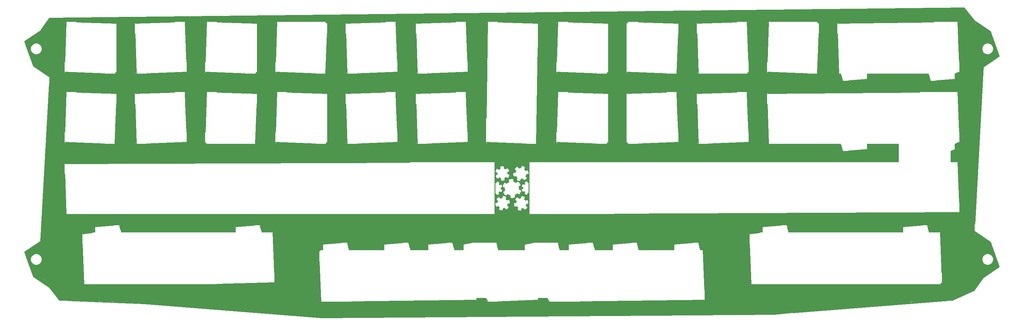
<source format=gbr>
%TF.GenerationSoftware,KiCad,Pcbnew,(7.0.0)*%
%TF.CreationDate,2023-11-20T17:22:56+01:00*%
%TF.ProjectId,plate,706c6174-652e-46b6-9963-61645f706362,rev?*%
%TF.SameCoordinates,Original*%
%TF.FileFunction,Copper,L2,Bot*%
%TF.FilePolarity,Positive*%
%FSLAX46Y46*%
G04 Gerber Fmt 4.6, Leading zero omitted, Abs format (unit mm)*
G04 Created by KiCad (PCBNEW (7.0.0)) date 2023-11-20 17:22:56*
%MOMM*%
%LPD*%
G01*
G04 APERTURE LIST*
G04 APERTURE END LIST*
%TA.AperFunction,Conductor*%
%TO.N,GND*%
G36*
X199845189Y-127153032D02*
G01*
X199863409Y-127176156D01*
X199865089Y-127205548D01*
X199823606Y-127369360D01*
X199811577Y-127391136D01*
X199649550Y-127561153D01*
X199627255Y-127574543D01*
X199387636Y-127641445D01*
X199374459Y-127643250D01*
X166095508Y-127643250D01*
X166060963Y-127629001D01*
X166046509Y-127594541D01*
X166060552Y-127559912D01*
X166094925Y-127545253D01*
X199817007Y-127144522D01*
X199845189Y-127153032D01*
G37*
%TD.AperFunction*%
%TA.AperFunction,Conductor*%
G36*
X154600339Y-127154221D02*
G01*
X154619095Y-127177419D01*
X154620922Y-127207194D01*
X154579856Y-127369360D01*
X154567827Y-127391136D01*
X154405800Y-127561153D01*
X154383505Y-127574543D01*
X154143886Y-127641445D01*
X154130709Y-127643250D01*
X143797949Y-127643250D01*
X143763623Y-127629217D01*
X143748957Y-127595157D01*
X143762352Y-127560577D01*
X143796134Y-127545284D01*
X154571608Y-127146199D01*
X154600339Y-127154221D01*
G37*
%TD.AperFunction*%
%TA.AperFunction,Conductor*%
G36*
X137932689Y-127153032D02*
G01*
X137950909Y-127176156D01*
X137952589Y-127205548D01*
X137911106Y-127369360D01*
X137899077Y-127391136D01*
X137737050Y-127561153D01*
X137714755Y-127574543D01*
X137475136Y-127641445D01*
X137461959Y-127643250D01*
X104183008Y-127643250D01*
X104148463Y-127629001D01*
X104134009Y-127594541D01*
X104148052Y-127559912D01*
X104182425Y-127545253D01*
X137904507Y-127144522D01*
X137932689Y-127153032D01*
G37*
%TD.AperFunction*%
%TA.AperFunction,Conductor*%
G36*
X95476919Y-116768494D02*
G01*
X95492212Y-116802277D01*
X95891316Y-127577856D01*
X95883294Y-127606588D01*
X95860097Y-127625343D01*
X95830322Y-127627171D01*
X95668138Y-127586104D01*
X95646362Y-127574076D01*
X95588278Y-127518724D01*
X95476341Y-127412053D01*
X95462951Y-127389758D01*
X95462776Y-127389133D01*
X95396050Y-127150154D01*
X95394246Y-127136978D01*
X95394246Y-116804091D01*
X95408279Y-116769765D01*
X95442339Y-116755099D01*
X95476919Y-116768494D01*
G37*
%TD.AperFunction*%
%TA.AperFunction,Conductor*%
G36*
X157376511Y-126808048D02*
G01*
X157399571Y-126830515D01*
X157758116Y-127547484D01*
X157761144Y-127583746D01*
X157738333Y-127612096D01*
X157702263Y-127616901D01*
X157580638Y-127586104D01*
X157558862Y-127574076D01*
X157500778Y-127518724D01*
X157388841Y-127412053D01*
X157375451Y-127389758D01*
X157375276Y-127389133D01*
X157308550Y-127150154D01*
X157306746Y-127136978D01*
X157306746Y-126852431D01*
X157317323Y-126822023D01*
X157344486Y-126804742D01*
X157376511Y-126808048D01*
G37*
%TD.AperFunction*%
%TA.AperFunction,Conductor*%
G36*
X140707761Y-126808048D02*
G01*
X140730821Y-126830515D01*
X141089366Y-127547484D01*
X141092394Y-127583746D01*
X141069583Y-127612096D01*
X141033513Y-127616901D01*
X140911888Y-127586104D01*
X140890112Y-127574076D01*
X140832028Y-127518724D01*
X140720091Y-127412053D01*
X140706701Y-127389758D01*
X140706526Y-127389133D01*
X140639800Y-127150154D01*
X140637996Y-127136978D01*
X140637996Y-126852431D01*
X140648573Y-126822023D01*
X140675736Y-126804742D01*
X140707761Y-126808048D01*
G37*
%TD.AperFunction*%
%TA.AperFunction,Conductor*%
G36*
X199606858Y-113701388D02*
G01*
X199628632Y-113713416D01*
X199683021Y-113765248D01*
X199798653Y-113875443D01*
X199812044Y-113897738D01*
X199849292Y-114031145D01*
X199876407Y-114128261D01*
X199878948Y-114137360D01*
X199880753Y-114150537D01*
X199880753Y-124483430D01*
X199866720Y-124517756D01*
X199832660Y-124532422D01*
X199798080Y-124519027D01*
X199782787Y-124485244D01*
X199782402Y-124474837D01*
X199383680Y-113709634D01*
X199391702Y-113680904D01*
X199414899Y-113662149D01*
X199444671Y-113660321D01*
X199606858Y-113701388D01*
G37*
%TD.AperFunction*%
%TA.AperFunction,Conductor*%
G36*
X95744715Y-113696468D02*
G01*
X95768626Y-113717162D01*
X95774917Y-113748153D01*
X95760968Y-113776532D01*
X95520265Y-114017235D01*
X95492180Y-114031145D01*
X95461410Y-114025190D01*
X95440543Y-114001806D01*
X95438116Y-113970561D01*
X95451391Y-113918133D01*
X95463417Y-113896363D01*
X95625446Y-113726339D01*
X95647737Y-113712951D01*
X95713146Y-113694689D01*
X95744715Y-113696468D01*
G37*
%TD.AperFunction*%
%TA.AperFunction,Conductor*%
G36*
X169772396Y-111701531D02*
G01*
X169794170Y-111713559D01*
X169866800Y-111782775D01*
X169964190Y-111875587D01*
X169977581Y-111897882D01*
X170044485Y-112137504D01*
X170046290Y-112150681D01*
X170046290Y-113243748D01*
X170033994Y-113276210D01*
X170003278Y-113292381D01*
X169969556Y-113284144D01*
X169949753Y-113255633D01*
X169940258Y-113217660D01*
X169566792Y-111723936D01*
X169570058Y-111691052D01*
X169593461Y-111667719D01*
X169626354Y-111664552D01*
X169772396Y-111701531D01*
G37*
%TD.AperFunction*%
%TA.AperFunction,Conductor*%
G36*
X131672396Y-111701531D02*
G01*
X131694170Y-111713559D01*
X131766800Y-111782775D01*
X131864190Y-111875587D01*
X131877581Y-111897882D01*
X131944485Y-112137504D01*
X131946290Y-112150681D01*
X131946290Y-113243748D01*
X131933994Y-113276210D01*
X131903278Y-113292381D01*
X131869556Y-113284144D01*
X131849753Y-113255633D01*
X131840258Y-113217660D01*
X131466792Y-111723936D01*
X131470058Y-111691052D01*
X131493461Y-111667719D01*
X131526354Y-111664552D01*
X131672396Y-111701531D01*
G37*
%TD.AperFunction*%
%TA.AperFunction,Conductor*%
G36*
X198298613Y-111689182D02*
G01*
X198347379Y-111701531D01*
X198369155Y-111713560D01*
X198429857Y-111771410D01*
X198539173Y-111875588D01*
X198552561Y-111897881D01*
X198592179Y-112039777D01*
X198619464Y-112137504D01*
X198621269Y-112150681D01*
X198621269Y-113243732D01*
X198608973Y-113276194D01*
X198578256Y-113292365D01*
X198544535Y-113284128D01*
X198524732Y-113255617D01*
X198521761Y-113243732D01*
X198141791Y-111723936D01*
X198145057Y-111691054D01*
X198168461Y-111667720D01*
X198201357Y-111664554D01*
X198298613Y-111689182D01*
G37*
%TD.AperFunction*%
%TA.AperFunction,Conductor*%
G36*
X181629863Y-111689182D02*
G01*
X181678629Y-111701531D01*
X181700405Y-111713560D01*
X181761107Y-111771410D01*
X181870423Y-111875588D01*
X181883811Y-111897881D01*
X181923429Y-112039777D01*
X181950714Y-112137504D01*
X181952519Y-112150681D01*
X181952519Y-113243732D01*
X181940223Y-113276194D01*
X181909506Y-113292365D01*
X181875785Y-113284128D01*
X181855982Y-113255617D01*
X181853011Y-113243732D01*
X181473041Y-111723936D01*
X181476307Y-111691054D01*
X181499711Y-111667720D01*
X181532607Y-111664554D01*
X181629863Y-111689182D01*
G37*
%TD.AperFunction*%
%TA.AperFunction,Conductor*%
G36*
X160247389Y-111701531D02*
G01*
X160269166Y-111713561D01*
X160439176Y-111875587D01*
X160452566Y-111897882D01*
X160519464Y-112137504D01*
X160521269Y-112150680D01*
X160521269Y-113243732D01*
X160508973Y-113276194D01*
X160478256Y-113292365D01*
X160444535Y-113284128D01*
X160424732Y-113255617D01*
X160421761Y-113243732D01*
X160041791Y-111723935D01*
X160045057Y-111691053D01*
X160068460Y-111667720D01*
X160101356Y-111664553D01*
X160247389Y-111701531D01*
G37*
%TD.AperFunction*%
%TA.AperFunction,Conductor*%
G36*
X143578639Y-111701531D02*
G01*
X143600416Y-111713561D01*
X143770426Y-111875587D01*
X143783816Y-111897882D01*
X143850714Y-112137504D01*
X143852519Y-112150680D01*
X143852519Y-113243732D01*
X143840223Y-113276194D01*
X143809506Y-113292365D01*
X143775785Y-113284128D01*
X143755982Y-113255617D01*
X143753011Y-113243732D01*
X143373041Y-111723935D01*
X143376307Y-111691053D01*
X143399710Y-111667720D01*
X143432606Y-111664553D01*
X143578639Y-111701531D01*
G37*
%TD.AperFunction*%
%TA.AperFunction,Conductor*%
G36*
X119734401Y-111701531D02*
G01*
X119756178Y-111713561D01*
X119926188Y-111875587D01*
X119939578Y-111897882D01*
X120006476Y-112137504D01*
X120008281Y-112150680D01*
X120008281Y-113243732D01*
X119995985Y-113276194D01*
X119965268Y-113292365D01*
X119931547Y-113284128D01*
X119911744Y-113255617D01*
X119908773Y-113243732D01*
X119528803Y-111723935D01*
X119532069Y-111691053D01*
X119555472Y-111667720D01*
X119588368Y-111664553D01*
X119734401Y-111701531D01*
G37*
%TD.AperFunction*%
%TA.AperFunction,Conductor*%
G36*
X103096937Y-111701531D02*
G01*
X103118714Y-111713561D01*
X103288724Y-111875587D01*
X103302114Y-111897882D01*
X103369012Y-112137504D01*
X103370817Y-112150680D01*
X103370817Y-113243732D01*
X103358521Y-113276194D01*
X103327804Y-113292365D01*
X103294083Y-113284128D01*
X103274280Y-113255617D01*
X103271309Y-113243732D01*
X102891339Y-111723935D01*
X102894605Y-111691053D01*
X102918008Y-111667720D01*
X102950904Y-111664553D01*
X103096937Y-111701531D01*
G37*
%TD.AperFunction*%
%TA.AperFunction,Conductor*%
G36*
X196873398Y-111658080D02*
G01*
X196888385Y-111691507D01*
X196876006Y-111725984D01*
X196843179Y-111742243D01*
X191690290Y-112138628D01*
X191660708Y-112131415D01*
X191641098Y-112108123D01*
X191639031Y-112077746D01*
X191679410Y-111918277D01*
X191691437Y-111896506D01*
X191853466Y-111726482D01*
X191875757Y-111713094D01*
X192115381Y-111646192D01*
X192128559Y-111644387D01*
X196839421Y-111644387D01*
X196873398Y-111658080D01*
G37*
%TD.AperFunction*%
%TA.AperFunction,Conductor*%
G36*
X180204648Y-111658080D02*
G01*
X180219635Y-111691507D01*
X180207256Y-111725984D01*
X180174429Y-111742243D01*
X175021540Y-112138628D01*
X174991958Y-112131415D01*
X174972348Y-112108123D01*
X174970281Y-112077746D01*
X175010660Y-111918277D01*
X175022687Y-111896506D01*
X175184716Y-111726482D01*
X175207007Y-111713094D01*
X175446631Y-111646192D01*
X175459809Y-111644387D01*
X180170671Y-111644387D01*
X180204648Y-111658080D01*
G37*
%TD.AperFunction*%
%TA.AperFunction,Conductor*%
G36*
X168298402Y-111658080D02*
G01*
X168313389Y-111691507D01*
X168301010Y-111725984D01*
X168268183Y-111742243D01*
X163115310Y-112138628D01*
X163085729Y-112131415D01*
X163066118Y-112108123D01*
X163064051Y-112077748D01*
X163104426Y-111918277D01*
X163116450Y-111896509D01*
X163278473Y-111726481D01*
X163300762Y-111713094D01*
X163540382Y-111646191D01*
X163553559Y-111644387D01*
X168264425Y-111644387D01*
X168298402Y-111658080D01*
G37*
%TD.AperFunction*%
%TA.AperFunction,Conductor*%
G36*
X130198402Y-111658080D02*
G01*
X130213389Y-111691507D01*
X130201010Y-111725984D01*
X130168183Y-111742243D01*
X125015311Y-112138628D01*
X124985729Y-112131415D01*
X124966119Y-112108123D01*
X124964052Y-112077748D01*
X125004430Y-111918280D01*
X125016455Y-111896508D01*
X125178484Y-111726481D01*
X125200774Y-111713093D01*
X125440381Y-111646191D01*
X125453558Y-111644387D01*
X130164425Y-111644387D01*
X130198402Y-111658080D01*
G37*
%TD.AperFunction*%
%TA.AperFunction,Conductor*%
G36*
X118260410Y-111658080D02*
G01*
X118275397Y-111691507D01*
X118263018Y-111725984D01*
X118230191Y-111742243D01*
X113077302Y-112138628D01*
X113047720Y-112131415D01*
X113028110Y-112108123D01*
X113026043Y-112077746D01*
X113066422Y-111918277D01*
X113078449Y-111896506D01*
X113240478Y-111726482D01*
X113262769Y-111713094D01*
X113502393Y-111646192D01*
X113515571Y-111644387D01*
X118226433Y-111644387D01*
X118260410Y-111658080D01*
G37*
%TD.AperFunction*%
%TA.AperFunction,Conductor*%
G36*
X101622950Y-111658080D02*
G01*
X101637937Y-111691507D01*
X101625558Y-111725984D01*
X101592731Y-111742243D01*
X96439858Y-112138628D01*
X96410277Y-112131415D01*
X96390666Y-112108123D01*
X96388599Y-112077748D01*
X96428974Y-111918277D01*
X96440998Y-111896509D01*
X96603021Y-111726481D01*
X96625310Y-111713094D01*
X96864930Y-111646191D01*
X96878107Y-111644387D01*
X101588973Y-111644387D01*
X101622950Y-111658080D01*
G37*
%TD.AperFunction*%
%TA.AperFunction,Conductor*%
G36*
X153483098Y-111657283D02*
G01*
X153498789Y-111689182D01*
X153488784Y-111723295D01*
X153458348Y-111741665D01*
X151215493Y-112130891D01*
X151183981Y-112125808D01*
X151162285Y-112102394D01*
X151159614Y-112070587D01*
X151198176Y-111918279D01*
X151210200Y-111896509D01*
X151372223Y-111726481D01*
X151394512Y-111713094D01*
X151634132Y-111646191D01*
X151647309Y-111644387D01*
X153449970Y-111644387D01*
X153483098Y-111657283D01*
G37*
%TD.AperFunction*%
%TA.AperFunction,Conductor*%
G36*
X136814348Y-111657283D02*
G01*
X136830039Y-111689182D01*
X136820034Y-111723295D01*
X136789598Y-111741665D01*
X134546743Y-112130891D01*
X134515231Y-112125808D01*
X134493535Y-112102394D01*
X134490864Y-112070587D01*
X134529426Y-111918279D01*
X134541450Y-111896509D01*
X134703473Y-111726481D01*
X134725762Y-111713094D01*
X134965382Y-111646191D01*
X134978559Y-111644387D01*
X136781220Y-111644387D01*
X136814348Y-111657283D01*
G37*
%TD.AperFunction*%
%TA.AperFunction,Conductor*%
G36*
X212158169Y-112005994D02*
G01*
X212173462Y-112039777D01*
X212572566Y-122815356D01*
X212564544Y-122844088D01*
X212541347Y-122862843D01*
X212511572Y-122864671D01*
X212349388Y-122823604D01*
X212327612Y-122811576D01*
X212319146Y-122803508D01*
X212157591Y-122649553D01*
X212144201Y-122627258D01*
X212142811Y-122622280D01*
X212077300Y-122387654D01*
X212075496Y-122374478D01*
X212075496Y-112041591D01*
X212089529Y-112007265D01*
X212123589Y-111992599D01*
X212158169Y-112005994D01*
G37*
%TD.AperFunction*%
%TA.AperFunction,Conductor*%
G36*
X264107335Y-122499821D02*
G01*
X264128201Y-122523206D01*
X264130627Y-122554453D01*
X264117355Y-122606860D01*
X264105327Y-122628636D01*
X263943300Y-122798652D01*
X263921005Y-122812042D01*
X263855612Y-122830300D01*
X263824039Y-122828521D01*
X263800128Y-122807826D01*
X263793838Y-122776836D01*
X263807786Y-122748459D01*
X264048482Y-122507773D01*
X264076565Y-122493865D01*
X264107335Y-122499821D01*
G37*
%TD.AperFunction*%
%TA.AperFunction,Conductor*%
G36*
X263900608Y-108938888D02*
G01*
X263922382Y-108950916D01*
X264092402Y-109112942D01*
X264092403Y-109112943D01*
X264105794Y-109135238D01*
X264172698Y-109374860D01*
X264174503Y-109388037D01*
X264174503Y-119720930D01*
X264160470Y-119755256D01*
X264126410Y-119769922D01*
X264091830Y-119756527D01*
X264076537Y-119722744D01*
X264020617Y-118212949D01*
X263677430Y-108947134D01*
X263685452Y-108918404D01*
X263708649Y-108899649D01*
X263738421Y-108897821D01*
X263900608Y-108938888D01*
G37*
%TD.AperFunction*%
%TA.AperFunction,Conductor*%
G36*
X214915425Y-108894889D02*
G01*
X214930904Y-108927270D01*
X214920160Y-108961516D01*
X214888957Y-108979252D01*
X212147907Y-109370839D01*
X212116985Y-109365056D01*
X212095952Y-109341663D01*
X212093476Y-109310307D01*
X212132641Y-109155633D01*
X212144667Y-109133863D01*
X212306696Y-108963839D01*
X212328987Y-108950451D01*
X212568611Y-108883549D01*
X212581789Y-108881744D01*
X214882027Y-108881744D01*
X214915425Y-108894889D01*
G37*
%TD.AperFunction*%
%TA.AperFunction,Conductor*%
G36*
X260400611Y-106938897D02*
G01*
X260422386Y-106950924D01*
X260435430Y-106963355D01*
X260592403Y-107112943D01*
X260605794Y-107135239D01*
X260672696Y-107374853D01*
X260674501Y-107388030D01*
X260674501Y-108481208D01*
X260662205Y-108513671D01*
X260631488Y-108529841D01*
X260597766Y-108521603D01*
X260577964Y-108493092D01*
X260567728Y-108452146D01*
X260195021Y-106961304D01*
X260198287Y-106928421D01*
X260221690Y-106905089D01*
X260254584Y-106901922D01*
X260400611Y-106938897D01*
G37*
%TD.AperFunction*%
%TA.AperFunction,Conductor*%
G36*
X222300611Y-106938897D02*
G01*
X222322386Y-106950924D01*
X222335430Y-106963355D01*
X222492403Y-107112943D01*
X222505794Y-107135239D01*
X222572696Y-107374853D01*
X222574501Y-107388030D01*
X222574501Y-108481208D01*
X222562205Y-108513671D01*
X222531488Y-108529841D01*
X222497766Y-108521603D01*
X222477964Y-108493092D01*
X222467728Y-108452146D01*
X222095021Y-106961304D01*
X222098287Y-106928421D01*
X222121690Y-106905089D01*
X222154584Y-106901922D01*
X222300611Y-106938897D01*
G37*
%TD.AperFunction*%
%TA.AperFunction,Conductor*%
G36*
X258926574Y-106895451D02*
G01*
X258941561Y-106928878D01*
X258929182Y-106963355D01*
X258896355Y-106979614D01*
X253743523Y-107375977D01*
X253713941Y-107368764D01*
X253694331Y-107345471D01*
X253692264Y-107315094D01*
X253732641Y-107155635D01*
X253744669Y-107133860D01*
X253753009Y-107125109D01*
X253906693Y-106963845D01*
X253928985Y-106950458D01*
X254168592Y-106883563D01*
X254181769Y-106881758D01*
X258892597Y-106881758D01*
X258926574Y-106895451D01*
G37*
%TD.AperFunction*%
%TA.AperFunction,Conductor*%
G36*
X220826574Y-106895451D02*
G01*
X220841561Y-106928878D01*
X220829182Y-106963355D01*
X220796355Y-106979614D01*
X215643523Y-107375977D01*
X215613941Y-107368764D01*
X215594331Y-107345471D01*
X215592264Y-107315096D01*
X215632642Y-107155633D01*
X215644671Y-107133859D01*
X215806700Y-106963845D01*
X215828989Y-106950459D01*
X216068613Y-106883562D01*
X216081789Y-106881758D01*
X220792597Y-106881758D01*
X220826574Y-106895451D01*
G37*
%TD.AperFunction*%
%TA.AperFunction,Conductor*%
G36*
X83162847Y-122391171D02*
G01*
X83181358Y-122414336D01*
X83183118Y-122443937D01*
X83141860Y-122606861D01*
X83129831Y-122628637D01*
X82967805Y-122798653D01*
X82945510Y-122812043D01*
X82705891Y-122878945D01*
X82692714Y-122880750D01*
X67501542Y-122880750D01*
X67467116Y-122866619D01*
X67452546Y-122832376D01*
X67466236Y-122797773D01*
X67500288Y-122782766D01*
X83134367Y-122382924D01*
X83162847Y-122391171D01*
G37*
%TD.AperFunction*%
%TA.AperFunction,Conductor*%
G36*
X31182674Y-112005994D02*
G01*
X31197967Y-112039777D01*
X31597071Y-122815356D01*
X31589049Y-122844088D01*
X31565852Y-122862843D01*
X31536077Y-122864671D01*
X31373893Y-122823604D01*
X31352117Y-122811576D01*
X31343651Y-122803508D01*
X31182096Y-122649553D01*
X31168706Y-122627258D01*
X31167316Y-122622280D01*
X31101805Y-122387654D01*
X31100001Y-122374478D01*
X31100001Y-112041591D01*
X31114034Y-112007265D01*
X31148094Y-111992599D01*
X31182674Y-112005994D01*
G37*
%TD.AperFunction*%
%TA.AperFunction,Conductor*%
G36*
X82925113Y-108938888D02*
G01*
X82946887Y-108950916D01*
X83116907Y-109112942D01*
X83130298Y-109135237D01*
X83197202Y-109374860D01*
X83199007Y-109388037D01*
X83199007Y-119720925D01*
X83184974Y-119755251D01*
X83150914Y-119769917D01*
X83116334Y-119756522D01*
X83101041Y-119722739D01*
X83009384Y-117248050D01*
X82701935Y-108947134D01*
X82709957Y-108918404D01*
X82733154Y-108899649D01*
X82762926Y-108897821D01*
X82925113Y-108938888D01*
G37*
%TD.AperFunction*%
%TA.AperFunction,Conductor*%
G36*
X33939929Y-108894889D02*
G01*
X33955408Y-108927270D01*
X33944664Y-108961516D01*
X33913461Y-108979252D01*
X31172412Y-109370839D01*
X31141490Y-109365056D01*
X31120457Y-109341663D01*
X31117981Y-109310307D01*
X31157146Y-109155633D01*
X31169172Y-109133863D01*
X31331201Y-108963839D01*
X31353492Y-108950451D01*
X31593116Y-108883549D01*
X31606294Y-108881744D01*
X33906531Y-108881744D01*
X33939929Y-108894889D01*
G37*
%TD.AperFunction*%
%TA.AperFunction,Conductor*%
G36*
X79425111Y-106938897D02*
G01*
X79446883Y-106950923D01*
X79616906Y-107112942D01*
X79630297Y-107135236D01*
X79688997Y-107345471D01*
X79697201Y-107374852D01*
X79699006Y-107388029D01*
X79699006Y-108481224D01*
X79686710Y-108513687D01*
X79655993Y-108529857D01*
X79622272Y-108521620D01*
X79602469Y-108493109D01*
X79326190Y-107388030D01*
X79219505Y-106961304D01*
X79222771Y-106928421D01*
X79246173Y-106905088D01*
X79279068Y-106901921D01*
X79425111Y-106938897D01*
G37*
%TD.AperFunction*%
%TA.AperFunction,Conductor*%
G36*
X41325111Y-106938897D02*
G01*
X41346883Y-106950923D01*
X41516906Y-107112942D01*
X41530297Y-107135236D01*
X41588997Y-107345471D01*
X41597201Y-107374852D01*
X41599006Y-107388029D01*
X41599006Y-108481224D01*
X41586710Y-108513687D01*
X41555993Y-108529857D01*
X41522272Y-108521620D01*
X41502469Y-108493109D01*
X41226190Y-107388030D01*
X41119505Y-106961304D01*
X41122771Y-106928421D01*
X41146173Y-106905088D01*
X41179068Y-106901921D01*
X41325111Y-106938897D01*
G37*
%TD.AperFunction*%
%TA.AperFunction,Conductor*%
G36*
X77951061Y-106895451D02*
G01*
X77966048Y-106928878D01*
X77953669Y-106963355D01*
X77920842Y-106979614D01*
X72768025Y-107375977D01*
X72738443Y-107368764D01*
X72718833Y-107345472D01*
X72716766Y-107315098D01*
X72757142Y-107155632D01*
X72769168Y-107133860D01*
X72931187Y-106963847D01*
X72953479Y-106950458D01*
X73193095Y-106883563D01*
X73206272Y-106881758D01*
X77917084Y-106881758D01*
X77951061Y-106895451D01*
G37*
%TD.AperFunction*%
%TA.AperFunction,Conductor*%
G36*
X39851061Y-106895451D02*
G01*
X39866048Y-106928878D01*
X39853669Y-106963355D01*
X39820842Y-106979614D01*
X34668027Y-107375977D01*
X34638445Y-107368764D01*
X34618835Y-107345471D01*
X34616768Y-107315096D01*
X34657146Y-107155633D01*
X34669175Y-107133859D01*
X34831204Y-106963845D01*
X34853495Y-106950459D01*
X35050535Y-106895451D01*
X35093119Y-106883563D01*
X35106294Y-106881758D01*
X39817084Y-106881758D01*
X39851061Y-106895451D01*
G37*
%TD.AperFunction*%
%TA.AperFunction,Conductor*%
G36*
X268901593Y-103340185D02*
G01*
X268919652Y-103363285D01*
X268921289Y-103392561D01*
X268879683Y-103556861D01*
X268867654Y-103578637D01*
X268705628Y-103748653D01*
X268683333Y-103762043D01*
X268443714Y-103828945D01*
X268430537Y-103830750D01*
X175358467Y-103830750D01*
X175323856Y-103816435D01*
X175309467Y-103781855D01*
X175323707Y-103747213D01*
X175358256Y-103732750D01*
X268873579Y-103331532D01*
X268901593Y-103340185D01*
G37*
%TD.AperFunction*%
%TA.AperFunction,Conductor*%
G36*
X268662936Y-89888888D02*
G01*
X268684710Y-89900916D01*
X268714960Y-89929744D01*
X268854730Y-90062942D01*
X268868121Y-90085237D01*
X268935025Y-90324860D01*
X268936830Y-90338037D01*
X268936830Y-100670925D01*
X268922797Y-100705251D01*
X268888737Y-100719917D01*
X268854157Y-100706522D01*
X268838864Y-100672739D01*
X268838487Y-100662568D01*
X268439758Y-89897134D01*
X268447780Y-89868404D01*
X268470977Y-89849649D01*
X268500749Y-89847821D01*
X268662936Y-89888888D01*
G37*
%TD.AperFunction*%
%TA.AperFunction,Conductor*%
G36*
X267648195Y-86343599D02*
G01*
X267652648Y-86379034D01*
X267620373Y-86506495D01*
X267608345Y-86528271D01*
X267446322Y-86698292D01*
X267424027Y-86711683D01*
X267184423Y-86778586D01*
X267171245Y-86780391D01*
X266787661Y-86780391D01*
X266756828Y-86769474D01*
X266739734Y-86741589D01*
X266743995Y-86709159D01*
X266767712Y-86686636D01*
X267585202Y-86322250D01*
X267620873Y-86320598D01*
X267648195Y-86343599D01*
G37*
%TD.AperFunction*%
%TA.AperFunction,Conductor*%
G36*
X243826576Y-86293362D02*
G01*
X243846186Y-86316654D01*
X243848253Y-86347032D01*
X243807877Y-86506495D01*
X243795849Y-86528271D01*
X243633833Y-86698291D01*
X243611537Y-86711683D01*
X243504429Y-86741589D01*
X243404559Y-86769474D01*
X243371924Y-86778586D01*
X243358747Y-86780391D01*
X238647880Y-86780391D01*
X238613903Y-86766698D01*
X238598916Y-86733272D01*
X238611295Y-86698794D01*
X238644121Y-86682535D01*
X243796998Y-86286149D01*
X243826576Y-86293362D01*
G37*
%TD.AperFunction*%
%TA.AperFunction,Conductor*%
G36*
X236942748Y-85140806D02*
G01*
X236962551Y-85169315D01*
X237345509Y-86700835D01*
X237342245Y-86733722D01*
X237318841Y-86757056D01*
X237285945Y-86760223D01*
X237139907Y-86723244D01*
X237118131Y-86711215D01*
X237116800Y-86709947D01*
X236948111Y-86549189D01*
X236934721Y-86526895D01*
X236933304Y-86521821D01*
X236867819Y-86287274D01*
X236866015Y-86274098D01*
X236866015Y-85181202D01*
X236878311Y-85148740D01*
X236909027Y-85132569D01*
X236942748Y-85140806D01*
G37*
%TD.AperFunction*%
%TA.AperFunction,Conductor*%
G36*
X268909256Y-84339597D02*
G01*
X268913390Y-84374436D01*
X268879856Y-84506860D01*
X268867827Y-84528636D01*
X268705800Y-84698653D01*
X268683505Y-84712043D01*
X268443886Y-84778945D01*
X268430709Y-84780750D01*
X267935514Y-84780750D01*
X267904289Y-84769512D01*
X267887386Y-84740954D01*
X267892559Y-84708173D01*
X267917434Y-84686207D01*
X268012519Y-84648460D01*
X268847813Y-84316863D01*
X268882890Y-84316451D01*
X268909256Y-84339597D01*
G37*
%TD.AperFunction*%
%TA.AperFunction,Conductor*%
G36*
X216920669Y-73905994D02*
G01*
X216935962Y-73939777D01*
X217335066Y-84715356D01*
X217327044Y-84744088D01*
X217303847Y-84762843D01*
X217274072Y-84764671D01*
X217111888Y-84723604D01*
X217090112Y-84711576D01*
X217087701Y-84709278D01*
X216920091Y-84549553D01*
X216906701Y-84527258D01*
X216905391Y-84522568D01*
X216839800Y-84287654D01*
X216837996Y-84274478D01*
X216837996Y-73941591D01*
X216852029Y-73907265D01*
X216886089Y-73892599D01*
X216920669Y-73905994D01*
G37*
%TD.AperFunction*%
%TA.AperFunction,Conductor*%
G36*
X268663108Y-70838888D02*
G01*
X268684882Y-70850916D01*
X268715103Y-70879716D01*
X268854903Y-71012943D01*
X268868294Y-71035238D01*
X268919270Y-71217814D01*
X268934060Y-71270786D01*
X268935198Y-71274860D01*
X268937003Y-71288037D01*
X268937003Y-81620930D01*
X268922970Y-81655256D01*
X268888910Y-81669922D01*
X268854330Y-81656527D01*
X268839037Y-81622744D01*
X268838967Y-81620850D01*
X268439930Y-70847134D01*
X268447952Y-70818404D01*
X268471149Y-70799649D01*
X268500921Y-70797821D01*
X268663108Y-70838888D01*
G37*
%TD.AperFunction*%
%TA.AperFunction,Conductor*%
G36*
X258306810Y-70796012D02*
G01*
X258321245Y-70830507D01*
X258307145Y-70865140D01*
X258272721Y-70879742D01*
X216901596Y-71280633D01*
X216873461Y-71272082D01*
X216855288Y-71248965D01*
X216853620Y-71219612D01*
X216895141Y-71055633D01*
X216907167Y-71033863D01*
X217069196Y-70863839D01*
X217091487Y-70850451D01*
X217329161Y-70784093D01*
X217331112Y-70783549D01*
X217344289Y-70781744D01*
X258272246Y-70781744D01*
X258306810Y-70796012D01*
G37*
%TD.AperFunction*%
%TA.AperFunction,Conductor*%
G36*
X26420497Y-92955994D02*
G01*
X26435790Y-92989777D01*
X26834894Y-103765356D01*
X26826872Y-103794088D01*
X26803675Y-103812843D01*
X26773900Y-103814671D01*
X26611716Y-103773604D01*
X26589940Y-103761576D01*
X26419920Y-103599554D01*
X26406529Y-103577258D01*
X26405139Y-103572280D01*
X26339628Y-103337654D01*
X26337824Y-103324478D01*
X26337824Y-92991591D01*
X26351857Y-92957265D01*
X26385917Y-92942599D01*
X26420497Y-92955994D01*
G37*
%TD.AperFunction*%
%TA.AperFunction,Conductor*%
G36*
X119951716Y-89846059D02*
G01*
X119966105Y-89880639D01*
X119951865Y-89915281D01*
X119917315Y-89929744D01*
X26401072Y-90330981D01*
X26373057Y-90322328D01*
X26354998Y-90299229D01*
X26353361Y-90269956D01*
X26394969Y-90105633D01*
X26406995Y-90083863D01*
X26569024Y-89913839D01*
X26591315Y-89900451D01*
X26830939Y-89833549D01*
X26844117Y-89831744D01*
X119917105Y-89831744D01*
X119951716Y-89846059D01*
G37*
%TD.AperFunction*%
%TA.AperFunction,Conductor*%
G36*
X211750338Y-84291712D02*
G01*
X211769093Y-84314909D01*
X211770921Y-84344684D01*
X211729855Y-84506863D01*
X211717826Y-84528639D01*
X211555806Y-84698653D01*
X211533511Y-84712044D01*
X211293896Y-84778945D01*
X211280719Y-84780750D01*
X200947894Y-84780750D01*
X200913568Y-84766717D01*
X200898902Y-84732657D01*
X200912297Y-84698077D01*
X200946079Y-84682784D01*
X211721607Y-84283690D01*
X211750338Y-84291712D01*
G37*
%TD.AperFunction*%
%TA.AperFunction,Conductor*%
G36*
X197870673Y-73906053D02*
G01*
X197885966Y-73939836D01*
X198285058Y-84715356D01*
X198277036Y-84744088D01*
X198253839Y-84762843D01*
X198224064Y-84764671D01*
X198061884Y-84723605D01*
X198040108Y-84711576D01*
X198038775Y-84710306D01*
X197980460Y-84654732D01*
X197870094Y-84549555D01*
X197856703Y-84527259D01*
X197789805Y-84287646D01*
X197788000Y-84274470D01*
X197788000Y-73941650D01*
X197802033Y-73907324D01*
X197836093Y-73892658D01*
X197870673Y-73906053D01*
G37*
%TD.AperFunction*%
%TA.AperFunction,Conductor*%
G36*
X211513110Y-70838891D02*
G01*
X211534886Y-70850919D01*
X211565104Y-70879716D01*
X211704903Y-71012942D01*
X211718294Y-71035237D01*
X211785195Y-71274853D01*
X211787000Y-71288030D01*
X211787000Y-81620855D01*
X211772967Y-81655181D01*
X211738907Y-81669847D01*
X211704327Y-81656452D01*
X211689034Y-81622669D01*
X211404552Y-73941650D01*
X211289940Y-70847140D01*
X211297962Y-70818410D01*
X211321159Y-70799655D01*
X211350933Y-70797827D01*
X211513110Y-70838891D01*
G37*
%TD.AperFunction*%
%TA.AperFunction,Conductor*%
G36*
X208661426Y-70795783D02*
G01*
X208676092Y-70829843D01*
X208662697Y-70864423D01*
X208628914Y-70879716D01*
X197853392Y-71278808D01*
X197824660Y-71270786D01*
X197805905Y-71247589D01*
X197804077Y-71217816D01*
X197845143Y-71055632D01*
X197857169Y-71033861D01*
X198019193Y-70863843D01*
X198041489Y-70850453D01*
X198053356Y-70847140D01*
X198230006Y-70797821D01*
X198281104Y-70783555D01*
X198294280Y-70781750D01*
X208627100Y-70781750D01*
X208661426Y-70795783D01*
G37*
%TD.AperFunction*%
%TA.AperFunction,Conductor*%
G36*
X192700338Y-84291712D02*
G01*
X192719093Y-84314909D01*
X192720921Y-84344684D01*
X192679855Y-84506863D01*
X192667826Y-84528639D01*
X192505806Y-84698653D01*
X192483511Y-84712044D01*
X192243896Y-84778945D01*
X192230719Y-84780750D01*
X181897894Y-84780750D01*
X181863568Y-84766717D01*
X181848902Y-84732657D01*
X181862297Y-84698077D01*
X181896079Y-84682784D01*
X192671607Y-84283690D01*
X192700338Y-84291712D01*
G37*
%TD.AperFunction*%
%TA.AperFunction,Conductor*%
G36*
X178870287Y-84414037D02*
G01*
X179110979Y-84654729D01*
X179124889Y-84682814D01*
X179118934Y-84713584D01*
X179095550Y-84734451D01*
X179064303Y-84736878D01*
X179011884Y-84723605D01*
X178990108Y-84711576D01*
X178988775Y-84710306D01*
X178820093Y-84549555D01*
X178806703Y-84527261D01*
X178806703Y-84527260D01*
X178788444Y-84461860D01*
X178790223Y-84430289D01*
X178810917Y-84406378D01*
X178841908Y-84400088D01*
X178870287Y-84414037D01*
G37*
%TD.AperFunction*%
%TA.AperFunction,Conductor*%
G36*
X192463110Y-70838891D02*
G01*
X192484886Y-70850919D01*
X192515104Y-70879716D01*
X192654903Y-71012942D01*
X192668294Y-71035237D01*
X192735195Y-71274853D01*
X192737000Y-71288030D01*
X192737000Y-81620855D01*
X192722967Y-81655181D01*
X192688907Y-81669847D01*
X192654327Y-81656452D01*
X192639034Y-81622669D01*
X192354552Y-73941650D01*
X192239940Y-70847140D01*
X192247962Y-70818410D01*
X192271159Y-70799655D01*
X192300933Y-70797827D01*
X192463110Y-70838891D01*
G37*
%TD.AperFunction*%
%TA.AperFunction,Conductor*%
G36*
X189611426Y-70795783D02*
G01*
X189626092Y-70829843D01*
X189612697Y-70864423D01*
X189578914Y-70879716D01*
X178803392Y-71278808D01*
X178774660Y-71270786D01*
X178755905Y-71247589D01*
X178754077Y-71217816D01*
X178795143Y-71055632D01*
X178807169Y-71033861D01*
X178969193Y-70863843D01*
X178991489Y-70850453D01*
X179003356Y-70847140D01*
X179180006Y-70797821D01*
X179231104Y-70783555D01*
X179244280Y-70781750D01*
X189577100Y-70781750D01*
X189611426Y-70795783D01*
G37*
%TD.AperFunction*%
%TA.AperFunction,Conductor*%
G36*
X170528919Y-84682784D02*
G01*
X170562702Y-84698077D01*
X170576097Y-84732657D01*
X170561431Y-84766717D01*
X170527105Y-84780750D01*
X160194280Y-84780750D01*
X160181103Y-84778945D01*
X159941487Y-84712044D01*
X159919192Y-84698653D01*
X159871359Y-84648460D01*
X159757169Y-84528636D01*
X159745141Y-84506860D01*
X159733747Y-84461862D01*
X159704077Y-84344682D01*
X159705905Y-84314909D01*
X159724660Y-84291712D01*
X159753390Y-84283690D01*
X170528919Y-84682784D01*
G37*
%TD.AperFunction*%
%TA.AperFunction,Conductor*%
G36*
X173614080Y-84406380D02*
G01*
X173634774Y-84430291D01*
X173636553Y-84461863D01*
X173618294Y-84527260D01*
X173604903Y-84549555D01*
X173434888Y-84711576D01*
X173413112Y-84723605D01*
X173360695Y-84736878D01*
X173329448Y-84734451D01*
X173306064Y-84713584D01*
X173300109Y-84682814D01*
X173314017Y-84654732D01*
X173554713Y-84414036D01*
X173583089Y-84400089D01*
X173614080Y-84406380D01*
G37*
%TD.AperFunction*%
%TA.AperFunction,Conductor*%
G36*
X160153839Y-70799655D02*
G01*
X160177036Y-70818410D01*
X160185058Y-70847142D01*
X159785966Y-81622664D01*
X159770673Y-81656447D01*
X159736093Y-81669842D01*
X159702033Y-81655176D01*
X159688000Y-81620850D01*
X159688000Y-71288030D01*
X159689805Y-71274854D01*
X159753866Y-71045400D01*
X159756703Y-71035237D01*
X159770094Y-71012942D01*
X159940110Y-70850919D01*
X159961881Y-70838893D01*
X160124068Y-70797827D01*
X160153839Y-70799655D01*
G37*
%TD.AperFunction*%
%TA.AperFunction,Conductor*%
G36*
X173193896Y-70783555D02*
G01*
X173433509Y-70850453D01*
X173455805Y-70863844D01*
X173470956Y-70879742D01*
X173608510Y-71024083D01*
X173617826Y-71033858D01*
X173629855Y-71055634D01*
X173670921Y-71217814D01*
X173669093Y-71247589D01*
X173650338Y-71270786D01*
X173621606Y-71278808D01*
X162846086Y-70879716D01*
X162812303Y-70864423D01*
X162798908Y-70829843D01*
X162813574Y-70795783D01*
X162847900Y-70781750D01*
X173180720Y-70781750D01*
X173193896Y-70783555D01*
G37*
%TD.AperFunction*%
%TA.AperFunction,Conductor*%
G36*
X151478919Y-84682784D02*
G01*
X151512702Y-84698077D01*
X151526097Y-84732657D01*
X151511431Y-84766717D01*
X151477105Y-84780750D01*
X141144280Y-84780750D01*
X141131103Y-84778945D01*
X140891487Y-84712044D01*
X140869192Y-84698653D01*
X140821359Y-84648460D01*
X140707169Y-84528636D01*
X140695141Y-84506860D01*
X140683747Y-84461862D01*
X140654077Y-84344682D01*
X140655905Y-84314909D01*
X140674660Y-84291712D01*
X140703390Y-84283690D01*
X151478919Y-84682784D01*
G37*
%TD.AperFunction*%
%TA.AperFunction,Conductor*%
G36*
X154622781Y-58609435D02*
G01*
X154637000Y-58643950D01*
X154637000Y-84274469D01*
X154635195Y-84287646D01*
X154568294Y-84527260D01*
X154554903Y-84549555D01*
X154384888Y-84711576D01*
X154363112Y-84723605D01*
X154199511Y-84765031D01*
X154170066Y-84763330D01*
X154146932Y-84745037D01*
X154138490Y-84716781D01*
X154539006Y-58643196D01*
X154553753Y-58608905D01*
X154588376Y-58594951D01*
X154622781Y-58609435D01*
G37*
%TD.AperFunction*%
%TA.AperFunction,Conductor*%
G36*
X141104932Y-51749168D02*
G01*
X141128066Y-51767462D01*
X141136509Y-51795721D01*
X140735994Y-77869290D01*
X140721247Y-77903582D01*
X140686624Y-77917536D01*
X140652219Y-77903052D01*
X140638000Y-77868537D01*
X140638000Y-52238030D01*
X140639805Y-52224854D01*
X140686713Y-52056838D01*
X140706703Y-51985237D01*
X140720094Y-51962942D01*
X140890110Y-51800919D01*
X140911883Y-51788893D01*
X141075490Y-51747467D01*
X141104932Y-51749168D01*
G37*
%TD.AperFunction*%
%TA.AperFunction,Conductor*%
G36*
X154143896Y-51733555D02*
G01*
X154383509Y-51800453D01*
X154405805Y-51813844D01*
X154521988Y-51935759D01*
X154558510Y-51974083D01*
X154567826Y-51983858D01*
X154579855Y-52005634D01*
X154620921Y-52167814D01*
X154619093Y-52197589D01*
X154600338Y-52220786D01*
X154571606Y-52228808D01*
X143796086Y-51829716D01*
X143762303Y-51814423D01*
X143748908Y-51779843D01*
X143763574Y-51745783D01*
X143797900Y-51731750D01*
X154130720Y-51731750D01*
X154143896Y-51733555D01*
G37*
%TD.AperFunction*%
%TA.AperFunction,Conductor*%
G36*
X135550338Y-84291712D02*
G01*
X135569093Y-84314909D01*
X135570921Y-84344684D01*
X135529855Y-84506863D01*
X135517826Y-84528639D01*
X135355806Y-84698653D01*
X135333511Y-84712044D01*
X135093896Y-84778945D01*
X135080719Y-84780750D01*
X124747894Y-84780750D01*
X124713568Y-84766717D01*
X124698902Y-84732657D01*
X124712297Y-84698077D01*
X124746079Y-84682784D01*
X135521607Y-84283690D01*
X135550338Y-84291712D01*
G37*
%TD.AperFunction*%
%TA.AperFunction,Conductor*%
G36*
X121670673Y-73906053D02*
G01*
X121685966Y-73939836D01*
X122085058Y-84715356D01*
X122077036Y-84744088D01*
X122053839Y-84762843D01*
X122024064Y-84764671D01*
X121861884Y-84723605D01*
X121840108Y-84711576D01*
X121838775Y-84710306D01*
X121780460Y-84654732D01*
X121670094Y-84549555D01*
X121656703Y-84527259D01*
X121589805Y-84287646D01*
X121588000Y-84274470D01*
X121588000Y-73941650D01*
X121602033Y-73907324D01*
X121636093Y-73892658D01*
X121670673Y-73906053D01*
G37*
%TD.AperFunction*%
%TA.AperFunction,Conductor*%
G36*
X135313110Y-70838891D02*
G01*
X135334886Y-70850919D01*
X135365104Y-70879716D01*
X135504903Y-71012942D01*
X135518294Y-71035237D01*
X135585195Y-71274853D01*
X135587000Y-71288030D01*
X135587000Y-81620855D01*
X135572967Y-81655181D01*
X135538907Y-81669847D01*
X135504327Y-81656452D01*
X135489034Y-81622669D01*
X135204552Y-73941650D01*
X135089940Y-70847140D01*
X135097962Y-70818410D01*
X135121159Y-70799655D01*
X135150933Y-70797827D01*
X135313110Y-70838891D01*
G37*
%TD.AperFunction*%
%TA.AperFunction,Conductor*%
G36*
X132461426Y-70795783D02*
G01*
X132476092Y-70829843D01*
X132462697Y-70864423D01*
X132428914Y-70879716D01*
X121653392Y-71278808D01*
X121624660Y-71270786D01*
X121605905Y-71247589D01*
X121604077Y-71217816D01*
X121645143Y-71055632D01*
X121657169Y-71033861D01*
X121819193Y-70863843D01*
X121841489Y-70850453D01*
X121853356Y-70847140D01*
X122030006Y-70797821D01*
X122081104Y-70783555D01*
X122094280Y-70781750D01*
X132427100Y-70781750D01*
X132461426Y-70795783D01*
G37*
%TD.AperFunction*%
%TA.AperFunction,Conductor*%
G36*
X116500338Y-84291712D02*
G01*
X116519093Y-84314909D01*
X116520921Y-84344684D01*
X116479855Y-84506863D01*
X116467826Y-84528639D01*
X116305806Y-84698653D01*
X116283511Y-84712044D01*
X116043896Y-84778945D01*
X116030719Y-84780750D01*
X105697894Y-84780750D01*
X105663568Y-84766717D01*
X105648902Y-84732657D01*
X105662297Y-84698077D01*
X105696079Y-84682784D01*
X116471607Y-84283690D01*
X116500338Y-84291712D01*
G37*
%TD.AperFunction*%
%TA.AperFunction,Conductor*%
G36*
X102620673Y-73906053D02*
G01*
X102635966Y-73939836D01*
X103035058Y-84715356D01*
X103027036Y-84744088D01*
X103003839Y-84762843D01*
X102974064Y-84764671D01*
X102811884Y-84723605D01*
X102790108Y-84711576D01*
X102788775Y-84710306D01*
X102730460Y-84654732D01*
X102620094Y-84549555D01*
X102606703Y-84527259D01*
X102539805Y-84287646D01*
X102538000Y-84274470D01*
X102538000Y-73941650D01*
X102552033Y-73907324D01*
X102586093Y-73892658D01*
X102620673Y-73906053D01*
G37*
%TD.AperFunction*%
%TA.AperFunction,Conductor*%
G36*
X116263110Y-70838891D02*
G01*
X116284886Y-70850919D01*
X116315104Y-70879716D01*
X116454903Y-71012942D01*
X116468294Y-71035237D01*
X116535195Y-71274853D01*
X116537000Y-71288030D01*
X116537000Y-81620855D01*
X116522967Y-81655181D01*
X116488907Y-81669847D01*
X116454327Y-81656452D01*
X116439034Y-81622669D01*
X116154552Y-73941650D01*
X116039940Y-70847140D01*
X116047962Y-70818410D01*
X116071159Y-70799655D01*
X116100933Y-70797827D01*
X116263110Y-70838891D01*
G37*
%TD.AperFunction*%
%TA.AperFunction,Conductor*%
G36*
X113411426Y-70795783D02*
G01*
X113426092Y-70829843D01*
X113412697Y-70864423D01*
X113378914Y-70879716D01*
X102603392Y-71278808D01*
X102574660Y-71270786D01*
X102555905Y-71247589D01*
X102554077Y-71217816D01*
X102595143Y-71055632D01*
X102607169Y-71033861D01*
X102769193Y-70863843D01*
X102791489Y-70850453D01*
X102803356Y-70847140D01*
X102980006Y-70797821D01*
X103031104Y-70783555D01*
X103044280Y-70781750D01*
X113377100Y-70781750D01*
X113411426Y-70795783D01*
G37*
%TD.AperFunction*%
%TA.AperFunction,Conductor*%
G36*
X94328919Y-84682784D02*
G01*
X94362702Y-84698077D01*
X94376097Y-84732657D01*
X94361431Y-84766717D01*
X94327105Y-84780750D01*
X83994280Y-84780750D01*
X83981103Y-84778945D01*
X83741487Y-84712044D01*
X83719192Y-84698653D01*
X83671359Y-84648460D01*
X83557169Y-84528636D01*
X83545141Y-84506860D01*
X83533747Y-84461862D01*
X83504077Y-84344682D01*
X83505905Y-84314909D01*
X83524660Y-84291712D01*
X83553390Y-84283690D01*
X94328919Y-84682784D01*
G37*
%TD.AperFunction*%
%TA.AperFunction,Conductor*%
G36*
X97414080Y-84406380D02*
G01*
X97434774Y-84430291D01*
X97436553Y-84461863D01*
X97418294Y-84527260D01*
X97404903Y-84549555D01*
X97234888Y-84711576D01*
X97213112Y-84723605D01*
X97160695Y-84736878D01*
X97129448Y-84734451D01*
X97106064Y-84713584D01*
X97100109Y-84682814D01*
X97114017Y-84654732D01*
X97354713Y-84414036D01*
X97383089Y-84400089D01*
X97414080Y-84406380D01*
G37*
%TD.AperFunction*%
%TA.AperFunction,Conductor*%
G36*
X83953839Y-70799655D02*
G01*
X83977036Y-70818410D01*
X83985058Y-70847142D01*
X83585966Y-81622664D01*
X83570673Y-81656447D01*
X83536093Y-81669842D01*
X83502033Y-81655176D01*
X83488000Y-81620850D01*
X83488000Y-71288030D01*
X83489805Y-71274854D01*
X83553866Y-71045400D01*
X83556703Y-71035237D01*
X83570094Y-71012942D01*
X83740110Y-70850919D01*
X83761881Y-70838893D01*
X83924068Y-70797827D01*
X83953839Y-70799655D01*
G37*
%TD.AperFunction*%
%TA.AperFunction,Conductor*%
G36*
X96993896Y-70783555D02*
G01*
X97233509Y-70850453D01*
X97255805Y-70863844D01*
X97270956Y-70879742D01*
X97408510Y-71024083D01*
X97417826Y-71033858D01*
X97429855Y-71055634D01*
X97470921Y-71217814D01*
X97469093Y-71247589D01*
X97450338Y-71270786D01*
X97421606Y-71278808D01*
X86646086Y-70879716D01*
X86612303Y-70864423D01*
X86598908Y-70829843D01*
X86613574Y-70795783D01*
X86647900Y-70781750D01*
X96980720Y-70781750D01*
X96993896Y-70783555D01*
G37*
%TD.AperFunction*%
%TA.AperFunction,Conductor*%
G36*
X78422967Y-73907318D02*
G01*
X78437000Y-73941644D01*
X78437000Y-84274469D01*
X78435195Y-84287646D01*
X78368294Y-84527260D01*
X78354903Y-84549555D01*
X78184888Y-84711576D01*
X78163112Y-84723605D01*
X78000934Y-84764671D01*
X77971159Y-84762843D01*
X77947962Y-84744088D01*
X77939940Y-84715357D01*
X78339034Y-73939829D01*
X78354327Y-73906047D01*
X78388907Y-73892652D01*
X78422967Y-73907318D01*
G37*
%TD.AperFunction*%
%TA.AperFunction,Conductor*%
G36*
X64564018Y-84407768D02*
G01*
X64804710Y-84648460D01*
X64818659Y-84676839D01*
X64812368Y-84707830D01*
X64788458Y-84728524D01*
X64756885Y-84730303D01*
X64691487Y-84712044D01*
X64669192Y-84698653D01*
X64621359Y-84648460D01*
X64507169Y-84528636D01*
X64495141Y-84506860D01*
X64483747Y-84461862D01*
X64481868Y-84454443D01*
X64484297Y-84423197D01*
X64505164Y-84399813D01*
X64535933Y-84393858D01*
X64564018Y-84407768D01*
G37*
%TD.AperFunction*%
%TA.AperFunction,Conductor*%
G36*
X64903839Y-70799655D02*
G01*
X64927036Y-70818410D01*
X64935058Y-70847142D01*
X64535966Y-81622664D01*
X64520673Y-81656447D01*
X64486093Y-81669842D01*
X64452033Y-81655176D01*
X64438000Y-81620850D01*
X64438000Y-71288030D01*
X64439805Y-71274854D01*
X64503866Y-71045400D01*
X64506703Y-71035237D01*
X64520094Y-71012942D01*
X64690110Y-70850919D01*
X64711881Y-70838893D01*
X64874068Y-70797827D01*
X64903839Y-70799655D01*
G37*
%TD.AperFunction*%
%TA.AperFunction,Conductor*%
G36*
X77943896Y-70783555D02*
G01*
X78183509Y-70850453D01*
X78205805Y-70863844D01*
X78220956Y-70879742D01*
X78358510Y-71024083D01*
X78367826Y-71033858D01*
X78379855Y-71055634D01*
X78420921Y-71217814D01*
X78419093Y-71247589D01*
X78400338Y-71270786D01*
X78371606Y-71278808D01*
X67596086Y-70879716D01*
X67562303Y-70864423D01*
X67548908Y-70829843D01*
X67563574Y-70795783D01*
X67597900Y-70781750D01*
X77930720Y-70781750D01*
X77943896Y-70783555D01*
G37*
%TD.AperFunction*%
%TA.AperFunction,Conductor*%
G36*
X59350338Y-84291712D02*
G01*
X59369093Y-84314909D01*
X59370921Y-84344684D01*
X59329855Y-84506863D01*
X59317826Y-84528639D01*
X59155806Y-84698653D01*
X59133511Y-84712044D01*
X58893896Y-84778945D01*
X58880719Y-84780750D01*
X48547894Y-84780750D01*
X48513568Y-84766717D01*
X48498902Y-84732657D01*
X48512297Y-84698077D01*
X48546079Y-84682784D01*
X59321607Y-84283690D01*
X59350338Y-84291712D01*
G37*
%TD.AperFunction*%
%TA.AperFunction,Conductor*%
G36*
X45470673Y-73906053D02*
G01*
X45485966Y-73939836D01*
X45885058Y-84715356D01*
X45877036Y-84744088D01*
X45853839Y-84762843D01*
X45824064Y-84764671D01*
X45661884Y-84723605D01*
X45640108Y-84711576D01*
X45638775Y-84710306D01*
X45580460Y-84654732D01*
X45470094Y-84549555D01*
X45456703Y-84527259D01*
X45389805Y-84287646D01*
X45388000Y-84274470D01*
X45388000Y-73941650D01*
X45402033Y-73907324D01*
X45436093Y-73892658D01*
X45470673Y-73906053D01*
G37*
%TD.AperFunction*%
%TA.AperFunction,Conductor*%
G36*
X59113110Y-70838891D02*
G01*
X59134886Y-70850919D01*
X59165104Y-70879716D01*
X59304903Y-71012942D01*
X59318294Y-71035237D01*
X59385195Y-71274853D01*
X59387000Y-71288030D01*
X59387000Y-81620855D01*
X59372967Y-81655181D01*
X59338907Y-81669847D01*
X59304327Y-81656452D01*
X59289034Y-81622669D01*
X59004552Y-73941650D01*
X58889940Y-70847140D01*
X58897962Y-70818410D01*
X58921159Y-70799655D01*
X58950933Y-70797827D01*
X59113110Y-70838891D01*
G37*
%TD.AperFunction*%
%TA.AperFunction,Conductor*%
G36*
X56261426Y-70795783D02*
G01*
X56276092Y-70829843D01*
X56262697Y-70864423D01*
X56228914Y-70879716D01*
X45453392Y-71278808D01*
X45424660Y-71270786D01*
X45405905Y-71247589D01*
X45404077Y-71217816D01*
X45445143Y-71055632D01*
X45457169Y-71033861D01*
X45619193Y-70863843D01*
X45641489Y-70850453D01*
X45653356Y-70847140D01*
X45830006Y-70797821D01*
X45881104Y-70783555D01*
X45894280Y-70781750D01*
X56227100Y-70781750D01*
X56261426Y-70795783D01*
G37*
%TD.AperFunction*%
%TA.AperFunction,Conductor*%
G36*
X37178919Y-84682784D02*
G01*
X37212702Y-84698077D01*
X37226097Y-84732657D01*
X37211431Y-84766717D01*
X37177105Y-84780750D01*
X26844280Y-84780750D01*
X26831103Y-84778945D01*
X26591487Y-84712044D01*
X26569192Y-84698653D01*
X26521359Y-84648460D01*
X26407169Y-84528636D01*
X26395141Y-84506860D01*
X26383747Y-84461862D01*
X26354077Y-84344682D01*
X26355905Y-84314909D01*
X26374660Y-84291712D01*
X26403390Y-84283690D01*
X37178919Y-84682784D01*
G37*
%TD.AperFunction*%
%TA.AperFunction,Conductor*%
G36*
X40322967Y-73907318D02*
G01*
X40337000Y-73941644D01*
X40337000Y-84274469D01*
X40335195Y-84287646D01*
X40268294Y-84527260D01*
X40254903Y-84549555D01*
X40084888Y-84711576D01*
X40063112Y-84723605D01*
X39900934Y-84764671D01*
X39871159Y-84762843D01*
X39847962Y-84744088D01*
X39839940Y-84715357D01*
X40239034Y-73939829D01*
X40254327Y-73906047D01*
X40288907Y-73892652D01*
X40322967Y-73907318D01*
G37*
%TD.AperFunction*%
%TA.AperFunction,Conductor*%
G36*
X26803839Y-70799655D02*
G01*
X26827036Y-70818410D01*
X26835058Y-70847142D01*
X26435966Y-81622664D01*
X26420673Y-81656447D01*
X26386093Y-81669842D01*
X26352033Y-81655176D01*
X26338000Y-81620850D01*
X26338000Y-71288030D01*
X26339805Y-71274854D01*
X26403866Y-71045400D01*
X26406703Y-71035237D01*
X26420094Y-71012942D01*
X26590110Y-70850919D01*
X26611881Y-70838893D01*
X26774068Y-70797827D01*
X26803839Y-70799655D01*
G37*
%TD.AperFunction*%
%TA.AperFunction,Conductor*%
G36*
X39843896Y-70783555D02*
G01*
X40083509Y-70850453D01*
X40105805Y-70863844D01*
X40120956Y-70879742D01*
X40258510Y-71024083D01*
X40267826Y-71033858D01*
X40279855Y-71055634D01*
X40320921Y-71217814D01*
X40319093Y-71247589D01*
X40300338Y-71270786D01*
X40271606Y-71278808D01*
X29496086Y-70879716D01*
X29462303Y-70864423D01*
X29448908Y-70829843D01*
X29463574Y-70795783D01*
X29497900Y-70781750D01*
X39830720Y-70781750D01*
X39843896Y-70783555D01*
G37*
%TD.AperFunction*%
%TA.AperFunction,Conductor*%
G36*
X267639074Y-67243362D02*
G01*
X267658684Y-67266655D01*
X267660751Y-67297033D01*
X267620373Y-67456495D01*
X267608345Y-67478271D01*
X267446322Y-67648292D01*
X267424027Y-67661683D01*
X267184423Y-67728586D01*
X267171245Y-67730391D01*
X262460380Y-67730391D01*
X262426403Y-67716698D01*
X262411416Y-67683272D01*
X262423795Y-67648794D01*
X262456621Y-67632535D01*
X267609496Y-67236150D01*
X267639074Y-67243362D01*
G37*
%TD.AperFunction*%
%TA.AperFunction,Conductor*%
G36*
X243826576Y-67243362D02*
G01*
X243846186Y-67266654D01*
X243848253Y-67297032D01*
X243807877Y-67456495D01*
X243795849Y-67478271D01*
X243633833Y-67648291D01*
X243611537Y-67661683D01*
X243371924Y-67728586D01*
X243358747Y-67730391D01*
X238647880Y-67730391D01*
X238613903Y-67716698D01*
X238598916Y-67683272D01*
X238611295Y-67648794D01*
X238644121Y-67632535D01*
X243796998Y-67236149D01*
X243826576Y-67243362D01*
G37*
%TD.AperFunction*%
%TA.AperFunction,Conductor*%
G36*
X260755248Y-66090806D02*
G01*
X260775051Y-66119315D01*
X261158009Y-67650835D01*
X261154745Y-67683722D01*
X261131341Y-67707056D01*
X261098445Y-67710223D01*
X260952407Y-67673244D01*
X260930631Y-67661215D01*
X260929300Y-67659947D01*
X260760611Y-67499189D01*
X260747221Y-67476895D01*
X260745804Y-67471821D01*
X260680319Y-67237274D01*
X260678515Y-67224098D01*
X260678515Y-66131202D01*
X260690811Y-66098740D01*
X260721527Y-66082569D01*
X260755248Y-66090806D01*
G37*
%TD.AperFunction*%
%TA.AperFunction,Conductor*%
G36*
X236942748Y-66090806D02*
G01*
X236962551Y-66119315D01*
X237345509Y-67650835D01*
X237342245Y-67683722D01*
X237318841Y-67707056D01*
X237285945Y-67710223D01*
X237139907Y-67673244D01*
X237118131Y-67661215D01*
X237116800Y-67659947D01*
X236948111Y-67499189D01*
X236934721Y-67476895D01*
X236933304Y-67471821D01*
X236867819Y-67237274D01*
X236866015Y-67224098D01*
X236866015Y-66131202D01*
X236878311Y-66098740D01*
X236909027Y-66082569D01*
X236942748Y-66090806D01*
G37*
%TD.AperFunction*%
%TA.AperFunction,Conductor*%
G36*
X268909256Y-65289597D02*
G01*
X268913390Y-65324436D01*
X268879856Y-65456860D01*
X268867827Y-65478636D01*
X268705800Y-65648653D01*
X268683505Y-65662043D01*
X268443886Y-65728945D01*
X268430709Y-65730750D01*
X267935514Y-65730750D01*
X267904289Y-65719512D01*
X267887386Y-65690954D01*
X267892559Y-65658173D01*
X267917434Y-65636207D01*
X268012519Y-65598460D01*
X268847813Y-65266863D01*
X268882890Y-65266451D01*
X268909256Y-65289597D01*
G37*
%TD.AperFunction*%
%TA.AperFunction,Conductor*%
G36*
X235970669Y-54855994D02*
G01*
X235985962Y-54889777D01*
X236385066Y-65665356D01*
X236377044Y-65694088D01*
X236353847Y-65712843D01*
X236324072Y-65714671D01*
X236161888Y-65673604D01*
X236140112Y-65661576D01*
X236137681Y-65659259D01*
X235970091Y-65499553D01*
X235956701Y-65477258D01*
X235955391Y-65472568D01*
X235889800Y-65237654D01*
X235887996Y-65224478D01*
X235887996Y-54891591D01*
X235902029Y-54857265D01*
X235936089Y-54842599D01*
X235970669Y-54855994D01*
G37*
%TD.AperFunction*%
%TA.AperFunction,Conductor*%
G36*
X268663108Y-51788888D02*
G01*
X268684882Y-51800916D01*
X268854902Y-51962942D01*
X268854903Y-51962943D01*
X268868294Y-51985238D01*
X268919270Y-52167814D01*
X268934060Y-52220786D01*
X268935198Y-52224860D01*
X268937003Y-52238037D01*
X268937003Y-62570930D01*
X268922970Y-62605256D01*
X268888910Y-62619922D01*
X268854330Y-62606527D01*
X268839037Y-62572744D01*
X268783117Y-61062949D01*
X268439930Y-51797134D01*
X268447952Y-51768404D01*
X268471149Y-51749649D01*
X268500921Y-51747821D01*
X268663108Y-51788888D01*
G37*
%TD.AperFunction*%
%TA.AperFunction,Conductor*%
G36*
X262059447Y-51745963D02*
G01*
X262073931Y-51780368D01*
X262059977Y-51814991D01*
X262025685Y-51829738D01*
X235951967Y-52230265D01*
X235923708Y-52221822D01*
X235905414Y-52198688D01*
X235903713Y-52169245D01*
X235945141Y-52005633D01*
X235957167Y-51983863D01*
X236119196Y-51813839D01*
X236141487Y-51800451D01*
X236379161Y-51734093D01*
X236381112Y-51733549D01*
X236394289Y-51731744D01*
X262024932Y-51731744D01*
X262059447Y-51745963D01*
G37*
%TD.AperFunction*%
%TA.AperFunction,Conductor*%
G36*
X227678919Y-65632784D02*
G01*
X227712702Y-65648077D01*
X227726097Y-65682657D01*
X227711431Y-65716717D01*
X227677105Y-65730750D01*
X217344280Y-65730750D01*
X217331103Y-65728945D01*
X217091487Y-65662044D01*
X217069192Y-65648653D01*
X217021359Y-65598460D01*
X216907169Y-65478636D01*
X216895141Y-65456860D01*
X216889764Y-65435626D01*
X216854077Y-65294682D01*
X216855905Y-65264909D01*
X216874660Y-65241712D01*
X216903390Y-65233690D01*
X227678919Y-65632784D01*
G37*
%TD.AperFunction*%
%TA.AperFunction,Conductor*%
G36*
X230822967Y-54857318D02*
G01*
X230837000Y-54891644D01*
X230837000Y-65224469D01*
X230835195Y-65237646D01*
X230768294Y-65477260D01*
X230754903Y-65499555D01*
X230584888Y-65661576D01*
X230563112Y-65673605D01*
X230400934Y-65714671D01*
X230371159Y-65712843D01*
X230347962Y-65694088D01*
X230339940Y-65665357D01*
X230739034Y-54889829D01*
X230754327Y-54856047D01*
X230788907Y-54842652D01*
X230822967Y-54857318D01*
G37*
%TD.AperFunction*%
%TA.AperFunction,Conductor*%
G36*
X217303839Y-51749655D02*
G01*
X217327036Y-51768410D01*
X217335058Y-51797142D01*
X216935966Y-62572664D01*
X216920673Y-62606447D01*
X216886093Y-62619842D01*
X216852033Y-62605176D01*
X216838000Y-62570850D01*
X216838000Y-52238030D01*
X216839805Y-52224854D01*
X216886713Y-52056838D01*
X216906703Y-51985237D01*
X216920094Y-51962942D01*
X217090110Y-51800919D01*
X217111881Y-51788893D01*
X217274068Y-51747827D01*
X217303839Y-51749655D01*
G37*
%TD.AperFunction*%
%TA.AperFunction,Conductor*%
G36*
X230583511Y-51800453D02*
G01*
X230605805Y-51813843D01*
X230758510Y-51974083D01*
X230767826Y-51983858D01*
X230779855Y-52005634D01*
X230793128Y-52058053D01*
X230790701Y-52089300D01*
X230769834Y-52112684D01*
X230739064Y-52118639D01*
X230710979Y-52104729D01*
X230470287Y-51864037D01*
X230456338Y-51835658D01*
X230462628Y-51804667D01*
X230486539Y-51783973D01*
X230518110Y-51782194D01*
X230583511Y-51800453D01*
G37*
%TD.AperFunction*%
%TA.AperFunction,Conductor*%
G36*
X197870673Y-54856053D02*
G01*
X197885966Y-54889836D01*
X198285058Y-65665356D01*
X198277036Y-65694088D01*
X198253839Y-65712843D01*
X198224064Y-65714671D01*
X198061884Y-65673605D01*
X198040108Y-65661576D01*
X198038775Y-65660306D01*
X197973878Y-65598460D01*
X197870094Y-65499555D01*
X197856703Y-65477259D01*
X197789805Y-65237646D01*
X197788000Y-65224470D01*
X197788000Y-54891650D01*
X197802033Y-54857324D01*
X197836093Y-54842658D01*
X197870673Y-54856053D01*
G37*
%TD.AperFunction*%
%TA.AperFunction,Conductor*%
G36*
X211719834Y-65349814D02*
G01*
X211740701Y-65373198D01*
X211743128Y-65404445D01*
X211729855Y-65456863D01*
X211717826Y-65478639D01*
X211555806Y-65648653D01*
X211533511Y-65662044D01*
X211468113Y-65680303D01*
X211436540Y-65678524D01*
X211412630Y-65657830D01*
X211406339Y-65626839D01*
X211420286Y-65598463D01*
X211660982Y-65357767D01*
X211689064Y-65343859D01*
X211719834Y-65349814D01*
G37*
%TD.AperFunction*%
%TA.AperFunction,Conductor*%
G36*
X211513110Y-51788891D02*
G01*
X211534886Y-51800919D01*
X211704903Y-51962942D01*
X211718294Y-51985237D01*
X211785195Y-52224853D01*
X211787000Y-52238030D01*
X211787000Y-62570855D01*
X211772967Y-62605181D01*
X211738907Y-62619847D01*
X211704327Y-62606452D01*
X211689034Y-62572669D01*
X211631800Y-61027357D01*
X211289940Y-51797140D01*
X211297962Y-51768410D01*
X211321159Y-51749655D01*
X211350933Y-51747827D01*
X211513110Y-51788891D01*
G37*
%TD.AperFunction*%
%TA.AperFunction,Conductor*%
G36*
X208661426Y-51745783D02*
G01*
X208676092Y-51779843D01*
X208662697Y-51814423D01*
X208628914Y-51829716D01*
X197853392Y-52228808D01*
X197824660Y-52220786D01*
X197805905Y-52197589D01*
X197804077Y-52167816D01*
X197845143Y-52005632D01*
X197857169Y-51983861D01*
X198019193Y-51813843D01*
X198041489Y-51800453D01*
X198047002Y-51798914D01*
X198281103Y-51733555D01*
X198294280Y-51731750D01*
X208627100Y-51731750D01*
X208661426Y-51745783D01*
G37*
%TD.AperFunction*%
%TA.AperFunction,Conductor*%
G36*
X189578919Y-65632784D02*
G01*
X189612702Y-65648077D01*
X189626097Y-65682657D01*
X189611431Y-65716717D01*
X189577105Y-65730750D01*
X179244280Y-65730750D01*
X179231103Y-65728945D01*
X178991487Y-65662044D01*
X178969192Y-65648653D01*
X178921359Y-65598460D01*
X178807169Y-65478636D01*
X178795141Y-65456860D01*
X178789764Y-65435626D01*
X178754077Y-65294682D01*
X178755905Y-65264909D01*
X178774660Y-65241712D01*
X178803390Y-65233690D01*
X189578919Y-65632784D01*
G37*
%TD.AperFunction*%
%TA.AperFunction,Conductor*%
G36*
X192722967Y-54857318D02*
G01*
X192737000Y-54891644D01*
X192737000Y-65224469D01*
X192735195Y-65237646D01*
X192668294Y-65477260D01*
X192654903Y-65499555D01*
X192484888Y-65661576D01*
X192463112Y-65673605D01*
X192300934Y-65714671D01*
X192271159Y-65712843D01*
X192247962Y-65694088D01*
X192239940Y-65665357D01*
X192639034Y-54889829D01*
X192654327Y-54856047D01*
X192688907Y-54842652D01*
X192722967Y-54857318D01*
G37*
%TD.AperFunction*%
%TA.AperFunction,Conductor*%
G36*
X192243896Y-51733555D02*
G01*
X192483509Y-51800453D01*
X192505805Y-51813844D01*
X192621988Y-51935759D01*
X192658510Y-51974083D01*
X192667826Y-51983858D01*
X192679855Y-52005634D01*
X192720921Y-52167814D01*
X192719093Y-52197589D01*
X192700338Y-52220786D01*
X192671606Y-52228808D01*
X181896086Y-51829716D01*
X181862303Y-51814423D01*
X181848908Y-51779843D01*
X181863574Y-51745783D01*
X181897900Y-51731750D01*
X192230720Y-51731750D01*
X192243896Y-51733555D01*
G37*
%TD.AperFunction*%
%TA.AperFunction,Conductor*%
G36*
X179095551Y-51778046D02*
G01*
X179118935Y-51798914D01*
X179124890Y-51829683D01*
X179110980Y-51857768D01*
X178870286Y-52098462D01*
X178841907Y-52112411D01*
X178810916Y-52106120D01*
X178790222Y-52082209D01*
X178788443Y-52050641D01*
X178806703Y-51985235D01*
X178820094Y-51962942D01*
X178990110Y-51800919D01*
X179011883Y-51788893D01*
X179064307Y-51775619D01*
X179095551Y-51778046D01*
G37*
%TD.AperFunction*%
%TA.AperFunction,Conductor*%
G36*
X170528919Y-65632784D02*
G01*
X170562702Y-65648077D01*
X170576097Y-65682657D01*
X170561431Y-65716717D01*
X170527105Y-65730750D01*
X160194280Y-65730750D01*
X160181103Y-65728945D01*
X159941487Y-65662044D01*
X159919192Y-65648653D01*
X159871359Y-65598460D01*
X159757169Y-65478636D01*
X159745141Y-65456860D01*
X159739764Y-65435626D01*
X159704077Y-65294682D01*
X159705905Y-65264909D01*
X159724660Y-65241712D01*
X159753390Y-65233690D01*
X170528919Y-65632784D01*
G37*
%TD.AperFunction*%
%TA.AperFunction,Conductor*%
G36*
X173614080Y-65356380D02*
G01*
X173634774Y-65380291D01*
X173636553Y-65411863D01*
X173618294Y-65477260D01*
X173604903Y-65499555D01*
X173434888Y-65661576D01*
X173413112Y-65673605D01*
X173360695Y-65686878D01*
X173329448Y-65684451D01*
X173306064Y-65663584D01*
X173300109Y-65632814D01*
X173314017Y-65604732D01*
X173554713Y-65364036D01*
X173583089Y-65350089D01*
X173614080Y-65356380D01*
G37*
%TD.AperFunction*%
%TA.AperFunction,Conductor*%
G36*
X160153839Y-51749655D02*
G01*
X160177036Y-51768410D01*
X160185058Y-51797142D01*
X159785966Y-62572664D01*
X159770673Y-62606447D01*
X159736093Y-62619842D01*
X159702033Y-62605176D01*
X159688000Y-62570850D01*
X159688000Y-52238030D01*
X159689805Y-52224854D01*
X159736713Y-52056838D01*
X159756703Y-51985237D01*
X159770094Y-51962942D01*
X159940110Y-51800919D01*
X159961881Y-51788893D01*
X160124068Y-51747827D01*
X160153839Y-51749655D01*
G37*
%TD.AperFunction*%
%TA.AperFunction,Conductor*%
G36*
X173193896Y-51733555D02*
G01*
X173433509Y-51800453D01*
X173455805Y-51813844D01*
X173571988Y-51935759D01*
X173608510Y-51974083D01*
X173617826Y-51983858D01*
X173629855Y-52005634D01*
X173670921Y-52167814D01*
X173669093Y-52197589D01*
X173650338Y-52220786D01*
X173621606Y-52228808D01*
X162846086Y-51829716D01*
X162812303Y-51814423D01*
X162798908Y-51779843D01*
X162813574Y-51745783D01*
X162847900Y-51731750D01*
X173180720Y-51731750D01*
X173193896Y-51733555D01*
G37*
%TD.AperFunction*%
%TA.AperFunction,Conductor*%
G36*
X135550338Y-65241712D02*
G01*
X135569093Y-65264909D01*
X135570921Y-65294684D01*
X135529855Y-65456863D01*
X135517826Y-65478639D01*
X135355806Y-65648653D01*
X135333511Y-65662044D01*
X135093896Y-65728945D01*
X135080719Y-65730750D01*
X124747894Y-65730750D01*
X124713568Y-65716717D01*
X124698902Y-65682657D01*
X124712297Y-65648077D01*
X124746079Y-65632784D01*
X135521607Y-65233690D01*
X135550338Y-65241712D01*
G37*
%TD.AperFunction*%
%TA.AperFunction,Conductor*%
G36*
X121670673Y-54856053D02*
G01*
X121685966Y-54889836D01*
X122085058Y-65665356D01*
X122077036Y-65694088D01*
X122053839Y-65712843D01*
X122024064Y-65714671D01*
X121861884Y-65673605D01*
X121840108Y-65661576D01*
X121838775Y-65660306D01*
X121773878Y-65598460D01*
X121670094Y-65499555D01*
X121656703Y-65477259D01*
X121589805Y-65237646D01*
X121588000Y-65224470D01*
X121588000Y-54891650D01*
X121602033Y-54857324D01*
X121636093Y-54842658D01*
X121670673Y-54856053D01*
G37*
%TD.AperFunction*%
%TA.AperFunction,Conductor*%
G36*
X135313110Y-51788891D02*
G01*
X135334886Y-51800919D01*
X135504903Y-51962942D01*
X135518294Y-51985237D01*
X135585195Y-52224853D01*
X135587000Y-52238030D01*
X135587000Y-62570855D01*
X135572967Y-62605181D01*
X135538907Y-62619847D01*
X135504327Y-62606452D01*
X135489034Y-62572669D01*
X135431800Y-61027357D01*
X135089940Y-51797140D01*
X135097962Y-51768410D01*
X135121159Y-51749655D01*
X135150933Y-51747827D01*
X135313110Y-51788891D01*
G37*
%TD.AperFunction*%
%TA.AperFunction,Conductor*%
G36*
X132461426Y-51745783D02*
G01*
X132476092Y-51779843D01*
X132462697Y-51814423D01*
X132428914Y-51829716D01*
X121653392Y-52228808D01*
X121624660Y-52220786D01*
X121605905Y-52197589D01*
X121604077Y-52167816D01*
X121645143Y-52005632D01*
X121657169Y-51983861D01*
X121819193Y-51813843D01*
X121841489Y-51800453D01*
X121847002Y-51798914D01*
X122081103Y-51733555D01*
X122094280Y-51731750D01*
X132427100Y-51731750D01*
X132461426Y-51745783D01*
G37*
%TD.AperFunction*%
%TA.AperFunction,Conductor*%
G36*
X116500338Y-65241712D02*
G01*
X116519093Y-65264909D01*
X116520921Y-65294684D01*
X116479855Y-65456863D01*
X116467826Y-65478639D01*
X116305806Y-65648653D01*
X116283511Y-65662044D01*
X116043896Y-65728945D01*
X116030719Y-65730750D01*
X105697894Y-65730750D01*
X105663568Y-65716717D01*
X105648902Y-65682657D01*
X105662297Y-65648077D01*
X105696079Y-65632784D01*
X116471607Y-65233690D01*
X116500338Y-65241712D01*
G37*
%TD.AperFunction*%
%TA.AperFunction,Conductor*%
G36*
X102620673Y-54856053D02*
G01*
X102635966Y-54889836D01*
X103035058Y-65665356D01*
X103027036Y-65694088D01*
X103003839Y-65712843D01*
X102974064Y-65714671D01*
X102811884Y-65673605D01*
X102790108Y-65661576D01*
X102788775Y-65660306D01*
X102723878Y-65598460D01*
X102620094Y-65499555D01*
X102606703Y-65477259D01*
X102539805Y-65237646D01*
X102538000Y-65224470D01*
X102538000Y-54891650D01*
X102552033Y-54857324D01*
X102586093Y-54842658D01*
X102620673Y-54856053D01*
G37*
%TD.AperFunction*%
%TA.AperFunction,Conductor*%
G36*
X116263110Y-51788891D02*
G01*
X116284886Y-51800919D01*
X116454903Y-51962942D01*
X116468294Y-51985237D01*
X116535195Y-52224853D01*
X116537000Y-52238030D01*
X116537000Y-62570855D01*
X116522967Y-62605181D01*
X116488907Y-62619847D01*
X116454327Y-62606452D01*
X116439034Y-62572669D01*
X116381800Y-61027357D01*
X116039940Y-51797140D01*
X116047962Y-51768410D01*
X116071159Y-51749655D01*
X116100933Y-51747827D01*
X116263110Y-51788891D01*
G37*
%TD.AperFunction*%
%TA.AperFunction,Conductor*%
G36*
X113411426Y-51745783D02*
G01*
X113426092Y-51779843D01*
X113412697Y-51814423D01*
X113378914Y-51829716D01*
X102603392Y-52228808D01*
X102574660Y-52220786D01*
X102555905Y-52197589D01*
X102554077Y-52167816D01*
X102595143Y-52005632D01*
X102607169Y-51983861D01*
X102769193Y-51813843D01*
X102791489Y-51800453D01*
X102797002Y-51798914D01*
X103031103Y-51733555D01*
X103044280Y-51731750D01*
X113377100Y-51731750D01*
X113411426Y-51745783D01*
G37*
%TD.AperFunction*%
%TA.AperFunction,Conductor*%
G36*
X94328919Y-65632784D02*
G01*
X94362702Y-65648077D01*
X94376097Y-65682657D01*
X94361431Y-65716717D01*
X94327105Y-65730750D01*
X83994280Y-65730750D01*
X83981103Y-65728945D01*
X83741487Y-65662044D01*
X83719192Y-65648653D01*
X83671359Y-65598460D01*
X83557169Y-65478636D01*
X83545141Y-65456860D01*
X83539764Y-65435626D01*
X83504077Y-65294682D01*
X83505905Y-65264909D01*
X83524660Y-65241712D01*
X83553390Y-65233690D01*
X94328919Y-65632784D01*
G37*
%TD.AperFunction*%
%TA.AperFunction,Conductor*%
G36*
X97472967Y-54857318D02*
G01*
X97487000Y-54891644D01*
X97487000Y-65224469D01*
X97485195Y-65237646D01*
X97418294Y-65477260D01*
X97404903Y-65499555D01*
X97234888Y-65661576D01*
X97213112Y-65673605D01*
X97050934Y-65714671D01*
X97021159Y-65712843D01*
X96997962Y-65694088D01*
X96989940Y-65665357D01*
X97389034Y-54889829D01*
X97404327Y-54856047D01*
X97438907Y-54842652D01*
X97472967Y-54857318D01*
G37*
%TD.AperFunction*%
%TA.AperFunction,Conductor*%
G36*
X83953839Y-51749655D02*
G01*
X83977036Y-51768410D01*
X83985058Y-51797142D01*
X83585966Y-62572664D01*
X83570673Y-62606447D01*
X83536093Y-62619842D01*
X83502033Y-62605176D01*
X83488000Y-62570850D01*
X83488000Y-52238030D01*
X83489805Y-52224854D01*
X83536713Y-52056838D01*
X83556703Y-51985237D01*
X83570094Y-51962942D01*
X83740110Y-51800919D01*
X83761881Y-51788893D01*
X83924068Y-51747827D01*
X83953839Y-51749655D01*
G37*
%TD.AperFunction*%
%TA.AperFunction,Conductor*%
G36*
X97233511Y-51800453D02*
G01*
X97255805Y-51813843D01*
X97408510Y-51974083D01*
X97417826Y-51983858D01*
X97429855Y-52005634D01*
X97443128Y-52058053D01*
X97440701Y-52089300D01*
X97419834Y-52112684D01*
X97389064Y-52118639D01*
X97360979Y-52104729D01*
X97120287Y-51864037D01*
X97106338Y-51835658D01*
X97112628Y-51804667D01*
X97136539Y-51783973D01*
X97168110Y-51782194D01*
X97233511Y-51800453D01*
G37*
%TD.AperFunction*%
%TA.AperFunction,Conductor*%
G36*
X75278919Y-65632784D02*
G01*
X75312702Y-65648077D01*
X75326097Y-65682657D01*
X75311431Y-65716717D01*
X75277105Y-65730750D01*
X64944280Y-65730750D01*
X64931103Y-65728945D01*
X64691487Y-65662044D01*
X64669192Y-65648653D01*
X64621359Y-65598460D01*
X64507169Y-65478636D01*
X64495141Y-65456860D01*
X64489764Y-65435626D01*
X64454077Y-65294682D01*
X64455905Y-65264909D01*
X64474660Y-65241712D01*
X64503390Y-65233690D01*
X75278919Y-65632784D01*
G37*
%TD.AperFunction*%
%TA.AperFunction,Conductor*%
G36*
X78364080Y-65356380D02*
G01*
X78384774Y-65380291D01*
X78386553Y-65411863D01*
X78368294Y-65477260D01*
X78354903Y-65499555D01*
X78184888Y-65661576D01*
X78163112Y-65673605D01*
X78110695Y-65686878D01*
X78079448Y-65684451D01*
X78056064Y-65663584D01*
X78050109Y-65632814D01*
X78064017Y-65604732D01*
X78304713Y-65364036D01*
X78333089Y-65350089D01*
X78364080Y-65356380D01*
G37*
%TD.AperFunction*%
%TA.AperFunction,Conductor*%
G36*
X64903839Y-51749655D02*
G01*
X64927036Y-51768410D01*
X64935058Y-51797142D01*
X64535966Y-62572664D01*
X64520673Y-62606447D01*
X64486093Y-62619842D01*
X64452033Y-62605176D01*
X64438000Y-62570850D01*
X64438000Y-52238030D01*
X64439805Y-52224854D01*
X64486713Y-52056838D01*
X64506703Y-51985237D01*
X64520094Y-51962942D01*
X64690110Y-51800919D01*
X64711881Y-51788893D01*
X64874068Y-51747827D01*
X64903839Y-51749655D01*
G37*
%TD.AperFunction*%
%TA.AperFunction,Conductor*%
G36*
X77943896Y-51733555D02*
G01*
X78183509Y-51800453D01*
X78205805Y-51813844D01*
X78321988Y-51935759D01*
X78358510Y-51974083D01*
X78367826Y-51983858D01*
X78379855Y-52005634D01*
X78420921Y-52167814D01*
X78419093Y-52197589D01*
X78400338Y-52220786D01*
X78371606Y-52228808D01*
X67596086Y-51829716D01*
X67562303Y-51814423D01*
X67548908Y-51779843D01*
X67563574Y-51745783D01*
X67597900Y-51731750D01*
X77930720Y-51731750D01*
X77943896Y-51733555D01*
G37*
%TD.AperFunction*%
%TA.AperFunction,Conductor*%
G36*
X59350338Y-65241712D02*
G01*
X59369093Y-65264909D01*
X59370921Y-65294684D01*
X59329855Y-65456863D01*
X59317826Y-65478639D01*
X59155806Y-65648653D01*
X59133511Y-65662044D01*
X58893896Y-65728945D01*
X58880719Y-65730750D01*
X48547894Y-65730750D01*
X48513568Y-65716717D01*
X48498902Y-65682657D01*
X48512297Y-65648077D01*
X48546079Y-65632784D01*
X59321607Y-65233690D01*
X59350338Y-65241712D01*
G37*
%TD.AperFunction*%
%TA.AperFunction,Conductor*%
G36*
X45470673Y-54856053D02*
G01*
X45485966Y-54889836D01*
X45885058Y-65665356D01*
X45877036Y-65694088D01*
X45853839Y-65712843D01*
X45824064Y-65714671D01*
X45661884Y-65673605D01*
X45640108Y-65661576D01*
X45638775Y-65660306D01*
X45573878Y-65598460D01*
X45470094Y-65499555D01*
X45456703Y-65477259D01*
X45389805Y-65237646D01*
X45388000Y-65224470D01*
X45388000Y-54891650D01*
X45402033Y-54857324D01*
X45436093Y-54842658D01*
X45470673Y-54856053D01*
G37*
%TD.AperFunction*%
%TA.AperFunction,Conductor*%
G36*
X59113110Y-51788891D02*
G01*
X59134886Y-51800919D01*
X59304903Y-51962942D01*
X59318294Y-51985237D01*
X59385195Y-52224853D01*
X59387000Y-52238030D01*
X59387000Y-62570855D01*
X59372967Y-62605181D01*
X59338907Y-62619847D01*
X59304327Y-62606452D01*
X59289034Y-62572669D01*
X59231800Y-61027357D01*
X58889940Y-51797140D01*
X58897962Y-51768410D01*
X58921159Y-51749655D01*
X58950933Y-51747827D01*
X59113110Y-51788891D01*
G37*
%TD.AperFunction*%
%TA.AperFunction,Conductor*%
G36*
X56261426Y-51745783D02*
G01*
X56276092Y-51779843D01*
X56262697Y-51814423D01*
X56228914Y-51829716D01*
X45453392Y-52228808D01*
X45424660Y-52220786D01*
X45405905Y-52197589D01*
X45404077Y-52167816D01*
X45445143Y-52005632D01*
X45457169Y-51983861D01*
X45619193Y-51813843D01*
X45641489Y-51800453D01*
X45647002Y-51798914D01*
X45881103Y-51733555D01*
X45894280Y-51731750D01*
X56227100Y-51731750D01*
X56261426Y-51745783D01*
G37*
%TD.AperFunction*%
%TA.AperFunction,Conductor*%
G36*
X37178919Y-65632784D02*
G01*
X37212702Y-65648077D01*
X37226097Y-65682657D01*
X37211431Y-65716717D01*
X37177105Y-65730750D01*
X26844280Y-65730750D01*
X26831103Y-65728945D01*
X26591487Y-65662044D01*
X26569192Y-65648653D01*
X26521359Y-65598460D01*
X26407169Y-65478636D01*
X26395141Y-65456860D01*
X26389764Y-65435626D01*
X26354077Y-65294682D01*
X26355905Y-65264909D01*
X26374660Y-65241712D01*
X26403390Y-65233690D01*
X37178919Y-65632784D01*
G37*
%TD.AperFunction*%
%TA.AperFunction,Conductor*%
G36*
X40264080Y-65356380D02*
G01*
X40284774Y-65380291D01*
X40286553Y-65411863D01*
X40268294Y-65477260D01*
X40254903Y-65499555D01*
X40084888Y-65661576D01*
X40063112Y-65673605D01*
X40010695Y-65686878D01*
X39979448Y-65684451D01*
X39956064Y-65663584D01*
X39950109Y-65632814D01*
X39964017Y-65604732D01*
X40204713Y-65364036D01*
X40233089Y-65350089D01*
X40264080Y-65356380D01*
G37*
%TD.AperFunction*%
%TA.AperFunction,Conductor*%
G36*
X26803839Y-51749655D02*
G01*
X26827036Y-51768410D01*
X26835058Y-51797142D01*
X26435966Y-62572664D01*
X26420673Y-62606447D01*
X26386093Y-62619842D01*
X26352033Y-62605176D01*
X26338000Y-62570850D01*
X26338000Y-52238030D01*
X26339805Y-52224854D01*
X26386713Y-52056838D01*
X26406703Y-51985237D01*
X26420094Y-51962942D01*
X26590110Y-51800919D01*
X26611881Y-51788893D01*
X26774068Y-51747827D01*
X26803839Y-51749655D01*
G37*
%TD.AperFunction*%
%TA.AperFunction,Conductor*%
G36*
X39843896Y-51733555D02*
G01*
X40083509Y-51800453D01*
X40105805Y-51813844D01*
X40221988Y-51935759D01*
X40258510Y-51974083D01*
X40267826Y-51983858D01*
X40279855Y-52005634D01*
X40320921Y-52167814D01*
X40319093Y-52197589D01*
X40300338Y-52220786D01*
X40271606Y-52228808D01*
X29496086Y-51829716D01*
X29462303Y-51814423D01*
X29448908Y-51779843D01*
X29463574Y-51745783D01*
X29497900Y-51731750D01*
X39830720Y-51731750D01*
X39843896Y-51733555D01*
G37*
%TD.AperFunction*%
%TA.AperFunction,Conductor*%
G36*
X270385532Y-47836638D02*
G01*
X270402609Y-47850327D01*
X273126790Y-51289814D01*
X273137366Y-51319098D01*
X273140011Y-51432840D01*
X273139654Y-51432848D01*
X273139656Y-51432884D01*
X273140007Y-51432856D01*
X273140013Y-51432930D01*
X273140016Y-51433019D01*
X273139665Y-51433030D01*
X273139668Y-51433069D01*
X273140023Y-51433036D01*
X273163740Y-51687615D01*
X273163487Y-51687638D01*
X273163494Y-51687681D01*
X273163736Y-51687639D01*
X273163749Y-51687713D01*
X273163757Y-51687789D01*
X273163514Y-51687814D01*
X273163520Y-51687856D01*
X273163768Y-51687810D01*
X273210090Y-51934814D01*
X273210091Y-51934818D01*
X273210179Y-51935289D01*
X273210181Y-51935299D01*
X273210232Y-51935568D01*
X273210230Y-51935598D01*
X273210251Y-51935666D01*
X273210264Y-51935735D01*
X273210279Y-51935759D01*
X273211374Y-51939301D01*
X273211374Y-51939302D01*
X273302983Y-52235712D01*
X273320428Y-52292155D01*
X273320430Y-52292192D01*
X273320458Y-52292253D01*
X273320477Y-52292313D01*
X273320498Y-52292338D01*
X273321970Y-52295502D01*
X273321970Y-52295504D01*
X273374463Y-52408354D01*
X273476126Y-52626912D01*
X273476133Y-52626949D01*
X273476171Y-52627009D01*
X273476197Y-52627064D01*
X273476220Y-52627085D01*
X273478129Y-52630067D01*
X273478129Y-52630069D01*
X273544058Y-52733082D01*
X273673902Y-52935962D01*
X273673913Y-52935994D01*
X273673954Y-52936043D01*
X273673991Y-52936100D01*
X273674019Y-52936119D01*
X273910327Y-53215421D01*
X273910342Y-53215453D01*
X273910391Y-53215497D01*
X273910433Y-53215547D01*
X273910463Y-53215562D01*
X273911987Y-53216942D01*
X273911989Y-53216944D01*
X274180146Y-53459767D01*
X274180151Y-53459770D01*
X274181971Y-53461419D01*
X274181991Y-53461450D01*
X274182047Y-53461488D01*
X274182094Y-53461531D01*
X274182125Y-53461542D01*
X274485408Y-53670085D01*
X274485432Y-53670112D01*
X274485492Y-53670142D01*
X274485544Y-53670178D01*
X274485576Y-53670185D01*
X274817207Y-53837535D01*
X274817229Y-53837556D01*
X274817296Y-53837580D01*
X274817358Y-53837612D01*
X274817386Y-53837614D01*
X274818441Y-53838003D01*
X274818445Y-53838005D01*
X275052479Y-53924367D01*
X275052444Y-53924461D01*
X275052641Y-53924522D01*
X275052667Y-53924427D01*
X275297725Y-53989985D01*
X275297760Y-53990008D01*
X275297810Y-53990017D01*
X275297831Y-53990028D01*
X275297901Y-53990038D01*
X275297903Y-53990033D01*
X275297984Y-53990055D01*
X275298001Y-53990052D01*
X275298105Y-53990067D01*
X275543274Y-54031799D01*
X275552192Y-54033317D01*
X275552104Y-54033828D01*
X275552324Y-54033855D01*
X275552387Y-54033344D01*
X277454428Y-54266886D01*
X277479101Y-54277287D01*
X277494623Y-54299107D01*
X279886500Y-61027357D01*
X279886917Y-61058959D01*
X279867954Y-61084242D01*
X275562640Y-64022645D01*
X275542118Y-64030656D01*
X275424130Y-64047937D01*
X275424080Y-64047597D01*
X275424041Y-64047603D01*
X275424110Y-64047934D01*
X275424018Y-64047953D01*
X275423950Y-64047964D01*
X275423895Y-64047628D01*
X275423862Y-64047634D01*
X275423936Y-64047971D01*
X275174142Y-64102539D01*
X275174098Y-64102338D01*
X275174061Y-64102348D01*
X275174119Y-64102538D01*
X275174047Y-64102560D01*
X275173973Y-64102577D01*
X275173928Y-64102384D01*
X275173890Y-64102394D01*
X275173953Y-64102590D01*
X274937441Y-64177713D01*
X274937436Y-64177715D01*
X274935700Y-64178266D01*
X274935691Y-64178269D01*
X274933701Y-64178902D01*
X274933671Y-64178808D01*
X274933638Y-64178820D01*
X274933674Y-64178903D01*
X274933612Y-64178930D01*
X274933542Y-64178953D01*
X274933513Y-64178867D01*
X274933477Y-64178881D01*
X274933518Y-64178972D01*
X274930357Y-64180390D01*
X274930347Y-64180395D01*
X274929719Y-64180676D01*
X274929715Y-64180678D01*
X274596540Y-64330233D01*
X274596538Y-64330234D01*
X274593201Y-64331733D01*
X274593168Y-64331739D01*
X274593114Y-64331772D01*
X274593053Y-64331800D01*
X274593028Y-64331826D01*
X274590085Y-64333661D01*
X274590083Y-64333661D01*
X274282695Y-64525333D01*
X274282694Y-64525334D01*
X274279911Y-64527070D01*
X274279880Y-64527080D01*
X274279831Y-64527120D01*
X274279774Y-64527156D01*
X274279753Y-64527184D01*
X274277138Y-64529348D01*
X274277136Y-64529349D01*
X273999952Y-64758814D01*
X273999951Y-64758815D01*
X273997275Y-64761031D01*
X273997242Y-64761047D01*
X273997193Y-64761099D01*
X273997147Y-64761138D01*
X273997132Y-64761165D01*
X273994688Y-64763806D01*
X273994688Y-64763807D01*
X273751152Y-65027110D01*
X273751151Y-65027110D01*
X273748898Y-65029547D01*
X273748890Y-65029555D01*
X273748709Y-65029752D01*
X273748693Y-65029737D01*
X273748666Y-65029761D01*
X273748680Y-65029771D01*
X273748640Y-65029826D01*
X273748598Y-65029873D01*
X273748577Y-65029854D01*
X273748556Y-65029881D01*
X273748586Y-65029902D01*
X273748586Y-65029903D01*
X273746330Y-65033104D01*
X273746329Y-65033105D01*
X273539685Y-65326460D01*
X273539684Y-65326460D01*
X273537647Y-65329354D01*
X273537622Y-65329376D01*
X273537593Y-65329431D01*
X273537554Y-65329487D01*
X273537546Y-65329521D01*
X273536049Y-65332394D01*
X273536048Y-65332395D01*
X273369133Y-65652857D01*
X273369133Y-65652858D01*
X273367519Y-65655958D01*
X273367496Y-65655985D01*
X273367473Y-65656046D01*
X273367444Y-65656104D01*
X273367440Y-65656138D01*
X273366283Y-65659355D01*
X273366282Y-65659356D01*
X273243102Y-66001933D01*
X273243101Y-66001937D01*
X273243028Y-66002141D01*
X273243024Y-66002150D01*
X273241752Y-66005690D01*
X273241598Y-66005634D01*
X273241586Y-66005676D01*
X273241735Y-66005714D01*
X273241718Y-66005782D01*
X273241695Y-66005849D01*
X273241549Y-66005799D01*
X273241537Y-66005840D01*
X273241696Y-66005878D01*
X273240812Y-66009627D01*
X273240810Y-66009637D01*
X273240760Y-66009848D01*
X273240759Y-66009852D01*
X273184240Y-66249791D01*
X273184071Y-66249751D01*
X273184064Y-66249787D01*
X273184229Y-66249812D01*
X273184218Y-66249886D01*
X273184201Y-66249961D01*
X273184039Y-66249924D01*
X273184033Y-66249960D01*
X273184204Y-66249984D01*
X273148986Y-66501297D01*
X273148794Y-66501270D01*
X273148790Y-66501309D01*
X273148976Y-66501319D01*
X273148972Y-66501395D01*
X273148962Y-66501470D01*
X273148777Y-66501445D01*
X273148773Y-66501483D01*
X273148967Y-66501492D01*
X273137004Y-66759053D01*
X273136593Y-66759033D01*
X273136593Y-66759065D01*
X273137000Y-66759065D01*
X273137000Y-66759154D01*
X273136996Y-66759240D01*
X273136592Y-66759221D01*
X273136592Y-66759251D01*
X273137000Y-66759251D01*
X273137000Y-108453244D01*
X273136269Y-108453244D01*
X273136268Y-108453265D01*
X273136998Y-108453249D01*
X273137000Y-108453335D01*
X273137000Y-108453435D01*
X273136270Y-108453435D01*
X273136269Y-108453457D01*
X273137002Y-108453440D01*
X273140011Y-108582840D01*
X273139654Y-108582848D01*
X273139656Y-108582884D01*
X273140007Y-108582856D01*
X273140013Y-108582930D01*
X273140016Y-108583019D01*
X273139665Y-108583030D01*
X273139668Y-108583069D01*
X273140023Y-108583036D01*
X273163740Y-108837615D01*
X273163487Y-108837638D01*
X273163494Y-108837681D01*
X273163736Y-108837639D01*
X273163749Y-108837713D01*
X273163757Y-108837789D01*
X273163514Y-108837814D01*
X273163520Y-108837856D01*
X273163768Y-108837810D01*
X273210090Y-109084814D01*
X273210091Y-109084818D01*
X273210179Y-109085289D01*
X273210181Y-109085299D01*
X273210232Y-109085568D01*
X273210230Y-109085598D01*
X273210251Y-109085666D01*
X273210264Y-109085735D01*
X273210279Y-109085759D01*
X273211374Y-109089301D01*
X273211374Y-109089302D01*
X273301904Y-109382221D01*
X273320428Y-109442155D01*
X273320430Y-109442192D01*
X273320458Y-109442253D01*
X273320477Y-109442313D01*
X273320498Y-109442338D01*
X273321970Y-109445502D01*
X273321970Y-109445504D01*
X273374463Y-109558354D01*
X273476126Y-109776912D01*
X273476133Y-109776949D01*
X273476171Y-109777009D01*
X273476197Y-109777064D01*
X273476220Y-109777085D01*
X273478129Y-109780067D01*
X273478129Y-109780069D01*
X273544058Y-109883082D01*
X273673902Y-110085962D01*
X273673913Y-110085994D01*
X273673954Y-110086043D01*
X273673991Y-110086100D01*
X273674019Y-110086119D01*
X273910327Y-110365421D01*
X273910342Y-110365453D01*
X273910391Y-110365497D01*
X273910433Y-110365547D01*
X273910463Y-110365562D01*
X273911987Y-110366942D01*
X273911989Y-110366944D01*
X274180146Y-110609767D01*
X274180151Y-110609770D01*
X274181971Y-110611419D01*
X274181991Y-110611450D01*
X274182047Y-110611488D01*
X274182094Y-110611531D01*
X274182125Y-110611542D01*
X274485408Y-110820085D01*
X274485432Y-110820112D01*
X274485492Y-110820142D01*
X274485544Y-110820178D01*
X274485576Y-110820185D01*
X274817207Y-110987535D01*
X274817229Y-110987556D01*
X274817296Y-110987580D01*
X274817358Y-110987612D01*
X274817386Y-110987614D01*
X274818441Y-110988003D01*
X274818445Y-110988005D01*
X275052479Y-111074367D01*
X275052444Y-111074461D01*
X275052641Y-111074522D01*
X275052667Y-111074427D01*
X275297725Y-111139985D01*
X275297760Y-111140008D01*
X275297810Y-111140017D01*
X275297831Y-111140028D01*
X275297901Y-111140038D01*
X275297903Y-111140033D01*
X275297984Y-111140055D01*
X275298001Y-111140052D01*
X275298105Y-111140067D01*
X275543274Y-111181799D01*
X275552192Y-111183317D01*
X275552104Y-111183828D01*
X275552324Y-111183855D01*
X275552387Y-111183344D01*
X277454428Y-111416886D01*
X277479101Y-111427287D01*
X277494623Y-111449107D01*
X279886500Y-118177357D01*
X279886917Y-118208959D01*
X279867954Y-118234242D01*
X275562640Y-121172645D01*
X275542118Y-121180656D01*
X275424130Y-121197937D01*
X275424080Y-121197597D01*
X275424041Y-121197603D01*
X275424110Y-121197934D01*
X275424018Y-121197953D01*
X275423950Y-121197964D01*
X275423895Y-121197628D01*
X275423862Y-121197634D01*
X275423936Y-121197971D01*
X275174142Y-121252539D01*
X275174098Y-121252338D01*
X275174061Y-121252348D01*
X275174119Y-121252538D01*
X275174047Y-121252560D01*
X275173973Y-121252577D01*
X275173928Y-121252384D01*
X275173890Y-121252394D01*
X275173953Y-121252590D01*
X274937441Y-121327713D01*
X274937436Y-121327715D01*
X274935700Y-121328266D01*
X274935691Y-121328269D01*
X274933701Y-121328902D01*
X274933671Y-121328808D01*
X274933638Y-121328820D01*
X274933674Y-121328903D01*
X274933612Y-121328930D01*
X274933542Y-121328953D01*
X274933513Y-121328867D01*
X274933477Y-121328881D01*
X274933518Y-121328972D01*
X274930357Y-121330390D01*
X274930347Y-121330395D01*
X274929719Y-121330676D01*
X274929715Y-121330678D01*
X274596540Y-121480233D01*
X274596538Y-121480234D01*
X274593201Y-121481733D01*
X274593168Y-121481739D01*
X274593114Y-121481772D01*
X274593053Y-121481800D01*
X274593028Y-121481826D01*
X274590085Y-121483661D01*
X274590083Y-121483661D01*
X274282695Y-121675333D01*
X274282694Y-121675334D01*
X274279911Y-121677070D01*
X274279880Y-121677080D01*
X274279831Y-121677120D01*
X274279774Y-121677156D01*
X274279753Y-121677184D01*
X274277138Y-121679348D01*
X274277136Y-121679349D01*
X273999952Y-121908814D01*
X273999951Y-121908815D01*
X273997275Y-121911031D01*
X273997242Y-121911047D01*
X273997193Y-121911099D01*
X273997147Y-121911138D01*
X273997132Y-121911165D01*
X273994688Y-121913806D01*
X273994688Y-121913807D01*
X273751152Y-122177110D01*
X273751151Y-122177110D01*
X273748898Y-122179547D01*
X273748890Y-122179555D01*
X273748709Y-122179752D01*
X273748693Y-122179737D01*
X273748666Y-122179761D01*
X273748680Y-122179771D01*
X273748640Y-122179826D01*
X273748598Y-122179873D01*
X273748577Y-122179854D01*
X273748556Y-122179881D01*
X273748586Y-122179902D01*
X273748586Y-122179903D01*
X273746330Y-122183104D01*
X273746329Y-122183105D01*
X273539685Y-122476460D01*
X273539684Y-122476460D01*
X273537647Y-122479354D01*
X273537622Y-122479376D01*
X273537593Y-122479431D01*
X273537554Y-122479487D01*
X273537546Y-122479521D01*
X273536049Y-122482394D01*
X273536048Y-122482395D01*
X273369133Y-122802857D01*
X273369133Y-122802858D01*
X273367519Y-122805958D01*
X273367496Y-122805985D01*
X273367473Y-122806046D01*
X273367444Y-122806104D01*
X273367440Y-122806138D01*
X273366283Y-122809355D01*
X273366282Y-122809356D01*
X273243102Y-123151933D01*
X273243101Y-123151937D01*
X273243028Y-123152141D01*
X273243024Y-123152150D01*
X273241752Y-123155690D01*
X273241598Y-123155634D01*
X273241586Y-123155676D01*
X273241735Y-123155714D01*
X273241718Y-123155782D01*
X273241695Y-123155849D01*
X273241549Y-123155799D01*
X273241537Y-123155840D01*
X273241696Y-123155878D01*
X273240812Y-123159627D01*
X273240810Y-123159637D01*
X273240760Y-123159848D01*
X273240759Y-123159852D01*
X273184240Y-123399791D01*
X273184071Y-123399751D01*
X273184064Y-123399787D01*
X273184229Y-123399812D01*
X273184218Y-123399886D01*
X273184201Y-123399961D01*
X273184039Y-123399924D01*
X273184033Y-123399960D01*
X273184204Y-123399984D01*
X273148986Y-123651297D01*
X273148794Y-123651270D01*
X273148790Y-123651309D01*
X273148976Y-123651319D01*
X273148972Y-123651395D01*
X273148962Y-123651470D01*
X273148777Y-123651445D01*
X273148773Y-123651483D01*
X273148967Y-123651492D01*
X273137004Y-123909053D01*
X273136593Y-123909033D01*
X273136593Y-123909065D01*
X273137000Y-123909065D01*
X273137000Y-123909154D01*
X273136996Y-123909240D01*
X273136592Y-123909221D01*
X273136592Y-123909251D01*
X273137000Y-123909251D01*
X273137000Y-124599654D01*
X273129169Y-124626227D01*
X273108180Y-124644306D01*
X267063202Y-127376218D01*
X267043098Y-127380566D01*
X266434640Y-127381504D01*
X266434616Y-127381504D01*
X266434525Y-127381505D01*
X266434522Y-127381505D01*
X265817083Y-127384361D01*
X265817000Y-127384361D01*
X265816867Y-127384362D01*
X265816836Y-127384362D01*
X265816671Y-127384363D01*
X265816669Y-127384363D01*
X265199115Y-127389126D01*
X265199087Y-127389126D01*
X265199046Y-127389127D01*
X265198889Y-127389128D01*
X265198848Y-127389129D01*
X265198847Y-127389129D01*
X265198771Y-127389129D01*
X264581173Y-127395797D01*
X264581063Y-127395799D01*
X264581061Y-127395799D01*
X263963632Y-127404369D01*
X263963515Y-127404371D01*
X263963428Y-127404372D01*
X263963427Y-127404371D01*
X263963419Y-127404371D01*
X263963420Y-127404372D01*
X263963309Y-127404374D01*
X263963257Y-127404375D01*
X263345817Y-127414852D01*
X263345816Y-127414851D01*
X263345808Y-127414852D01*
X263345817Y-127414852D01*
X262728167Y-127427237D01*
X262728166Y-127427206D01*
X262727969Y-127427241D01*
X262110375Y-127441530D01*
X262110340Y-127440035D01*
X262110332Y-127440034D01*
X262110372Y-127441531D01*
X261493038Y-127457719D01*
X261493034Y-127457587D01*
X261493032Y-127457588D01*
X261493036Y-127457719D01*
X260875564Y-127475818D01*
X260875490Y-127475820D01*
X260875380Y-127475823D01*
X260875367Y-127475824D01*
X260875361Y-127475824D01*
X260257962Y-127495826D01*
X260257914Y-127494346D01*
X260257906Y-127494345D01*
X260257959Y-127495827D01*
X259640628Y-127517733D01*
X259640617Y-127517426D01*
X259640614Y-127517427D01*
X259640626Y-127517733D01*
X259023728Y-127541527D01*
X259023728Y-127541528D01*
X259023569Y-127541534D01*
X259023425Y-127541539D01*
X259023395Y-127541540D01*
X259023349Y-127541542D01*
X258406393Y-127567246D01*
X257789455Y-127594855D01*
X257789489Y-127594853D01*
X257789467Y-127594854D01*
X257789446Y-127594855D01*
X257789226Y-127594864D01*
X257789227Y-127594865D01*
X257789105Y-127594871D01*
X257789104Y-127594871D01*
X257789076Y-127594872D01*
X257789040Y-127594874D01*
X257172103Y-127624390D01*
X257172036Y-127623005D01*
X257172029Y-127623004D01*
X257172100Y-127624391D01*
X256555393Y-127655801D01*
X256555375Y-127655453D01*
X256555372Y-127655454D01*
X256555391Y-127655801D01*
X255938584Y-127689124D01*
X255938583Y-127689123D01*
X255938517Y-127689127D01*
X255938450Y-127689131D01*
X255938433Y-127689132D01*
X255938313Y-127689138D01*
X255938291Y-127689140D01*
X255938191Y-127689146D01*
X255938044Y-127689154D01*
X255321681Y-127724361D01*
X255321654Y-127723901D01*
X255321651Y-127723902D01*
X255321679Y-127724361D01*
X254705277Y-127761478D01*
X254705229Y-127761480D01*
X254705230Y-127761481D01*
X254705081Y-127761490D01*
X254705080Y-127761489D01*
X254705079Y-127761489D01*
X254705080Y-127761490D01*
X254088594Y-127800519D01*
X254088511Y-127799212D01*
X254088504Y-127799211D01*
X254088591Y-127800520D01*
X253472420Y-127841437D01*
X253472386Y-127840930D01*
X253472381Y-127840932D01*
X253472417Y-127841437D01*
X252856279Y-127884260D01*
X252856260Y-127884262D01*
X252855999Y-127884280D01*
X252855970Y-127884283D01*
X252239845Y-127929017D01*
X252239800Y-127928401D01*
X252239796Y-127928403D01*
X252239843Y-127929017D01*
X251624044Y-127975637D01*
X251623991Y-127975640D01*
X251623991Y-127975641D01*
X251623848Y-127975652D01*
X251623847Y-127975651D01*
X251623845Y-127975651D01*
X251623846Y-127975652D01*
X251007984Y-128024187D01*
X251007885Y-128022942D01*
X251007878Y-128022941D01*
X251007981Y-128024188D01*
X250392456Y-128074606D01*
X250392402Y-128073947D01*
X250392398Y-128073949D01*
X250392454Y-128074606D01*
X249777048Y-128126925D01*
X249776939Y-128126936D01*
X249776801Y-128126947D01*
X249776762Y-128126951D01*
X249776745Y-128126952D01*
X249776693Y-128126957D01*
X249776674Y-128126959D01*
X249161435Y-128181178D01*
X248546149Y-128237313D01*
X248546128Y-128237315D01*
X248546127Y-128237314D01*
X248546030Y-128237324D01*
X248545961Y-128236587D01*
X248545884Y-128236623D01*
X248545951Y-128237331D01*
X247931187Y-128295332D01*
X247931020Y-128295348D01*
X247930855Y-128295363D01*
X247930854Y-128295359D01*
X247930821Y-128295362D01*
X247930822Y-128295367D01*
X247315854Y-128355302D01*
X247315775Y-128354499D01*
X247315773Y-128354500D01*
X247315853Y-128355302D01*
X218874731Y-131171445D01*
X218874730Y-131171445D01*
X218874720Y-131171446D01*
X218874657Y-131171452D01*
X218871446Y-131171765D01*
X218867080Y-131171994D01*
X96140933Y-132143248D01*
X96140545Y-132143250D01*
X96077601Y-132143250D01*
X96077590Y-132143249D01*
X96072903Y-132143242D01*
X96069141Y-132143091D01*
X47984263Y-128357781D01*
X47983280Y-128357694D01*
X47959140Y-128355304D01*
X47344171Y-128295369D01*
X47344181Y-128295257D01*
X47344147Y-128295264D01*
X47344138Y-128295365D01*
X47344017Y-128295353D01*
X47344006Y-128295352D01*
X47343975Y-128295350D01*
X47343975Y-128295349D01*
X47343851Y-128295338D01*
X47343804Y-128295333D01*
X47343802Y-128295333D01*
X47343796Y-128295333D01*
X47343743Y-128295327D01*
X46729100Y-128237338D01*
X46729095Y-128237338D01*
X46729042Y-128237333D01*
X46729041Y-128237333D01*
X46728903Y-128237319D01*
X46728871Y-128237303D01*
X46728845Y-128237299D01*
X46728844Y-128237315D01*
X46113561Y-128181180D01*
X46113603Y-128180717D01*
X46113598Y-128180715D01*
X46113558Y-128181180D01*
X45498451Y-128126971D01*
X45498439Y-128126971D01*
X45498247Y-128126954D01*
X45498232Y-128126953D01*
X45498215Y-128126951D01*
X45498035Y-128126936D01*
X45497980Y-128126931D01*
X44882542Y-128074609D01*
X44882583Y-128074126D01*
X44882578Y-128074124D01*
X44882539Y-128074609D01*
X44267014Y-128024191D01*
X44267156Y-128022446D01*
X44267149Y-128022447D01*
X44267012Y-128024190D01*
X43651150Y-127975655D01*
X43651150Y-127975654D01*
X43651149Y-127975654D01*
X43651149Y-127975655D01*
X43651005Y-127975644D01*
X43651005Y-127975643D01*
X43650952Y-127975640D01*
X43035153Y-127929020D01*
X43035186Y-127928575D01*
X43035184Y-127928574D01*
X43035152Y-127929020D01*
X42419145Y-127884294D01*
X42419145Y-127884295D01*
X42419027Y-127884286D01*
X42418929Y-127884279D01*
X42418829Y-127884272D01*
X42418810Y-127884271D01*
X42418810Y-127884270D01*
X41802579Y-127841440D01*
X41802605Y-127841055D01*
X41802601Y-127841053D01*
X41802576Y-127841440D01*
X41186406Y-127800523D01*
X41186527Y-127798700D01*
X41186519Y-127798701D01*
X41186404Y-127800522D01*
X40569917Y-127761493D01*
X40569838Y-127761488D01*
X40569796Y-127761485D01*
X40569720Y-127761481D01*
X39953319Y-127724364D01*
X39953339Y-127724020D01*
X39953337Y-127724020D01*
X39953318Y-127724364D01*
X39336879Y-127689154D01*
X39336852Y-127689152D01*
X39336852Y-127689153D01*
X39336612Y-127689139D01*
X39336548Y-127689135D01*
X39336416Y-127689128D01*
X39336414Y-127689128D01*
X39336383Y-127689126D01*
X39336370Y-127689125D01*
X38719607Y-127655804D01*
X38719621Y-127655526D01*
X38719618Y-127655525D01*
X38719604Y-127655804D01*
X38102899Y-127624394D01*
X38102994Y-127622522D01*
X38102986Y-127622523D01*
X38102897Y-127624393D01*
X37486173Y-127594887D01*
X37486154Y-127594887D01*
X37486097Y-127594884D01*
X37485897Y-127594875D01*
X37485896Y-127594875D01*
X37485797Y-127594870D01*
X37485699Y-127594825D01*
X37485698Y-127594866D01*
X36868608Y-127567250D01*
X36868618Y-127567012D01*
X36868614Y-127567011D01*
X36868605Y-127567250D01*
X36251629Y-127541545D01*
X36251629Y-127541527D01*
X36251581Y-127541536D01*
X36251581Y-127541542D01*
X36251551Y-127541540D01*
X36251547Y-127541541D01*
X36251444Y-127541537D01*
X36251392Y-127541535D01*
X36251353Y-127541534D01*
X36251197Y-127541528D01*
X35634374Y-127517736D01*
X35634384Y-127517476D01*
X35634382Y-127517475D01*
X35634373Y-127517736D01*
X35017042Y-127495830D01*
X35017109Y-127493937D01*
X35017101Y-127493938D01*
X35017040Y-127495829D01*
X34399764Y-127475831D01*
X34399763Y-127475830D01*
X34399560Y-127475824D01*
X34399520Y-127475823D01*
X34399437Y-127475821D01*
X34399399Y-127475819D01*
X33781967Y-127457723D01*
X33781970Y-127457587D01*
X33781967Y-127457585D01*
X33781964Y-127457723D01*
X33164629Y-127441535D01*
X33164679Y-127439596D01*
X33164671Y-127439597D01*
X33164627Y-127441534D01*
X32547034Y-127427245D01*
X32546836Y-127427236D01*
X32546836Y-127427241D01*
X31929401Y-127414859D01*
X31929387Y-127414859D01*
X31929379Y-127414858D01*
X31929188Y-127414855D01*
X31929189Y-127414777D01*
X31929187Y-127414776D01*
X31929186Y-127414855D01*
X31311686Y-127404378D01*
X31311613Y-127404377D01*
X31311613Y-127404376D01*
X31311518Y-127404375D01*
X31311493Y-127404375D01*
X31311370Y-127404373D01*
X30693942Y-127395803D01*
X30693941Y-127395803D01*
X30693828Y-127395801D01*
X30076155Y-127389133D01*
X30076155Y-127389086D01*
X30075957Y-127389123D01*
X30075957Y-127389131D01*
X30075917Y-127389130D01*
X30075899Y-127389130D01*
X30075878Y-127389130D01*
X29458336Y-127384367D01*
X29458335Y-127384367D01*
X29458166Y-127384366D01*
X29458137Y-127384366D01*
X29457997Y-127384365D01*
X29457921Y-127384365D01*
X28840482Y-127381509D01*
X28840480Y-127381509D01*
X28840386Y-127381508D01*
X28840363Y-127381508D01*
X28222599Y-127380556D01*
X24910801Y-127380556D01*
X24889468Y-127375668D01*
X24872391Y-127361980D01*
X22148209Y-123922727D01*
X22137632Y-123893444D01*
X22134987Y-123779701D01*
X22135371Y-123779692D01*
X22135368Y-123779650D01*
X22134992Y-123779686D01*
X22134985Y-123779611D01*
X22134983Y-123779523D01*
X22135361Y-123779514D01*
X22135359Y-123779469D01*
X22134975Y-123779505D01*
X22111258Y-123524926D01*
X22111466Y-123524906D01*
X22111461Y-123524866D01*
X22111263Y-123524903D01*
X22111249Y-123524828D01*
X22111242Y-123524753D01*
X22111442Y-123524734D01*
X22111436Y-123524692D01*
X22111230Y-123524731D01*
X22064766Y-123276974D01*
X22064769Y-123276944D01*
X22064747Y-123276874D01*
X22064735Y-123276808D01*
X22064719Y-123276784D01*
X21954570Y-122920386D01*
X21954569Y-122920350D01*
X21954540Y-122920288D01*
X21954522Y-122920229D01*
X21954500Y-122920203D01*
X21798871Y-122585626D01*
X21798866Y-122585593D01*
X21798831Y-122585538D01*
X21798803Y-122585478D01*
X21798777Y-122585454D01*
X21670603Y-122385183D01*
X21603157Y-122279799D01*
X21603156Y-122279798D01*
X21601096Y-122276579D01*
X21601086Y-122276548D01*
X21601044Y-122276498D01*
X21601008Y-122276442D01*
X21600979Y-122276422D01*
X21522038Y-122183118D01*
X21367038Y-121999915D01*
X21364671Y-121997117D01*
X21364658Y-121997089D01*
X21364612Y-121997047D01*
X21364567Y-121996994D01*
X21364534Y-121996977D01*
X21361617Y-121994335D01*
X21094820Y-121752745D01*
X21093028Y-121751122D01*
X21093009Y-121751092D01*
X21092952Y-121751053D01*
X21092906Y-121751011D01*
X21092874Y-121750999D01*
X20919039Y-121631467D01*
X20792279Y-121544304D01*
X20792277Y-121544303D01*
X20789589Y-121542455D01*
X20789567Y-121542430D01*
X20789510Y-121542401D01*
X20789456Y-121542364D01*
X20789421Y-121542356D01*
X20786557Y-121540911D01*
X20786557Y-121540910D01*
X20461405Y-121376829D01*
X20460243Y-121376242D01*
X20460240Y-121376241D01*
X20458091Y-121375156D01*
X20458075Y-121375149D01*
X20457792Y-121375006D01*
X20457771Y-121374986D01*
X20457703Y-121374961D01*
X20457642Y-121374930D01*
X20457613Y-121374927D01*
X20335507Y-121329868D01*
X20226344Y-121289585D01*
X20226343Y-121289584D01*
X20222520Y-121288174D01*
X20222520Y-121288173D01*
X20222566Y-121288047D01*
X20222534Y-121288036D01*
X20222501Y-121288160D01*
X20222427Y-121288140D01*
X20222356Y-121288114D01*
X20222400Y-121287993D01*
X20222367Y-121287982D01*
X20222332Y-121288114D01*
X19977183Y-121222531D01*
X19977234Y-121222339D01*
X19977198Y-121222331D01*
X19977165Y-121222520D01*
X19977097Y-121222508D01*
X19977017Y-121222487D01*
X19977065Y-121222302D01*
X19977024Y-121222293D01*
X19976991Y-121222490D01*
X19722808Y-121179225D01*
X19722880Y-121178800D01*
X19722852Y-121178796D01*
X19722800Y-121179221D01*
X19722727Y-121179212D01*
X19722627Y-121179195D01*
X19722698Y-121178775D01*
X19722665Y-121178771D01*
X19722613Y-121179198D01*
X17820226Y-120945614D01*
X17795551Y-120935212D01*
X17780030Y-120913393D01*
X16097763Y-116181250D01*
X17170029Y-116181250D01*
X17170196Y-116183265D01*
X17189712Y-116418795D01*
X17189713Y-116418804D01*
X17189880Y-116420813D01*
X17190374Y-116422767D01*
X17190376Y-116422774D01*
X17248394Y-116651885D01*
X17248396Y-116651892D01*
X17248890Y-116653841D01*
X17345451Y-116873978D01*
X17346556Y-116875669D01*
X17474532Y-117071551D01*
X17476929Y-117075219D01*
X17478292Y-117076699D01*
X17478297Y-117076706D01*
X17635692Y-117247682D01*
X17639736Y-117252075D01*
X17829433Y-117399722D01*
X18040844Y-117514132D01*
X18268203Y-117592184D01*
X18505308Y-117631750D01*
X18743663Y-117631750D01*
X18745692Y-117631750D01*
X18982797Y-117592184D01*
X19210156Y-117514132D01*
X19421567Y-117399722D01*
X19611264Y-117252075D01*
X19774071Y-117075219D01*
X19905549Y-116873978D01*
X20002110Y-116653841D01*
X20061120Y-116420813D01*
X20080971Y-116181250D01*
X20061120Y-115941687D01*
X20002110Y-115708659D01*
X19905549Y-115488522D01*
X19774071Y-115287281D01*
X19772706Y-115285798D01*
X19772702Y-115285793D01*
X19612633Y-115111912D01*
X19612632Y-115111911D01*
X19611264Y-115110425D01*
X19421567Y-114962778D01*
X19419785Y-114961813D01*
X19419781Y-114961811D01*
X19211936Y-114849331D01*
X19211933Y-114849329D01*
X19210156Y-114848368D01*
X19208247Y-114847712D01*
X19208241Y-114847710D01*
X18984713Y-114770973D01*
X18984704Y-114770970D01*
X18982797Y-114770316D01*
X18980808Y-114769984D01*
X18980800Y-114769982D01*
X18747691Y-114731083D01*
X18747684Y-114731082D01*
X18745692Y-114730750D01*
X18505308Y-114730750D01*
X18503316Y-114731082D01*
X18503308Y-114731083D01*
X18270199Y-114769982D01*
X18270188Y-114769984D01*
X18268203Y-114770316D01*
X18266298Y-114770969D01*
X18266286Y-114770973D01*
X18042758Y-114847710D01*
X18042748Y-114847714D01*
X18040844Y-114848368D01*
X18039071Y-114849327D01*
X18039063Y-114849331D01*
X17831218Y-114961811D01*
X17831209Y-114961816D01*
X17829433Y-114962778D01*
X17827840Y-114964017D01*
X17827832Y-114964023D01*
X17641335Y-115109180D01*
X17641331Y-115109182D01*
X17639736Y-115110425D01*
X17638373Y-115111905D01*
X17638366Y-115111912D01*
X17478297Y-115285793D01*
X17478287Y-115285805D01*
X17476929Y-115287281D01*
X17475827Y-115288966D01*
X17475822Y-115288974D01*
X17346556Y-115486830D01*
X17345451Y-115488522D01*
X17344641Y-115490366D01*
X17344639Y-115490372D01*
X17344204Y-115491364D01*
X17248890Y-115708659D01*
X17248399Y-115710598D01*
X17248394Y-115710614D01*
X17190376Y-115939725D01*
X17190374Y-115939734D01*
X17189880Y-115941687D01*
X17189713Y-115943693D01*
X17189712Y-115943704D01*
X17170856Y-116171262D01*
X17170029Y-116181250D01*
X16097763Y-116181250D01*
X15388151Y-114185141D01*
X15387735Y-114153540D01*
X15406696Y-114128261D01*
X19712366Y-111189806D01*
X19732876Y-111181800D01*
X19850869Y-111164518D01*
X19850923Y-111164886D01*
X19850968Y-111164878D01*
X19850890Y-111164522D01*
X19850981Y-111164502D01*
X19851050Y-111164492D01*
X19851102Y-111164853D01*
X19851142Y-111164846D01*
X19851063Y-111164484D01*
X19916733Y-111150138D01*
X20100821Y-111109923D01*
X20100969Y-111109928D01*
X20100962Y-111109893D01*
X20101027Y-111109879D01*
X20101038Y-111109930D01*
X20101064Y-111109931D01*
X20101044Y-111109867D01*
X20106157Y-111108243D01*
X20341296Y-111033553D01*
X20341326Y-111033553D01*
X20341389Y-111033524D01*
X20341457Y-111033503D01*
X20341479Y-111033484D01*
X20681797Y-110880722D01*
X20681833Y-110880717D01*
X20681889Y-110880681D01*
X20681947Y-110880656D01*
X20681970Y-110880631D01*
X20995086Y-110685387D01*
X20995120Y-110685377D01*
X20995171Y-110685334D01*
X20995225Y-110685301D01*
X20995244Y-110685273D01*
X21277725Y-110451422D01*
X21277757Y-110451408D01*
X21277801Y-110451359D01*
X21277852Y-110451318D01*
X21277867Y-110451288D01*
X21526291Y-110182702D01*
X21526319Y-110182685D01*
X21526355Y-110182633D01*
X21526402Y-110182583D01*
X21526414Y-110182549D01*
X21737350Y-109883104D01*
X21737377Y-109883082D01*
X21737407Y-109883022D01*
X21737445Y-109882970D01*
X21737452Y-109882937D01*
X21907480Y-109556496D01*
X21907503Y-109556472D01*
X21907524Y-109556413D01*
X21907555Y-109556354D01*
X21907558Y-109556318D01*
X21970514Y-109381229D01*
X31098992Y-109381229D01*
X31099001Y-109381291D01*
X31099001Y-122381230D01*
X31098993Y-122381298D01*
X31099001Y-122381327D01*
X31099001Y-122381358D01*
X31099028Y-122381423D01*
X31100380Y-122386266D01*
X31100380Y-122386268D01*
X31170492Y-122637374D01*
X31171363Y-122640491D01*
X31171349Y-122640530D01*
X31171418Y-122640688D01*
X31171435Y-122640746D01*
X31171456Y-122640773D01*
X31171473Y-122640811D01*
X31171522Y-122640858D01*
X31171624Y-122640988D01*
X31171663Y-122640992D01*
X31173887Y-122643112D01*
X31173888Y-122643113D01*
X31358535Y-122819074D01*
X31358536Y-122819074D01*
X31360708Y-122821144D01*
X31360713Y-122821178D01*
X31360851Y-122821281D01*
X31360904Y-122821331D01*
X31360934Y-122821342D01*
X31360959Y-122821361D01*
X31361024Y-122821377D01*
X31361191Y-122821442D01*
X31361222Y-122821427D01*
X31599355Y-122881726D01*
X31599414Y-122881750D01*
X31599450Y-122881750D01*
X31599486Y-122881759D01*
X31599548Y-122881750D01*
X50649393Y-122881750D01*
X50649591Y-122881750D01*
X63649396Y-122881750D01*
X63649594Y-122881750D01*
X82699466Y-122881750D01*
X82699534Y-122881758D01*
X82699563Y-122881750D01*
X82699594Y-122881750D01*
X82699659Y-122881722D01*
X82958742Y-122809387D01*
X82958781Y-122809402D01*
X82958937Y-122809332D01*
X82958998Y-122809316D01*
X82959026Y-122809293D01*
X82959062Y-122809278D01*
X82959106Y-122809231D01*
X82959240Y-122809127D01*
X82959244Y-122809086D01*
X83139399Y-122620047D01*
X83139434Y-122620043D01*
X83139540Y-122619899D01*
X83139587Y-122619851D01*
X83139598Y-122619822D01*
X83139617Y-122619797D01*
X83139633Y-122619729D01*
X83139698Y-122619565D01*
X83139683Y-122619533D01*
X83199982Y-122381417D01*
X83200007Y-122381358D01*
X83200007Y-122381321D01*
X83200016Y-122381285D01*
X83200007Y-122381223D01*
X83200007Y-114143729D01*
X95393237Y-114143729D01*
X95393246Y-114143791D01*
X95393246Y-127143730D01*
X95393238Y-127143798D01*
X95393246Y-127143827D01*
X95393246Y-127143858D01*
X95393273Y-127143923D01*
X95394625Y-127148766D01*
X95394625Y-127148768D01*
X95464737Y-127399874D01*
X95465608Y-127402991D01*
X95465594Y-127403030D01*
X95465663Y-127403188D01*
X95465680Y-127403246D01*
X95465701Y-127403273D01*
X95465718Y-127403311D01*
X95465767Y-127403358D01*
X95465869Y-127403488D01*
X95465908Y-127403492D01*
X95468132Y-127405612D01*
X95468133Y-127405613D01*
X95652780Y-127581574D01*
X95652781Y-127581574D01*
X95654953Y-127583644D01*
X95654958Y-127583678D01*
X95655096Y-127583781D01*
X95655149Y-127583831D01*
X95655179Y-127583842D01*
X95655204Y-127583861D01*
X95655269Y-127583877D01*
X95655436Y-127583942D01*
X95655467Y-127583927D01*
X95893600Y-127644226D01*
X95893659Y-127644250D01*
X95893695Y-127644250D01*
X95893731Y-127644259D01*
X95893793Y-127644250D01*
X137468711Y-127644250D01*
X137468779Y-127644258D01*
X137468808Y-127644250D01*
X137468839Y-127644250D01*
X137468904Y-127644222D01*
X137727987Y-127571887D01*
X137728026Y-127571902D01*
X137728182Y-127571832D01*
X137728243Y-127571816D01*
X137728271Y-127571793D01*
X137728307Y-127571778D01*
X137728351Y-127571731D01*
X137728485Y-127571627D01*
X137728489Y-127571586D01*
X137908645Y-127382547D01*
X137908680Y-127382543D01*
X137908786Y-127382399D01*
X137908833Y-127382351D01*
X137908844Y-127382322D01*
X137908863Y-127382297D01*
X137908879Y-127382233D01*
X137908945Y-127382065D01*
X137908930Y-127382031D01*
X137969228Y-127143917D01*
X137969253Y-127143858D01*
X137969253Y-127143821D01*
X137969262Y-127143785D01*
X137969253Y-127143723D01*
X137969253Y-126693397D01*
X137983605Y-126658749D01*
X138018253Y-126644397D01*
X140587996Y-126644397D01*
X140622644Y-126658749D01*
X140636996Y-126693397D01*
X140636996Y-127143730D01*
X140636988Y-127143798D01*
X140636996Y-127143827D01*
X140636996Y-127143858D01*
X140637023Y-127143923D01*
X140638375Y-127148766D01*
X140638375Y-127148768D01*
X140708487Y-127399874D01*
X140709358Y-127402991D01*
X140709344Y-127403030D01*
X140709413Y-127403188D01*
X140709430Y-127403246D01*
X140709451Y-127403273D01*
X140709468Y-127403311D01*
X140709517Y-127403358D01*
X140709619Y-127403488D01*
X140709658Y-127403492D01*
X140711882Y-127405612D01*
X140711883Y-127405613D01*
X140896530Y-127581574D01*
X140896531Y-127581574D01*
X140898703Y-127583644D01*
X140898708Y-127583678D01*
X140898846Y-127583781D01*
X140898899Y-127583831D01*
X140898929Y-127583842D01*
X140898954Y-127583861D01*
X140899019Y-127583877D01*
X140899186Y-127583942D01*
X140899217Y-127583927D01*
X141137350Y-127644226D01*
X141137409Y-127644250D01*
X141137445Y-127644250D01*
X141137481Y-127644259D01*
X141137543Y-127644250D01*
X154137461Y-127644250D01*
X154137529Y-127644258D01*
X154137558Y-127644250D01*
X154137589Y-127644250D01*
X154137654Y-127644222D01*
X154396737Y-127571887D01*
X154396776Y-127571902D01*
X154396932Y-127571832D01*
X154396993Y-127571816D01*
X154397021Y-127571793D01*
X154397057Y-127571778D01*
X154397101Y-127571731D01*
X154397235Y-127571627D01*
X154397239Y-127571586D01*
X154577395Y-127382547D01*
X154577430Y-127382543D01*
X154577536Y-127382399D01*
X154577583Y-127382351D01*
X154577594Y-127382322D01*
X154577613Y-127382297D01*
X154577629Y-127382233D01*
X154577695Y-127382065D01*
X154577680Y-127382031D01*
X154637978Y-127143917D01*
X154638003Y-127143858D01*
X154638003Y-127143821D01*
X154638012Y-127143785D01*
X154638003Y-127143723D01*
X154638003Y-126693397D01*
X154652355Y-126658749D01*
X154687003Y-126644397D01*
X157256746Y-126644397D01*
X157291394Y-126658749D01*
X157305746Y-126693397D01*
X157305746Y-127143730D01*
X157305738Y-127143798D01*
X157305746Y-127143827D01*
X157305746Y-127143858D01*
X157305773Y-127143923D01*
X157307125Y-127148766D01*
X157307125Y-127148768D01*
X157377237Y-127399874D01*
X157378108Y-127402991D01*
X157378094Y-127403030D01*
X157378163Y-127403188D01*
X157378180Y-127403246D01*
X157378201Y-127403273D01*
X157378218Y-127403311D01*
X157378267Y-127403358D01*
X157378369Y-127403488D01*
X157378408Y-127403492D01*
X157380632Y-127405612D01*
X157380633Y-127405613D01*
X157565280Y-127581574D01*
X157565281Y-127581574D01*
X157567453Y-127583644D01*
X157567458Y-127583678D01*
X157567596Y-127583781D01*
X157567649Y-127583831D01*
X157567679Y-127583842D01*
X157567704Y-127583861D01*
X157567769Y-127583877D01*
X157567936Y-127583942D01*
X157567967Y-127583927D01*
X157806100Y-127644226D01*
X157806159Y-127644250D01*
X157806195Y-127644250D01*
X157806231Y-127644259D01*
X157806293Y-127644250D01*
X199381211Y-127644250D01*
X199381279Y-127644258D01*
X199381308Y-127644250D01*
X199381339Y-127644250D01*
X199381404Y-127644222D01*
X199640487Y-127571887D01*
X199640526Y-127571902D01*
X199640682Y-127571832D01*
X199640743Y-127571816D01*
X199640771Y-127571793D01*
X199640807Y-127571778D01*
X199640851Y-127571731D01*
X199640985Y-127571627D01*
X199640989Y-127571586D01*
X199821145Y-127382547D01*
X199821180Y-127382543D01*
X199821286Y-127382399D01*
X199821333Y-127382351D01*
X199821344Y-127382322D01*
X199821363Y-127382297D01*
X199821379Y-127382233D01*
X199821445Y-127382065D01*
X199821430Y-127382031D01*
X199881728Y-127143917D01*
X199881753Y-127143858D01*
X199881753Y-127143821D01*
X199881762Y-127143785D01*
X199881753Y-127143723D01*
X199881753Y-114143785D01*
X199881761Y-114143717D01*
X199881753Y-114143688D01*
X199881753Y-114143657D01*
X199881725Y-114143591D01*
X199809389Y-113884508D01*
X199809405Y-113884469D01*
X199809334Y-113884311D01*
X199809318Y-113884252D01*
X199809294Y-113884222D01*
X199809280Y-113884189D01*
X199809236Y-113884147D01*
X199809129Y-113884010D01*
X199809086Y-113884004D01*
X199620044Y-113703850D01*
X199620039Y-113703816D01*
X199619895Y-113703709D01*
X199619847Y-113703663D01*
X199619818Y-113703651D01*
X199619793Y-113703633D01*
X199619725Y-113703616D01*
X199619561Y-113703552D01*
X199619529Y-113703566D01*
X199591498Y-113696468D01*
X199385831Y-113644389D01*
X199385827Y-113644388D01*
X199381397Y-113643267D01*
X199381339Y-113643244D01*
X199381303Y-113643244D01*
X199381267Y-113643235D01*
X199381205Y-113643244D01*
X198671269Y-113643244D01*
X198636621Y-113628892D01*
X198622269Y-113594244D01*
X198622269Y-112148775D01*
X198622269Y-112143929D01*
X198622277Y-112143861D01*
X198622269Y-112143832D01*
X198622269Y-112143801D01*
X198622241Y-112143735D01*
X198549906Y-111884652D01*
X198549922Y-111884613D01*
X198549851Y-111884453D01*
X198549835Y-111884396D01*
X198549812Y-111884367D01*
X198549797Y-111884332D01*
X198549750Y-111884287D01*
X198549646Y-111884154D01*
X198549605Y-111884149D01*
X198547656Y-111882292D01*
X198497278Y-111834281D01*
X198360566Y-111703993D01*
X198360562Y-111703959D01*
X198360420Y-111703854D01*
X198360370Y-111703806D01*
X198360339Y-111703794D01*
X198360315Y-111703776D01*
X198360250Y-111703759D01*
X198360084Y-111703695D01*
X198360051Y-111703709D01*
X198357426Y-111703044D01*
X198357273Y-111703005D01*
X198357265Y-111703003D01*
X198356008Y-111702685D01*
X198126369Y-111644532D01*
X198126365Y-111644531D01*
X198121935Y-111643410D01*
X198121877Y-111643387D01*
X198121841Y-111643387D01*
X198121805Y-111643378D01*
X198121743Y-111643387D01*
X192121807Y-111643387D01*
X192121739Y-111643379D01*
X192121710Y-111643387D01*
X192121679Y-111643387D01*
X192121613Y-111643414D01*
X192116665Y-111644795D01*
X191866458Y-111714651D01*
X191866453Y-111714653D01*
X191862529Y-111715749D01*
X191862491Y-111715735D01*
X191862337Y-111715803D01*
X191862274Y-111715821D01*
X191862242Y-111715845D01*
X191862210Y-111715860D01*
X191862169Y-111715902D01*
X191862032Y-111716010D01*
X191862026Y-111716052D01*
X191860115Y-111718056D01*
X191860114Y-111718057D01*
X191684072Y-111902783D01*
X191684071Y-111902784D01*
X191681871Y-111905094D01*
X191681837Y-111905100D01*
X191681730Y-111905243D01*
X191681684Y-111905292D01*
X191681672Y-111905320D01*
X191681654Y-111905346D01*
X191681637Y-111905413D01*
X191681573Y-111905578D01*
X191681587Y-111905609D01*
X191680834Y-111908579D01*
X191680834Y-111908580D01*
X191622583Y-112138628D01*
X191621288Y-112143742D01*
X191621265Y-112143801D01*
X191621265Y-112143837D01*
X191621256Y-112143873D01*
X191621265Y-112143935D01*
X191621265Y-112148362D01*
X191621265Y-113594244D01*
X191606913Y-113628892D01*
X191572265Y-113643244D01*
X182002519Y-113643244D01*
X181967871Y-113628892D01*
X181953519Y-113594244D01*
X181953519Y-112148775D01*
X181953519Y-112143929D01*
X181953527Y-112143861D01*
X181953519Y-112143832D01*
X181953519Y-112143801D01*
X181953491Y-112143735D01*
X181881156Y-111884652D01*
X181881172Y-111884613D01*
X181881101Y-111884453D01*
X181881085Y-111884396D01*
X181881062Y-111884367D01*
X181881047Y-111884332D01*
X181881000Y-111884287D01*
X181880896Y-111884154D01*
X181880855Y-111884149D01*
X181878906Y-111882292D01*
X181828528Y-111834281D01*
X181691816Y-111703993D01*
X181691812Y-111703959D01*
X181691670Y-111703854D01*
X181691620Y-111703806D01*
X181691589Y-111703794D01*
X181691565Y-111703776D01*
X181691500Y-111703759D01*
X181691334Y-111703695D01*
X181691301Y-111703709D01*
X181688676Y-111703044D01*
X181688523Y-111703005D01*
X181688515Y-111703003D01*
X181687258Y-111702685D01*
X181457619Y-111644532D01*
X181457615Y-111644531D01*
X181453185Y-111643410D01*
X181453127Y-111643387D01*
X181453091Y-111643387D01*
X181453055Y-111643378D01*
X181452993Y-111643387D01*
X175453057Y-111643387D01*
X175452989Y-111643379D01*
X175452960Y-111643387D01*
X175452929Y-111643387D01*
X175452863Y-111643414D01*
X175447915Y-111644795D01*
X175197708Y-111714651D01*
X175197703Y-111714653D01*
X175193779Y-111715749D01*
X175193741Y-111715735D01*
X175193587Y-111715803D01*
X175193524Y-111715821D01*
X175193492Y-111715845D01*
X175193460Y-111715860D01*
X175193419Y-111715902D01*
X175193282Y-111716010D01*
X175193276Y-111716052D01*
X175191365Y-111718056D01*
X175191364Y-111718057D01*
X175015322Y-111902783D01*
X175015321Y-111902784D01*
X175013121Y-111905094D01*
X175013087Y-111905100D01*
X175012980Y-111905243D01*
X175012934Y-111905292D01*
X175012922Y-111905320D01*
X175012904Y-111905346D01*
X175012887Y-111905413D01*
X175012823Y-111905578D01*
X175012837Y-111905609D01*
X175012084Y-111908579D01*
X175012084Y-111908580D01*
X174953833Y-112138628D01*
X174952538Y-112143742D01*
X174952515Y-112143801D01*
X174952515Y-112143837D01*
X174952506Y-112143873D01*
X174952515Y-112143935D01*
X174952515Y-112148362D01*
X174952515Y-113594244D01*
X174938163Y-113628892D01*
X174903515Y-113643244D01*
X170096290Y-113643244D01*
X170061642Y-113628892D01*
X170047290Y-113594244D01*
X170047290Y-112148775D01*
X170047290Y-112143929D01*
X170047298Y-112143861D01*
X170047290Y-112143832D01*
X170047290Y-112143801D01*
X170047262Y-112143735D01*
X169974926Y-111884652D01*
X169974942Y-111884613D01*
X169974871Y-111884455D01*
X169974855Y-111884396D01*
X169974831Y-111884366D01*
X169974817Y-111884333D01*
X169974773Y-111884291D01*
X169974666Y-111884154D01*
X169974623Y-111884148D01*
X169785582Y-111703993D01*
X169785577Y-111703959D01*
X169785433Y-111703852D01*
X169785385Y-111703806D01*
X169785356Y-111703794D01*
X169785331Y-111703776D01*
X169785263Y-111703759D01*
X169785099Y-111703695D01*
X169785067Y-111703709D01*
X169776466Y-111701531D01*
X169551369Y-111644532D01*
X169551365Y-111644531D01*
X169546935Y-111643410D01*
X169546877Y-111643387D01*
X169546841Y-111643387D01*
X169546805Y-111643378D01*
X169546743Y-111643387D01*
X163546807Y-111643387D01*
X163546739Y-111643379D01*
X163546710Y-111643387D01*
X163546679Y-111643387D01*
X163546613Y-111643414D01*
X163541665Y-111644795D01*
X163291517Y-111714637D01*
X163291516Y-111714637D01*
X163291512Y-111714638D01*
X163291507Y-111714640D01*
X163290371Y-111714957D01*
X163290370Y-111714957D01*
X163287536Y-111715749D01*
X163287497Y-111715734D01*
X163287339Y-111715804D01*
X163287280Y-111715821D01*
X163287250Y-111715844D01*
X163287217Y-111715859D01*
X163287175Y-111715902D01*
X163287038Y-111716010D01*
X163287032Y-111716052D01*
X163284951Y-111718234D01*
X163284951Y-111718235D01*
X163109204Y-111902663D01*
X163109203Y-111902663D01*
X163106889Y-111905093D01*
X163106854Y-111905099D01*
X163106745Y-111905244D01*
X163106701Y-111905292D01*
X163106689Y-111905320D01*
X163106671Y-111905346D01*
X163106654Y-111905413D01*
X163106590Y-111905578D01*
X163106604Y-111905609D01*
X163105852Y-111908579D01*
X163105851Y-111908580D01*
X163050851Y-112125808D01*
X163046310Y-112143742D01*
X163046287Y-112143801D01*
X163046287Y-112143837D01*
X163046278Y-112143873D01*
X163046287Y-112143935D01*
X163046287Y-112148362D01*
X163046287Y-113594244D01*
X163031935Y-113628892D01*
X162997287Y-113643244D01*
X160571269Y-113643244D01*
X160536621Y-113628892D01*
X160522269Y-113594244D01*
X160522269Y-112148775D01*
X160522269Y-112143929D01*
X160522277Y-112143861D01*
X160522269Y-112143832D01*
X160522269Y-112143801D01*
X160522241Y-112143735D01*
X160449911Y-111884651D01*
X160449926Y-111884613D01*
X160449857Y-111884459D01*
X160449840Y-111884396D01*
X160449815Y-111884364D01*
X160449801Y-111884332D01*
X160449758Y-111884291D01*
X160449651Y-111884154D01*
X160449608Y-111884148D01*
X160260577Y-111703993D01*
X160260572Y-111703959D01*
X160260428Y-111703852D01*
X160260380Y-111703806D01*
X160260351Y-111703794D01*
X160260326Y-111703776D01*
X160260258Y-111703759D01*
X160260094Y-111703695D01*
X160260062Y-111703709D01*
X160251461Y-111701531D01*
X160026369Y-111644532D01*
X160026365Y-111644531D01*
X160021935Y-111643410D01*
X160021877Y-111643387D01*
X160021841Y-111643387D01*
X160021805Y-111643378D01*
X160021743Y-111643387D01*
X157640627Y-111643387D01*
X154021877Y-111643387D01*
X151640557Y-111643387D01*
X151640489Y-111643379D01*
X151640460Y-111643387D01*
X151640429Y-111643387D01*
X151640363Y-111643414D01*
X151635415Y-111644795D01*
X151385267Y-111714637D01*
X151385266Y-111714637D01*
X151385262Y-111714638D01*
X151385257Y-111714640D01*
X151384121Y-111714957D01*
X151384120Y-111714957D01*
X151381286Y-111715749D01*
X151381247Y-111715734D01*
X151381089Y-111715804D01*
X151381030Y-111715821D01*
X151381000Y-111715844D01*
X151380967Y-111715859D01*
X151380925Y-111715902D01*
X151380788Y-111716010D01*
X151380782Y-111716052D01*
X151378701Y-111718234D01*
X151378701Y-111718235D01*
X151202954Y-111902663D01*
X151202953Y-111902663D01*
X151200639Y-111905093D01*
X151200604Y-111905099D01*
X151200495Y-111905244D01*
X151200451Y-111905292D01*
X151200439Y-111905320D01*
X151200421Y-111905346D01*
X151200404Y-111905413D01*
X151200340Y-111905578D01*
X151200354Y-111905609D01*
X151199602Y-111908579D01*
X151199601Y-111908580D01*
X151144601Y-112125808D01*
X151140060Y-112143742D01*
X151140037Y-112143801D01*
X151140037Y-112143837D01*
X151140028Y-112143873D01*
X151140037Y-112143935D01*
X151140037Y-112148362D01*
X151140037Y-113594244D01*
X151125685Y-113628892D01*
X151091037Y-113643244D01*
X143902519Y-113643244D01*
X143867871Y-113628892D01*
X143853519Y-113594244D01*
X143853519Y-112148775D01*
X143853519Y-112143929D01*
X143853527Y-112143861D01*
X143853519Y-112143832D01*
X143853519Y-112143801D01*
X143853491Y-112143735D01*
X143781161Y-111884651D01*
X143781176Y-111884613D01*
X143781107Y-111884459D01*
X143781090Y-111884396D01*
X143781065Y-111884364D01*
X143781051Y-111884332D01*
X143781008Y-111884291D01*
X143780901Y-111884154D01*
X143780858Y-111884148D01*
X143591827Y-111703993D01*
X143591822Y-111703959D01*
X143591678Y-111703852D01*
X143591630Y-111703806D01*
X143591601Y-111703794D01*
X143591576Y-111703776D01*
X143591508Y-111703759D01*
X143591344Y-111703695D01*
X143591312Y-111703709D01*
X143582711Y-111701531D01*
X143357619Y-111644532D01*
X143357615Y-111644531D01*
X143353185Y-111643410D01*
X143353127Y-111643387D01*
X143353091Y-111643387D01*
X143353055Y-111643378D01*
X143352993Y-111643387D01*
X140971877Y-111643387D01*
X137353127Y-111643387D01*
X134971807Y-111643387D01*
X134971739Y-111643379D01*
X134971710Y-111643387D01*
X134971679Y-111643387D01*
X134971613Y-111643414D01*
X134966665Y-111644795D01*
X134716517Y-111714637D01*
X134716516Y-111714637D01*
X134716512Y-111714638D01*
X134716507Y-111714640D01*
X134715371Y-111714957D01*
X134715370Y-111714957D01*
X134712536Y-111715749D01*
X134712497Y-111715734D01*
X134712339Y-111715804D01*
X134712280Y-111715821D01*
X134712250Y-111715844D01*
X134712217Y-111715859D01*
X134712175Y-111715902D01*
X134712038Y-111716010D01*
X134712032Y-111716052D01*
X134709951Y-111718234D01*
X134709951Y-111718235D01*
X134534204Y-111902663D01*
X134534203Y-111902663D01*
X134531889Y-111905093D01*
X134531854Y-111905099D01*
X134531745Y-111905244D01*
X134531701Y-111905292D01*
X134531689Y-111905320D01*
X134531671Y-111905346D01*
X134531654Y-111905413D01*
X134531590Y-111905578D01*
X134531604Y-111905609D01*
X134530852Y-111908579D01*
X134530851Y-111908580D01*
X134475851Y-112125808D01*
X134471310Y-112143742D01*
X134471287Y-112143801D01*
X134471287Y-112143837D01*
X134471278Y-112143873D01*
X134471287Y-112143935D01*
X134471287Y-112148362D01*
X134471287Y-113594244D01*
X134456935Y-113628892D01*
X134422287Y-113643244D01*
X131996290Y-113643244D01*
X131961642Y-113628892D01*
X131947290Y-113594244D01*
X131947290Y-112148775D01*
X131947290Y-112143929D01*
X131947298Y-112143861D01*
X131947290Y-112143832D01*
X131947290Y-112143801D01*
X131947262Y-112143735D01*
X131874926Y-111884652D01*
X131874942Y-111884613D01*
X131874871Y-111884455D01*
X131874855Y-111884396D01*
X131874831Y-111884366D01*
X131874817Y-111884333D01*
X131874773Y-111884291D01*
X131874666Y-111884154D01*
X131874623Y-111884148D01*
X131685582Y-111703993D01*
X131685577Y-111703959D01*
X131685433Y-111703852D01*
X131685385Y-111703806D01*
X131685356Y-111703794D01*
X131685331Y-111703776D01*
X131685263Y-111703759D01*
X131685099Y-111703695D01*
X131685067Y-111703709D01*
X131676466Y-111701531D01*
X131451369Y-111644532D01*
X131451365Y-111644531D01*
X131446935Y-111643410D01*
X131446877Y-111643387D01*
X131446841Y-111643387D01*
X131446805Y-111643378D01*
X131446743Y-111643387D01*
X125446806Y-111643387D01*
X125446738Y-111643379D01*
X125446709Y-111643387D01*
X125446679Y-111643387D01*
X125446615Y-111643413D01*
X125441607Y-111644811D01*
X125190432Y-111714943D01*
X125190431Y-111714943D01*
X125187546Y-111715749D01*
X125187507Y-111715734D01*
X125187347Y-111715804D01*
X125187290Y-111715821D01*
X125187261Y-111715843D01*
X125187226Y-111715859D01*
X125187181Y-111715905D01*
X125187048Y-111716010D01*
X125187043Y-111716050D01*
X125184972Y-111718222D01*
X125184972Y-111718223D01*
X125009208Y-111902663D01*
X125009207Y-111902663D01*
X125006893Y-111905093D01*
X125006858Y-111905099D01*
X125006749Y-111905244D01*
X125006705Y-111905292D01*
X125006693Y-111905320D01*
X125006675Y-111905346D01*
X125006658Y-111905413D01*
X125006594Y-111905578D01*
X125006608Y-111905609D01*
X125005855Y-111908579D01*
X125005855Y-111908580D01*
X124947605Y-112138628D01*
X124946310Y-112143742D01*
X124946287Y-112143801D01*
X124946287Y-112143837D01*
X124946278Y-112143873D01*
X124946287Y-112143935D01*
X124946287Y-112148362D01*
X124946287Y-113594244D01*
X124931935Y-113628892D01*
X124897287Y-113643244D01*
X120058281Y-113643244D01*
X120023633Y-113628892D01*
X120009281Y-113594244D01*
X120009281Y-112148775D01*
X120009281Y-112143929D01*
X120009289Y-112143861D01*
X120009281Y-112143832D01*
X120009281Y-112143801D01*
X120009253Y-112143735D01*
X119936923Y-111884651D01*
X119936938Y-111884613D01*
X119936869Y-111884459D01*
X119936852Y-111884396D01*
X119936827Y-111884364D01*
X119936813Y-111884332D01*
X119936770Y-111884291D01*
X119936663Y-111884154D01*
X119936620Y-111884148D01*
X119747589Y-111703993D01*
X119747584Y-111703959D01*
X119747440Y-111703852D01*
X119747392Y-111703806D01*
X119747363Y-111703794D01*
X119747338Y-111703776D01*
X119747270Y-111703759D01*
X119747106Y-111703695D01*
X119747074Y-111703709D01*
X119738473Y-111701531D01*
X119513381Y-111644532D01*
X119513377Y-111644531D01*
X119508947Y-111643410D01*
X119508889Y-111643387D01*
X119508853Y-111643387D01*
X119508817Y-111643378D01*
X119508755Y-111643387D01*
X113508819Y-111643387D01*
X113508751Y-111643379D01*
X113508722Y-111643387D01*
X113508691Y-111643387D01*
X113508625Y-111643414D01*
X113503677Y-111644795D01*
X113253470Y-111714651D01*
X113253465Y-111714653D01*
X113249541Y-111715749D01*
X113249503Y-111715735D01*
X113249349Y-111715803D01*
X113249286Y-111715821D01*
X113249254Y-111715845D01*
X113249222Y-111715860D01*
X113249181Y-111715902D01*
X113249044Y-111716010D01*
X113249038Y-111716052D01*
X113247127Y-111718056D01*
X113247126Y-111718057D01*
X113071084Y-111902783D01*
X113071083Y-111902784D01*
X113068883Y-111905094D01*
X113068849Y-111905100D01*
X113068742Y-111905243D01*
X113068696Y-111905292D01*
X113068684Y-111905320D01*
X113068666Y-111905346D01*
X113068649Y-111905413D01*
X113068585Y-111905578D01*
X113068599Y-111905609D01*
X113067846Y-111908579D01*
X113067846Y-111908580D01*
X113009595Y-112138628D01*
X113008300Y-112143742D01*
X113008277Y-112143801D01*
X113008277Y-112143837D01*
X113008268Y-112143873D01*
X113008277Y-112143935D01*
X113008277Y-112148362D01*
X113008277Y-113594244D01*
X112993925Y-113628892D01*
X112959277Y-113643244D01*
X103420817Y-113643244D01*
X103386169Y-113628892D01*
X103371817Y-113594244D01*
X103371817Y-112148775D01*
X103371817Y-112143929D01*
X103371825Y-112143861D01*
X103371817Y-112143832D01*
X103371817Y-112143801D01*
X103371789Y-112143735D01*
X103299459Y-111884651D01*
X103299474Y-111884613D01*
X103299405Y-111884459D01*
X103299388Y-111884396D01*
X103299363Y-111884364D01*
X103299349Y-111884332D01*
X103299306Y-111884291D01*
X103299199Y-111884154D01*
X103299156Y-111884148D01*
X103110125Y-111703993D01*
X103110120Y-111703959D01*
X103109976Y-111703852D01*
X103109928Y-111703806D01*
X103109899Y-111703794D01*
X103109874Y-111703776D01*
X103109806Y-111703759D01*
X103109642Y-111703695D01*
X103109610Y-111703709D01*
X103101009Y-111701531D01*
X102875917Y-111644532D01*
X102875913Y-111644531D01*
X102871483Y-111643410D01*
X102871425Y-111643387D01*
X102871389Y-111643387D01*
X102871353Y-111643378D01*
X102871291Y-111643387D01*
X96871355Y-111643387D01*
X96871287Y-111643379D01*
X96871258Y-111643387D01*
X96871227Y-111643387D01*
X96871161Y-111643414D01*
X96866213Y-111644795D01*
X96616065Y-111714637D01*
X96616064Y-111714637D01*
X96616060Y-111714638D01*
X96616055Y-111714640D01*
X96614919Y-111714957D01*
X96614918Y-111714957D01*
X96612084Y-111715749D01*
X96612045Y-111715734D01*
X96611887Y-111715804D01*
X96611828Y-111715821D01*
X96611798Y-111715844D01*
X96611765Y-111715859D01*
X96611723Y-111715902D01*
X96611586Y-111716010D01*
X96611580Y-111716052D01*
X96609499Y-111718234D01*
X96609499Y-111718235D01*
X96433752Y-111902663D01*
X96433751Y-111902663D01*
X96431437Y-111905093D01*
X96431402Y-111905099D01*
X96431293Y-111905244D01*
X96431249Y-111905292D01*
X96431237Y-111905320D01*
X96431219Y-111905346D01*
X96431202Y-111905413D01*
X96431138Y-111905578D01*
X96431152Y-111905609D01*
X96430400Y-111908579D01*
X96430399Y-111908580D01*
X96375399Y-112125808D01*
X96370858Y-112143742D01*
X96370835Y-112143801D01*
X96370835Y-112143837D01*
X96370826Y-112143873D01*
X96370835Y-112143935D01*
X96370835Y-112148362D01*
X96370835Y-113594244D01*
X96356483Y-113628892D01*
X96321835Y-113643244D01*
X95893787Y-113643244D01*
X95893719Y-113643236D01*
X95893690Y-113643244D01*
X95893659Y-113643244D01*
X95893593Y-113643271D01*
X95888645Y-113644652D01*
X95637396Y-113714800D01*
X95637395Y-113714800D01*
X95634510Y-113715606D01*
X95634471Y-113715591D01*
X95634311Y-113715661D01*
X95634254Y-113715678D01*
X95634225Y-113715700D01*
X95634190Y-113715716D01*
X95634145Y-113715762D01*
X95634012Y-113715867D01*
X95634007Y-113715907D01*
X95631936Y-113718079D01*
X95631935Y-113718080D01*
X95456053Y-113902639D01*
X95456052Y-113902640D01*
X95453852Y-113904950D01*
X95453818Y-113904956D01*
X95453711Y-113905099D01*
X95453665Y-113905148D01*
X95453653Y-113905176D01*
X95453635Y-113905202D01*
X95453618Y-113905269D01*
X95453554Y-113905434D01*
X95453568Y-113905465D01*
X95452815Y-113908435D01*
X95452815Y-113908436D01*
X95394486Y-114138791D01*
X95393269Y-114143598D01*
X95393246Y-114143657D01*
X95393246Y-114143693D01*
X95393237Y-114143729D01*
X83200007Y-114143729D01*
X83200007Y-109381285D01*
X83200014Y-109381229D01*
X212074487Y-109381229D01*
X212074496Y-109381291D01*
X212074496Y-122381230D01*
X212074488Y-122381298D01*
X212074496Y-122381327D01*
X212074496Y-122381358D01*
X212074523Y-122381423D01*
X212075875Y-122386266D01*
X212075875Y-122386268D01*
X212145987Y-122637374D01*
X212146858Y-122640491D01*
X212146844Y-122640530D01*
X212146913Y-122640688D01*
X212146930Y-122640746D01*
X212146951Y-122640773D01*
X212146968Y-122640811D01*
X212147017Y-122640858D01*
X212147119Y-122640988D01*
X212147158Y-122640992D01*
X212149382Y-122643112D01*
X212149383Y-122643113D01*
X212334030Y-122819074D01*
X212334031Y-122819074D01*
X212336203Y-122821144D01*
X212336208Y-122821178D01*
X212336346Y-122821281D01*
X212336399Y-122821331D01*
X212336429Y-122821342D01*
X212336454Y-122821361D01*
X212336519Y-122821377D01*
X212336686Y-122821442D01*
X212336717Y-122821427D01*
X212574850Y-122881726D01*
X212574909Y-122881750D01*
X212574945Y-122881750D01*
X212574981Y-122881759D01*
X212575043Y-122881750D01*
X231624909Y-122881750D01*
X231625107Y-122881750D01*
X244624891Y-122881750D01*
X244625089Y-122881750D01*
X263674961Y-122881750D01*
X263675029Y-122881758D01*
X263675058Y-122881750D01*
X263675089Y-122881750D01*
X263675154Y-122881722D01*
X263934237Y-122809387D01*
X263934276Y-122809402D01*
X263934432Y-122809332D01*
X263934493Y-122809316D01*
X263934521Y-122809293D01*
X263934557Y-122809278D01*
X263934601Y-122809231D01*
X263934735Y-122809127D01*
X263934739Y-122809086D01*
X264114895Y-122620047D01*
X264114930Y-122620043D01*
X264115036Y-122619899D01*
X264115083Y-122619851D01*
X264115094Y-122619822D01*
X264115113Y-122619797D01*
X264115129Y-122619733D01*
X264115195Y-122619565D01*
X264115180Y-122619531D01*
X264175478Y-122381417D01*
X264175503Y-122381358D01*
X264175503Y-122381321D01*
X264175512Y-122381285D01*
X264175503Y-122381223D01*
X264175503Y-116181250D01*
X275193683Y-116181250D01*
X275193850Y-116183265D01*
X275213366Y-116418795D01*
X275213367Y-116418804D01*
X275213534Y-116420813D01*
X275214028Y-116422767D01*
X275214030Y-116422774D01*
X275272048Y-116651885D01*
X275272050Y-116651892D01*
X275272544Y-116653841D01*
X275369105Y-116873978D01*
X275370210Y-116875669D01*
X275498186Y-117071551D01*
X275500583Y-117075219D01*
X275501946Y-117076699D01*
X275501951Y-117076706D01*
X275659346Y-117247682D01*
X275663390Y-117252075D01*
X275853087Y-117399722D01*
X276064498Y-117514132D01*
X276291857Y-117592184D01*
X276528962Y-117631750D01*
X276767317Y-117631750D01*
X276769346Y-117631750D01*
X277006451Y-117592184D01*
X277233810Y-117514132D01*
X277445221Y-117399722D01*
X277634918Y-117252075D01*
X277797725Y-117075219D01*
X277929203Y-116873978D01*
X278025764Y-116653841D01*
X278084774Y-116420813D01*
X278104625Y-116181250D01*
X278084774Y-115941687D01*
X278025764Y-115708659D01*
X277929203Y-115488522D01*
X277797725Y-115287281D01*
X277796360Y-115285798D01*
X277796356Y-115285793D01*
X277636287Y-115111912D01*
X277636286Y-115111911D01*
X277634918Y-115110425D01*
X277445221Y-114962778D01*
X277443439Y-114961813D01*
X277443435Y-114961811D01*
X277235590Y-114849331D01*
X277235587Y-114849329D01*
X277233810Y-114848368D01*
X277231901Y-114847712D01*
X277231895Y-114847710D01*
X277008367Y-114770973D01*
X277008358Y-114770970D01*
X277006451Y-114770316D01*
X277004462Y-114769984D01*
X277004454Y-114769982D01*
X276771345Y-114731083D01*
X276771338Y-114731082D01*
X276769346Y-114730750D01*
X276528962Y-114730750D01*
X276526970Y-114731082D01*
X276526962Y-114731083D01*
X276293853Y-114769982D01*
X276293842Y-114769984D01*
X276291857Y-114770316D01*
X276289952Y-114770969D01*
X276289940Y-114770973D01*
X276066412Y-114847710D01*
X276066402Y-114847714D01*
X276064498Y-114848368D01*
X276062725Y-114849327D01*
X276062717Y-114849331D01*
X275854872Y-114961811D01*
X275854863Y-114961816D01*
X275853087Y-114962778D01*
X275851494Y-114964017D01*
X275851486Y-114964023D01*
X275664989Y-115109180D01*
X275664985Y-115109182D01*
X275663390Y-115110425D01*
X275662027Y-115111905D01*
X275662020Y-115111912D01*
X275501951Y-115285793D01*
X275501941Y-115285805D01*
X275500583Y-115287281D01*
X275499481Y-115288966D01*
X275499476Y-115288974D01*
X275370210Y-115486830D01*
X275369105Y-115488522D01*
X275368295Y-115490366D01*
X275368293Y-115490372D01*
X275367858Y-115491364D01*
X275272544Y-115708659D01*
X275272053Y-115710598D01*
X275272048Y-115710614D01*
X275214030Y-115939725D01*
X275214028Y-115939734D01*
X275213534Y-115941687D01*
X275213367Y-115943693D01*
X275213366Y-115943704D01*
X275194510Y-116171262D01*
X275193683Y-116181250D01*
X264175503Y-116181250D01*
X264175503Y-109381285D01*
X264175511Y-109381217D01*
X264175503Y-109381188D01*
X264175503Y-109381157D01*
X264175475Y-109381091D01*
X264103139Y-109122008D01*
X264103155Y-109121969D01*
X264103084Y-109121811D01*
X264103068Y-109121752D01*
X264103044Y-109121722D01*
X264103030Y-109121689D01*
X264102986Y-109121647D01*
X264102879Y-109121510D01*
X264102836Y-109121504D01*
X263913794Y-108941350D01*
X263913789Y-108941316D01*
X263913645Y-108941209D01*
X263913597Y-108941163D01*
X263913568Y-108941151D01*
X263913543Y-108941133D01*
X263913475Y-108941116D01*
X263913311Y-108941052D01*
X263913279Y-108941066D01*
X263904678Y-108938888D01*
X263679581Y-108881889D01*
X263679577Y-108881888D01*
X263675147Y-108880767D01*
X263675089Y-108880744D01*
X263675053Y-108880744D01*
X263675017Y-108880735D01*
X263674955Y-108880744D01*
X260724501Y-108880744D01*
X260689853Y-108866392D01*
X260675501Y-108831744D01*
X260675501Y-107386124D01*
X260675501Y-107381278D01*
X260675509Y-107381210D01*
X260675501Y-107381181D01*
X260675501Y-107381150D01*
X260675473Y-107381084D01*
X260657048Y-107315094D01*
X260612527Y-107155635D01*
X260603138Y-107122006D01*
X260603153Y-107121968D01*
X260603084Y-107121814D01*
X260603067Y-107121751D01*
X260603042Y-107121719D01*
X260603028Y-107121687D01*
X260602985Y-107121646D01*
X260602878Y-107121509D01*
X260602835Y-107121503D01*
X260513562Y-107036429D01*
X260416175Y-106943624D01*
X260416174Y-106943623D01*
X260413798Y-106941359D01*
X260413794Y-106941325D01*
X260413650Y-106941218D01*
X260413602Y-106941172D01*
X260413573Y-106941160D01*
X260413548Y-106941142D01*
X260413480Y-106941125D01*
X260413316Y-106941061D01*
X260413284Y-106941075D01*
X260404679Y-106938896D01*
X260179601Y-106881903D01*
X260179597Y-106881902D01*
X260175167Y-106880781D01*
X260175109Y-106880758D01*
X260175073Y-106880758D01*
X260175037Y-106880749D01*
X260174975Y-106880758D01*
X254175018Y-106880758D01*
X254174950Y-106880750D01*
X254174921Y-106880758D01*
X254174890Y-106880758D01*
X254174824Y-106880785D01*
X254169905Y-106882158D01*
X253919820Y-106951978D01*
X253919815Y-106951980D01*
X253918770Y-106952272D01*
X253918735Y-106952281D01*
X253918457Y-106952359D01*
X253918456Y-106952359D01*
X253915755Y-106953114D01*
X253915717Y-106953100D01*
X253915560Y-106953169D01*
X253915500Y-106953186D01*
X253915471Y-106953208D01*
X253915436Y-106953224D01*
X253915391Y-106953270D01*
X253915258Y-106953375D01*
X253915253Y-106953415D01*
X253913182Y-106955587D01*
X253913181Y-106955588D01*
X253737419Y-107140017D01*
X253737418Y-107140018D01*
X253735104Y-107142447D01*
X253735069Y-107142453D01*
X253734960Y-107142598D01*
X253734916Y-107142646D01*
X253734904Y-107142674D01*
X253734886Y-107142700D01*
X253734869Y-107142767D01*
X253734805Y-107142932D01*
X253734819Y-107142963D01*
X253734066Y-107145933D01*
X253734066Y-107145934D01*
X253675816Y-107375977D01*
X253674521Y-107381091D01*
X253674498Y-107381150D01*
X253674498Y-107381186D01*
X253674489Y-107381222D01*
X253674498Y-107381284D01*
X253674498Y-107385711D01*
X253674498Y-108831744D01*
X253660146Y-108866392D01*
X253625498Y-108880744D01*
X244625089Y-108880744D01*
X231625107Y-108880744D01*
X222624501Y-108880744D01*
X222589853Y-108866392D01*
X222575501Y-108831744D01*
X222575501Y-107386124D01*
X222575501Y-107381278D01*
X222575509Y-107381210D01*
X222575501Y-107381181D01*
X222575501Y-107381150D01*
X222575473Y-107381084D01*
X222557048Y-107315094D01*
X222512527Y-107155635D01*
X222503138Y-107122006D01*
X222503153Y-107121968D01*
X222503084Y-107121814D01*
X222503067Y-107121751D01*
X222503042Y-107121719D01*
X222503028Y-107121687D01*
X222502985Y-107121646D01*
X222502878Y-107121509D01*
X222502835Y-107121503D01*
X222413562Y-107036429D01*
X222316175Y-106943624D01*
X222316174Y-106943623D01*
X222313798Y-106941359D01*
X222313794Y-106941325D01*
X222313650Y-106941218D01*
X222313602Y-106941172D01*
X222313573Y-106941160D01*
X222313548Y-106941142D01*
X222313480Y-106941125D01*
X222313316Y-106941061D01*
X222313284Y-106941075D01*
X222304679Y-106938896D01*
X222079601Y-106881903D01*
X222079597Y-106881902D01*
X222075167Y-106880781D01*
X222075109Y-106880758D01*
X222075073Y-106880758D01*
X222075037Y-106880749D01*
X222074975Y-106880758D01*
X216075039Y-106880758D01*
X216074971Y-106880750D01*
X216074942Y-106880758D01*
X216074911Y-106880758D01*
X216074845Y-106880785D01*
X216069926Y-106882158D01*
X215818597Y-106952322D01*
X215818596Y-106952322D01*
X215815762Y-106953114D01*
X215815723Y-106953099D01*
X215815565Y-106953169D01*
X215815506Y-106953186D01*
X215815476Y-106953209D01*
X215815443Y-106953224D01*
X215815401Y-106953267D01*
X215815264Y-106953375D01*
X215815258Y-106953417D01*
X215813177Y-106955599D01*
X215813176Y-106955600D01*
X215637305Y-107140138D01*
X215637304Y-107140138D01*
X215635104Y-107142448D01*
X215635070Y-107142454D01*
X215634963Y-107142597D01*
X215634917Y-107142646D01*
X215634905Y-107142674D01*
X215634887Y-107142700D01*
X215634870Y-107142767D01*
X215634806Y-107142932D01*
X215634820Y-107142963D01*
X215634067Y-107145933D01*
X215634067Y-107145934D01*
X215591233Y-107315093D01*
X215574521Y-107381091D01*
X215574498Y-107381150D01*
X215574498Y-107381186D01*
X215574489Y-107381222D01*
X215574498Y-107381284D01*
X215574498Y-107385711D01*
X215574498Y-108831744D01*
X215560146Y-108866392D01*
X215525498Y-108880744D01*
X212575037Y-108880744D01*
X212574969Y-108880736D01*
X212574940Y-108880744D01*
X212574909Y-108880744D01*
X212574843Y-108880771D01*
X212569895Y-108882152D01*
X212318646Y-108952300D01*
X212318645Y-108952300D01*
X212315760Y-108953106D01*
X212315721Y-108953091D01*
X212315561Y-108953161D01*
X212315504Y-108953178D01*
X212315475Y-108953200D01*
X212315440Y-108953216D01*
X212315395Y-108953262D01*
X212315262Y-108953367D01*
X212315257Y-108953407D01*
X212313186Y-108955579D01*
X212313185Y-108955580D01*
X212137303Y-109140139D01*
X212137302Y-109140140D01*
X212135102Y-109142450D01*
X212135068Y-109142456D01*
X212134961Y-109142599D01*
X212134915Y-109142648D01*
X212134903Y-109142676D01*
X212134885Y-109142702D01*
X212134868Y-109142769D01*
X212134804Y-109142934D01*
X212134818Y-109142965D01*
X212134065Y-109145935D01*
X212134065Y-109145936D01*
X212075736Y-109376291D01*
X212074519Y-109381098D01*
X212074496Y-109381157D01*
X212074496Y-109381193D01*
X212074487Y-109381229D01*
X83200014Y-109381229D01*
X83200015Y-109381217D01*
X83200007Y-109381188D01*
X83200007Y-109381157D01*
X83199979Y-109381091D01*
X83127643Y-109122008D01*
X83127659Y-109121969D01*
X83127588Y-109121809D01*
X83127572Y-109121752D01*
X83127549Y-109121723D01*
X83127534Y-109121688D01*
X83127487Y-109121643D01*
X83127383Y-109121510D01*
X83127342Y-109121505D01*
X83125393Y-109119648D01*
X83089735Y-109085666D01*
X82938299Y-108941350D01*
X82938294Y-108941316D01*
X82938150Y-108941209D01*
X82938102Y-108941163D01*
X82938073Y-108941151D01*
X82938048Y-108941133D01*
X82937980Y-108941116D01*
X82937816Y-108941052D01*
X82937784Y-108941066D01*
X82929183Y-108938888D01*
X82704086Y-108881889D01*
X82704082Y-108881888D01*
X82699652Y-108880767D01*
X82699594Y-108880744D01*
X82699558Y-108880744D01*
X82699522Y-108880735D01*
X82699460Y-108880744D01*
X79749006Y-108880744D01*
X79714358Y-108866392D01*
X79700006Y-108831744D01*
X79700006Y-107386124D01*
X79700006Y-107381278D01*
X79700014Y-107381210D01*
X79700006Y-107381181D01*
X79700006Y-107381150D01*
X79699978Y-107381084D01*
X79627642Y-107122007D01*
X79627658Y-107121968D01*
X79627587Y-107121810D01*
X79627571Y-107121751D01*
X79627547Y-107121721D01*
X79627533Y-107121688D01*
X79627489Y-107121646D01*
X79627382Y-107121509D01*
X79627339Y-107121503D01*
X79461896Y-106963847D01*
X79440757Y-106943703D01*
X79440756Y-106943702D01*
X79438298Y-106941360D01*
X79438293Y-106941325D01*
X79438147Y-106941216D01*
X79438100Y-106941172D01*
X79438071Y-106941160D01*
X79438046Y-106941142D01*
X79437978Y-106941125D01*
X79437814Y-106941061D01*
X79437782Y-106941075D01*
X79429180Y-106938897D01*
X79204085Y-106881903D01*
X79204080Y-106881902D01*
X79199650Y-106880781D01*
X79199592Y-106880758D01*
X79199556Y-106880758D01*
X79199520Y-106880749D01*
X79199458Y-106880758D01*
X73199521Y-106880758D01*
X73199453Y-106880750D01*
X73199424Y-106880758D01*
X73199394Y-106880758D01*
X73199330Y-106880784D01*
X73194382Y-106882165D01*
X73194380Y-106882165D01*
X72944231Y-106952002D01*
X72944231Y-106952003D01*
X72944229Y-106952003D01*
X72944225Y-106952004D01*
X72943086Y-106952322D01*
X72943085Y-106952322D01*
X72940251Y-106953114D01*
X72940212Y-106953099D01*
X72940054Y-106953169D01*
X72939995Y-106953186D01*
X72939965Y-106953209D01*
X72939932Y-106953224D01*
X72939890Y-106953267D01*
X72939753Y-106953375D01*
X72939747Y-106953417D01*
X72937667Y-106955599D01*
X72937665Y-106955600D01*
X72761919Y-107140017D01*
X72761918Y-107140017D01*
X72759604Y-107142447D01*
X72759569Y-107142453D01*
X72759460Y-107142598D01*
X72759416Y-107142646D01*
X72759404Y-107142674D01*
X72759386Y-107142700D01*
X72759369Y-107142767D01*
X72759305Y-107142932D01*
X72759319Y-107142963D01*
X72758566Y-107145933D01*
X72758566Y-107145934D01*
X72702146Y-107368764D01*
X72699025Y-107381091D01*
X72699002Y-107381150D01*
X72699002Y-107381186D01*
X72698993Y-107381222D01*
X72699002Y-107381284D01*
X72699002Y-107385711D01*
X72699002Y-108831744D01*
X72684650Y-108866392D01*
X72650002Y-108880744D01*
X63649594Y-108880744D01*
X50649591Y-108880744D01*
X41649006Y-108880744D01*
X41614358Y-108866392D01*
X41600006Y-108831744D01*
X41600006Y-107386124D01*
X41600006Y-107381278D01*
X41600014Y-107381210D01*
X41600006Y-107381181D01*
X41600006Y-107381150D01*
X41599978Y-107381084D01*
X41527642Y-107122007D01*
X41527658Y-107121968D01*
X41527587Y-107121810D01*
X41527571Y-107121751D01*
X41527547Y-107121721D01*
X41527533Y-107121688D01*
X41527489Y-107121646D01*
X41527382Y-107121509D01*
X41527339Y-107121503D01*
X41361896Y-106963847D01*
X41340757Y-106943703D01*
X41340756Y-106943702D01*
X41338298Y-106941360D01*
X41338293Y-106941325D01*
X41338147Y-106941216D01*
X41338100Y-106941172D01*
X41338071Y-106941160D01*
X41338046Y-106941142D01*
X41337978Y-106941125D01*
X41337814Y-106941061D01*
X41337782Y-106941075D01*
X41329180Y-106938897D01*
X41104085Y-106881903D01*
X41104080Y-106881902D01*
X41099650Y-106880781D01*
X41099592Y-106880758D01*
X41099556Y-106880758D01*
X41099520Y-106880749D01*
X41099458Y-106880758D01*
X35099544Y-106880758D01*
X35099476Y-106880750D01*
X35099447Y-106880758D01*
X35099416Y-106880758D01*
X35099350Y-106880785D01*
X35094431Y-106882158D01*
X34844242Y-106952004D01*
X34840266Y-106953114D01*
X34840228Y-106953100D01*
X34840074Y-106953168D01*
X34840011Y-106953186D01*
X34839979Y-106953210D01*
X34839947Y-106953225D01*
X34839906Y-106953267D01*
X34839769Y-106953375D01*
X34839763Y-106953417D01*
X34837852Y-106955421D01*
X34837851Y-106955422D01*
X34661809Y-107140138D01*
X34661808Y-107140138D01*
X34659608Y-107142448D01*
X34659574Y-107142454D01*
X34659467Y-107142597D01*
X34659421Y-107142646D01*
X34659409Y-107142674D01*
X34659391Y-107142700D01*
X34659374Y-107142767D01*
X34659310Y-107142932D01*
X34659324Y-107142963D01*
X34658571Y-107145933D01*
X34658571Y-107145934D01*
X34615737Y-107315093D01*
X34599025Y-107381091D01*
X34599002Y-107381150D01*
X34599002Y-107381186D01*
X34598993Y-107381222D01*
X34599002Y-107381284D01*
X34599002Y-107385711D01*
X34599002Y-108831744D01*
X34584650Y-108866392D01*
X34550002Y-108880744D01*
X31599542Y-108880744D01*
X31599474Y-108880736D01*
X31599445Y-108880744D01*
X31599414Y-108880744D01*
X31599348Y-108880771D01*
X31594400Y-108882152D01*
X31343151Y-108952300D01*
X31343150Y-108952300D01*
X31340265Y-108953106D01*
X31340226Y-108953091D01*
X31340066Y-108953161D01*
X31340009Y-108953178D01*
X31339980Y-108953200D01*
X31339945Y-108953216D01*
X31339900Y-108953262D01*
X31339767Y-108953367D01*
X31339762Y-108953407D01*
X31337691Y-108955579D01*
X31337690Y-108955580D01*
X31161808Y-109140139D01*
X31161807Y-109140140D01*
X31159607Y-109142450D01*
X31159573Y-109142456D01*
X31159466Y-109142599D01*
X31159420Y-109142648D01*
X31159408Y-109142676D01*
X31159390Y-109142702D01*
X31159373Y-109142769D01*
X31159309Y-109142934D01*
X31159323Y-109142965D01*
X31158570Y-109145935D01*
X31158570Y-109145936D01*
X31100241Y-109376291D01*
X31099024Y-109381098D01*
X31099001Y-109381157D01*
X31099001Y-109381193D01*
X31098992Y-109381229D01*
X21970514Y-109381229D01*
X22005746Y-109283245D01*
X22033220Y-109206838D01*
X22033247Y-109206763D01*
X22033264Y-109206742D01*
X22033280Y-109206673D01*
X22033304Y-109206607D01*
X22033337Y-109206619D01*
X22033346Y-109206587D01*
X22033302Y-109206577D01*
X22090758Y-108962664D01*
X22090860Y-108962688D01*
X22090898Y-108962485D01*
X22090794Y-108962471D01*
X22126012Y-108711158D01*
X22126138Y-108711175D01*
X22126160Y-108710969D01*
X22126031Y-108710963D01*
X22137995Y-108453403D01*
X22138603Y-108453431D01*
X22138604Y-108453392D01*
X22138000Y-108453392D01*
X22138000Y-108453303D01*
X22138004Y-108453217D01*
X22138608Y-108453245D01*
X22138610Y-108453206D01*
X22138000Y-108453206D01*
X22138000Y-90331229D01*
X26336815Y-90331229D01*
X26336824Y-90331291D01*
X26336824Y-103331230D01*
X26336816Y-103331298D01*
X26336824Y-103331327D01*
X26336824Y-103331358D01*
X26336851Y-103331423D01*
X26338203Y-103336266D01*
X26338203Y-103336268D01*
X26408315Y-103587374D01*
X26409186Y-103590491D01*
X26409172Y-103590530D01*
X26409241Y-103590688D01*
X26409258Y-103590746D01*
X26409279Y-103590773D01*
X26409296Y-103590811D01*
X26409345Y-103590858D01*
X26409447Y-103590988D01*
X26409486Y-103590992D01*
X26411710Y-103593112D01*
X26411711Y-103593113D01*
X26596358Y-103769074D01*
X26596359Y-103769074D01*
X26598531Y-103771144D01*
X26598536Y-103771178D01*
X26598674Y-103771281D01*
X26598727Y-103771331D01*
X26598757Y-103771342D01*
X26598782Y-103771361D01*
X26598847Y-103771377D01*
X26599014Y-103771442D01*
X26599045Y-103771427D01*
X26837178Y-103831726D01*
X26837237Y-103831750D01*
X26837273Y-103831750D01*
X26837309Y-103831759D01*
X26837371Y-103831750D01*
X142874555Y-103831750D01*
X142874654Y-103831791D01*
X142875037Y-103831633D01*
X142875154Y-103831349D01*
X142875195Y-103831250D01*
X152399459Y-103831250D01*
X152399500Y-103831349D01*
X152399617Y-103831633D01*
X152400000Y-103831791D01*
X152400099Y-103831750D01*
X268437289Y-103831750D01*
X268437357Y-103831758D01*
X268437386Y-103831750D01*
X268437417Y-103831750D01*
X268437482Y-103831722D01*
X268696565Y-103759387D01*
X268696604Y-103759402D01*
X268696760Y-103759332D01*
X268696821Y-103759316D01*
X268696849Y-103759293D01*
X268696885Y-103759278D01*
X268696929Y-103759231D01*
X268697063Y-103759127D01*
X268697067Y-103759086D01*
X268877222Y-103570047D01*
X268877257Y-103570043D01*
X268877363Y-103569899D01*
X268877410Y-103569851D01*
X268877421Y-103569822D01*
X268877440Y-103569797D01*
X268877456Y-103569729D01*
X268877521Y-103569565D01*
X268877506Y-103569533D01*
X268937805Y-103331417D01*
X268937830Y-103331358D01*
X268937830Y-103331321D01*
X268937839Y-103331285D01*
X268937830Y-103331223D01*
X268937830Y-90331285D01*
X268937838Y-90331217D01*
X268937830Y-90331188D01*
X268937830Y-90331157D01*
X268937802Y-90331091D01*
X268935355Y-90322328D01*
X268874855Y-90105636D01*
X268865466Y-90072008D01*
X268865482Y-90071969D01*
X268865411Y-90071809D01*
X268865395Y-90071752D01*
X268865372Y-90071723D01*
X268865357Y-90071688D01*
X268865310Y-90071643D01*
X268865206Y-90071510D01*
X268865165Y-90071505D01*
X268676122Y-89891350D01*
X268676117Y-89891316D01*
X268675973Y-89891209D01*
X268675925Y-89891163D01*
X268675896Y-89891151D01*
X268675871Y-89891133D01*
X268675803Y-89891116D01*
X268675639Y-89891052D01*
X268675607Y-89891066D01*
X268634429Y-89880639D01*
X268441909Y-89831889D01*
X268441905Y-89831888D01*
X268437475Y-89830767D01*
X268437417Y-89830744D01*
X268437381Y-89830744D01*
X268437345Y-89830735D01*
X268437283Y-89830744D01*
X266605753Y-89830744D01*
X266571105Y-89816392D01*
X266556753Y-89781744D01*
X266556753Y-86830391D01*
X266571105Y-86795743D01*
X266605753Y-86781391D01*
X267177999Y-86781391D01*
X267178067Y-86781399D01*
X267178096Y-86781391D01*
X267178127Y-86781391D01*
X267178192Y-86781363D01*
X267437259Y-86709027D01*
X267437298Y-86709042D01*
X267437454Y-86708972D01*
X267437515Y-86708956D01*
X267437543Y-86708933D01*
X267437579Y-86708918D01*
X267437623Y-86708871D01*
X267437757Y-86708767D01*
X267437761Y-86708726D01*
X267617912Y-86519682D01*
X267617947Y-86519678D01*
X267618053Y-86519534D01*
X267618100Y-86519486D01*
X267618111Y-86519457D01*
X267618130Y-86519432D01*
X267618146Y-86519364D01*
X267618211Y-86519200D01*
X267618196Y-86519168D01*
X267678495Y-86281036D01*
X267678519Y-86280978D01*
X267678519Y-86280942D01*
X267678528Y-86280906D01*
X267678519Y-86280844D01*
X267678519Y-84830750D01*
X267692871Y-84796102D01*
X267727519Y-84781750D01*
X268437461Y-84781750D01*
X268437529Y-84781758D01*
X268437558Y-84781750D01*
X268437589Y-84781750D01*
X268437654Y-84781722D01*
X268696737Y-84709387D01*
X268696776Y-84709402D01*
X268696932Y-84709332D01*
X268696993Y-84709316D01*
X268697021Y-84709293D01*
X268697057Y-84709278D01*
X268697101Y-84709231D01*
X268697235Y-84709127D01*
X268697239Y-84709086D01*
X268877395Y-84520047D01*
X268877430Y-84520043D01*
X268877536Y-84519899D01*
X268877583Y-84519851D01*
X268877594Y-84519822D01*
X268877613Y-84519797D01*
X268877629Y-84519733D01*
X268877695Y-84519565D01*
X268877680Y-84519531D01*
X268937978Y-84281417D01*
X268938003Y-84281358D01*
X268938003Y-84281321D01*
X268938012Y-84281285D01*
X268938003Y-84281223D01*
X268938003Y-71281285D01*
X268938011Y-71281217D01*
X268938003Y-71281188D01*
X268938003Y-71281157D01*
X268937975Y-71281091D01*
X268936616Y-71276225D01*
X268875028Y-71055636D01*
X268865639Y-71022008D01*
X268865655Y-71021969D01*
X268865584Y-71021811D01*
X268865568Y-71021752D01*
X268865544Y-71021722D01*
X268865530Y-71021689D01*
X268865486Y-71021647D01*
X268865379Y-71021510D01*
X268865336Y-71021504D01*
X268676294Y-70841350D01*
X268676289Y-70841316D01*
X268676145Y-70841209D01*
X268676097Y-70841163D01*
X268676068Y-70841151D01*
X268676043Y-70841133D01*
X268675975Y-70841116D01*
X268675811Y-70841052D01*
X268675779Y-70841066D01*
X268672529Y-70840243D01*
X268442081Y-70781889D01*
X268442077Y-70781888D01*
X268437647Y-70780767D01*
X268437589Y-70780744D01*
X268437553Y-70780744D01*
X268437517Y-70780735D01*
X268437455Y-70780744D01*
X217337537Y-70780744D01*
X217337469Y-70780736D01*
X217337440Y-70780744D01*
X217337409Y-70780744D01*
X217337343Y-70780771D01*
X217332395Y-70782152D01*
X217081146Y-70852300D01*
X217081145Y-70852300D01*
X217078260Y-70853106D01*
X217078221Y-70853091D01*
X217078061Y-70853161D01*
X217078004Y-70853178D01*
X217077975Y-70853200D01*
X217077940Y-70853216D01*
X217077895Y-70853262D01*
X217077762Y-70853367D01*
X217077757Y-70853407D01*
X217075686Y-70855579D01*
X217075685Y-70855580D01*
X216899803Y-71040139D01*
X216899802Y-71040140D01*
X216897602Y-71042450D01*
X216897568Y-71042456D01*
X216897461Y-71042599D01*
X216897415Y-71042648D01*
X216897403Y-71042676D01*
X216897385Y-71042702D01*
X216897368Y-71042769D01*
X216897304Y-71042934D01*
X216897318Y-71042965D01*
X216896565Y-71045935D01*
X216896565Y-71045936D01*
X216838142Y-71276662D01*
X216837019Y-71281098D01*
X216836996Y-71281157D01*
X216836996Y-71281193D01*
X216836987Y-71281229D01*
X216836996Y-71281291D01*
X216836996Y-84281230D01*
X216836988Y-84281298D01*
X216836996Y-84281327D01*
X216836996Y-84281358D01*
X216837023Y-84281423D01*
X216838375Y-84286266D01*
X216838375Y-84286268D01*
X216908487Y-84537374D01*
X216909358Y-84540491D01*
X216909344Y-84540530D01*
X216909413Y-84540688D01*
X216909430Y-84540746D01*
X216909451Y-84540773D01*
X216909468Y-84540811D01*
X216909517Y-84540858D01*
X216909619Y-84540988D01*
X216909658Y-84540992D01*
X216911882Y-84543112D01*
X216911883Y-84543113D01*
X217096530Y-84719074D01*
X217096531Y-84719074D01*
X217098703Y-84721144D01*
X217098708Y-84721178D01*
X217098846Y-84721281D01*
X217098899Y-84721331D01*
X217098929Y-84721342D01*
X217098954Y-84721361D01*
X217099019Y-84721377D01*
X217099186Y-84721442D01*
X217099217Y-84721427D01*
X217337350Y-84781726D01*
X217337409Y-84781750D01*
X217337445Y-84781750D01*
X217337481Y-84781759D01*
X217337543Y-84781750D01*
X236816015Y-84781750D01*
X236850663Y-84796102D01*
X236865015Y-84830750D01*
X236865015Y-86280850D01*
X236865007Y-86280918D01*
X236865015Y-86280947D01*
X236865015Y-86280978D01*
X236865042Y-86281043D01*
X236866394Y-86285886D01*
X236866394Y-86285888D01*
X236936141Y-86535701D01*
X236936142Y-86535703D01*
X236936445Y-86536788D01*
X236936452Y-86536815D01*
X236936522Y-86537066D01*
X236937377Y-86540126D01*
X236937363Y-86540165D01*
X236937432Y-86540321D01*
X236937449Y-86540382D01*
X236937471Y-86540410D01*
X236937487Y-86540446D01*
X236937533Y-86540490D01*
X236937638Y-86540624D01*
X236937678Y-86540628D01*
X236939784Y-86542635D01*
X236939785Y-86542636D01*
X237115207Y-86709810D01*
X237126723Y-86720784D01*
X237126728Y-86720818D01*
X237126866Y-86720921D01*
X237126920Y-86720972D01*
X237126951Y-86720984D01*
X237126974Y-86721001D01*
X237127033Y-86721016D01*
X237127206Y-86721083D01*
X237127239Y-86721068D01*
X237365370Y-86781367D01*
X237365429Y-86781391D01*
X237365465Y-86781391D01*
X237365501Y-86781400D01*
X237365563Y-86781391D01*
X243365499Y-86781391D01*
X243365567Y-86781399D01*
X243365596Y-86781391D01*
X243365627Y-86781391D01*
X243365692Y-86781363D01*
X243624769Y-86709027D01*
X243624808Y-86709042D01*
X243624966Y-86708972D01*
X243625024Y-86708956D01*
X243625051Y-86708934D01*
X243625089Y-86708918D01*
X243625135Y-86708869D01*
X243625267Y-86708767D01*
X243625271Y-86708726D01*
X243805416Y-86519682D01*
X243805451Y-86519678D01*
X243805557Y-86519534D01*
X243805604Y-86519486D01*
X243805615Y-86519457D01*
X243805634Y-86519432D01*
X243805650Y-86519368D01*
X243805716Y-86519200D01*
X243805701Y-86519166D01*
X243865995Y-86281036D01*
X243866019Y-86280978D01*
X243866019Y-86280942D01*
X243866028Y-86280906D01*
X243866019Y-86280844D01*
X243866019Y-84830750D01*
X243880371Y-84796102D01*
X243915019Y-84781750D01*
X252506746Y-84781750D01*
X252541394Y-84796102D01*
X252555746Y-84830750D01*
X252555746Y-89781744D01*
X252541394Y-89816392D01*
X252506746Y-89830744D01*
X152400099Y-89830744D01*
X152400000Y-89830703D01*
X152399901Y-89830744D01*
X152399617Y-89830861D01*
X152399459Y-89831244D01*
X152399500Y-89831343D01*
X152399500Y-103831151D01*
X152399459Y-103831250D01*
X142875195Y-103831250D01*
X142875154Y-103831151D01*
X142875154Y-102936898D01*
X149960059Y-102936898D01*
X149960062Y-102936897D01*
X149960067Y-102936372D01*
X149960059Y-102936898D01*
X142875154Y-102936898D01*
X142875154Y-102882076D01*
X144916633Y-102882076D01*
X144916636Y-102882075D01*
X144916641Y-102881550D01*
X144916633Y-102882076D01*
X142875154Y-102882076D01*
X142875154Y-101015255D01*
X143130064Y-101015255D01*
X143130065Y-101015290D01*
X143130311Y-101015271D01*
X143130317Y-101015346D01*
X143130318Y-101015431D01*
X143130072Y-101015433D01*
X143130074Y-101015469D01*
X143130325Y-101015449D01*
X143138250Y-101110542D01*
X143138024Y-101110560D01*
X143138029Y-101110598D01*
X143138246Y-101110562D01*
X143138258Y-101110634D01*
X143138265Y-101110717D01*
X143138047Y-101110735D01*
X143138052Y-101110773D01*
X143138275Y-101110736D01*
X143154153Y-101206008D01*
X143154153Y-101206009D01*
X143170001Y-101301082D01*
X143169771Y-101301120D01*
X143169779Y-101301156D01*
X143169999Y-101301102D01*
X143170017Y-101301175D01*
X143170031Y-101301257D01*
X143169809Y-101301294D01*
X143169817Y-101301331D01*
X143170042Y-101301275D01*
X143193809Y-101396352D01*
X143192545Y-101396667D01*
X143192548Y-101396673D01*
X143193809Y-101396354D01*
X143205840Y-101443856D01*
X143204646Y-101444158D01*
X143204654Y-101444176D01*
X143205840Y-101443861D01*
X143212089Y-101467383D01*
X143210813Y-101467721D01*
X143210848Y-101467799D01*
X143212109Y-101467459D01*
X143212139Y-101467570D01*
X143212139Y-101467573D01*
X143212141Y-101467573D01*
X143218616Y-101490631D01*
X143218614Y-101490631D01*
X143218632Y-101490691D01*
X143218668Y-101490816D01*
X143217354Y-101491194D01*
X143217364Y-101491215D01*
X143218672Y-101490821D01*
X143225516Y-101513507D01*
X143224966Y-101513672D01*
X143224972Y-101513689D01*
X143225516Y-101513514D01*
X143225547Y-101513610D01*
X143225572Y-101513691D01*
X143225027Y-101513859D01*
X143225031Y-101513873D01*
X143225575Y-101513695D01*
X143232882Y-101535922D01*
X143232349Y-101536097D01*
X143232357Y-101536119D01*
X143232882Y-101535931D01*
X143232915Y-101536023D01*
X143232942Y-101536104D01*
X143232413Y-101536280D01*
X143232420Y-101536299D01*
X143232946Y-101536109D01*
X143240807Y-101557781D01*
X143240286Y-101557969D01*
X143240296Y-101557998D01*
X143240807Y-101557794D01*
X143240849Y-101557899D01*
X143240872Y-101557961D01*
X143240354Y-101558153D01*
X143240362Y-101558174D01*
X143240876Y-101557967D01*
X143248270Y-101576243D01*
X143250184Y-101581964D01*
X143252531Y-101590746D01*
X143252049Y-101590874D01*
X143252055Y-101590894D01*
X143252532Y-101590756D01*
X143252552Y-101590825D01*
X143252581Y-101590931D01*
X143252105Y-101591061D01*
X143252111Y-101591080D01*
X143252586Y-101590938D01*
X143256027Y-101602418D01*
X143255509Y-101602573D01*
X143255516Y-101602593D01*
X143256027Y-101602425D01*
X143256055Y-101602510D01*
X143256082Y-101602600D01*
X143255569Y-101602753D01*
X143255576Y-101602773D01*
X143256086Y-101602605D01*
X143259825Y-101613945D01*
X143259293Y-101614120D01*
X143259299Y-101614138D01*
X143259825Y-101613951D01*
X143259851Y-101614024D01*
X143259885Y-101614127D01*
X143259356Y-101614301D01*
X143259362Y-101614319D01*
X143259889Y-101614132D01*
X143263891Y-101625356D01*
X143263336Y-101625553D01*
X143263345Y-101625575D01*
X143263891Y-101625364D01*
X143263922Y-101625444D01*
X143263955Y-101625536D01*
X143263403Y-101625733D01*
X143263411Y-101625755D01*
X143263960Y-101625542D01*
X143272683Y-101647912D01*
X143272377Y-101648031D01*
X143272383Y-101648045D01*
X143272684Y-101647919D01*
X143272714Y-101647990D01*
X143272753Y-101648090D01*
X143272452Y-101648207D01*
X143272458Y-101648222D01*
X143272758Y-101648096D01*
X143282125Y-101670276D01*
X143281714Y-101670449D01*
X143281719Y-101670458D01*
X143282126Y-101670281D01*
X143282167Y-101670375D01*
X143282202Y-101670457D01*
X143281801Y-101670628D01*
X143281804Y-101670634D01*
X143282204Y-101670459D01*
X143301748Y-101714958D01*
X143301993Y-101715525D01*
X143311364Y-101737614D01*
X143311840Y-101738778D01*
X143320825Y-101761566D01*
X143320670Y-101761626D01*
X143320684Y-101761658D01*
X143320827Y-101761587D01*
X143320857Y-101761647D01*
X143320889Y-101761728D01*
X143320742Y-101761785D01*
X143320757Y-101761820D01*
X143320906Y-101761746D01*
X143325092Y-101770110D01*
X143325100Y-101770147D01*
X143325137Y-101770201D01*
X143325165Y-101770256D01*
X143325191Y-101770278D01*
X143327222Y-101773215D01*
X143327223Y-101773216D01*
X143327973Y-101774300D01*
X143330402Y-101777811D01*
X143330415Y-101777845D01*
X143330458Y-101777891D01*
X143330495Y-101777945D01*
X143330525Y-101777964D01*
X143336720Y-101784676D01*
X143336735Y-101784704D01*
X143336781Y-101784742D01*
X143336829Y-101784794D01*
X143336862Y-101784809D01*
X143342633Y-101789590D01*
X143342638Y-101789595D01*
X143343067Y-101789950D01*
X143343999Y-101790722D01*
X143344018Y-101790749D01*
X143344076Y-101790786D01*
X143344128Y-101790829D01*
X143344157Y-101790838D01*
X143347453Y-101792944D01*
X143352084Y-101795904D01*
X143352087Y-101795906D01*
X143352205Y-101795981D01*
X143352226Y-101796005D01*
X143352296Y-101796039D01*
X143352350Y-101796074D01*
X143352375Y-101796078D01*
X143357882Y-101798794D01*
X143361300Y-101800480D01*
X143361285Y-101800509D01*
X143361468Y-101800588D01*
X143361480Y-101800559D01*
X143371245Y-101804246D01*
X143371184Y-101804407D01*
X143371382Y-101804472D01*
X143371428Y-101804308D01*
X143371432Y-101804308D01*
X143381998Y-101807303D01*
X143382015Y-101807315D01*
X143382095Y-101807331D01*
X143382172Y-101807353D01*
X143382168Y-101807366D01*
X143382239Y-101807360D01*
X143393533Y-101809683D01*
X143393439Y-101810142D01*
X143393482Y-101810149D01*
X143393546Y-101809691D01*
X143393618Y-101809701D01*
X143393710Y-101809720D01*
X143393616Y-101810172D01*
X143393661Y-101810180D01*
X143393726Y-101809716D01*
X143398503Y-101810385D01*
X143405773Y-101811405D01*
X143405892Y-101811469D01*
X143405899Y-101811423D01*
X143405983Y-101811435D01*
X143405971Y-101811512D01*
X143405988Y-101811521D01*
X143405996Y-101811431D01*
X143418776Y-101812512D01*
X143418726Y-101813092D01*
X143418950Y-101813104D01*
X143418972Y-101812523D01*
X143432414Y-101813015D01*
X143432394Y-101813539D01*
X143432615Y-101813541D01*
X143432613Y-101813018D01*
X143446536Y-101812949D01*
X143446685Y-101812948D01*
X143446694Y-101812952D01*
X143446779Y-101812948D01*
X143446873Y-101812948D01*
X143446874Y-101812947D01*
X143446876Y-101812947D01*
X143446882Y-101812947D01*
X143446882Y-101812944D01*
X143461553Y-101812335D01*
X143461584Y-101813096D01*
X143461633Y-101813092D01*
X143461567Y-101812340D01*
X143461669Y-101812331D01*
X143461742Y-101812328D01*
X143461773Y-101813082D01*
X143461817Y-101813079D01*
X143461751Y-101812323D01*
X143492923Y-101809583D01*
X143492967Y-101810093D01*
X143493189Y-101810065D01*
X143493120Y-101809561D01*
X143526245Y-101804969D01*
X143526336Y-101805630D01*
X143526556Y-101805597D01*
X143526439Y-101804939D01*
X143561224Y-101798703D01*
X143561240Y-101798794D01*
X143561250Y-101798787D01*
X143561233Y-101798705D01*
X143561326Y-101798685D01*
X143561336Y-101798733D01*
X143561457Y-101798656D01*
X143597574Y-101790994D01*
X143597717Y-101791668D01*
X143597927Y-101791622D01*
X143597767Y-101790950D01*
X143634996Y-101782053D01*
X143635210Y-101782951D01*
X143635419Y-101782890D01*
X143635189Y-101782005D01*
X143673213Y-101772087D01*
X143673525Y-101773286D01*
X143673736Y-101773228D01*
X143673404Y-101772035D01*
X143711927Y-101761308D01*
X143712264Y-101762519D01*
X143712476Y-101762459D01*
X143712117Y-101761254D01*
X143789049Y-101738335D01*
X143790485Y-101737930D01*
X143805354Y-101733998D01*
X143813464Y-101731853D01*
X143813691Y-101732711D01*
X143813897Y-101732647D01*
X143813653Y-101731801D01*
X143837179Y-101725000D01*
X143837669Y-101726696D01*
X143837884Y-101726625D01*
X143837368Y-101724943D01*
X143860705Y-101717774D01*
X143861244Y-101719530D01*
X143861456Y-101719478D01*
X143860894Y-101717715D01*
X143883946Y-101710364D01*
X143884678Y-101712661D01*
X143884688Y-101712659D01*
X143883947Y-101710365D01*
X143883947Y-101710364D01*
X143883948Y-101710365D01*
X143929252Y-101695718D01*
X143937058Y-101693269D01*
X143967492Y-101693630D01*
X143991843Y-101711892D01*
X144007696Y-101734502D01*
X144007023Y-101734973D01*
X144007035Y-101734990D01*
X144007697Y-101734506D01*
X144007738Y-101734562D01*
X144007806Y-101734659D01*
X144007136Y-101735128D01*
X144007149Y-101735145D01*
X144007811Y-101734662D01*
X144026149Y-101759733D01*
X144025354Y-101760314D01*
X144025369Y-101760333D01*
X144026151Y-101759740D01*
X144026214Y-101759823D01*
X144026263Y-101759889D01*
X144025478Y-101760471D01*
X144025490Y-101760486D01*
X144026267Y-101759891D01*
X144045160Y-101784503D01*
X144044586Y-101784942D01*
X144044602Y-101784961D01*
X144045163Y-101784511D01*
X144045233Y-101784598D01*
X144045278Y-101784656D01*
X144044714Y-101785093D01*
X144044726Y-101785108D01*
X144045282Y-101784658D01*
X144064918Y-101808901D01*
X144064443Y-101809284D01*
X144064457Y-101809301D01*
X144064921Y-101808909D01*
X144064988Y-101808988D01*
X144065039Y-101809050D01*
X144064569Y-101809435D01*
X144064581Y-101809449D01*
X144065044Y-101809053D01*
X144085606Y-101833021D01*
X144085001Y-101833539D01*
X144085021Y-101833560D01*
X144085610Y-101833030D01*
X144085683Y-101833111D01*
X144085731Y-101833166D01*
X144085139Y-101833682D01*
X144085154Y-101833697D01*
X144085736Y-101833168D01*
X144107412Y-101856956D01*
X144106831Y-101857485D01*
X144106853Y-101857508D01*
X144107415Y-101856964D01*
X144107478Y-101857029D01*
X144107540Y-101857097D01*
X144106962Y-101857623D01*
X144106983Y-101857646D01*
X144107547Y-101857100D01*
X144130517Y-101880795D01*
X144130466Y-101880844D01*
X144130519Y-101880921D01*
X144130616Y-101880976D01*
X144130656Y-101880936D01*
X144148741Y-101898651D01*
X144148312Y-101899088D01*
X144148465Y-101899232D01*
X144148884Y-101898788D01*
X144167613Y-101916408D01*
X144166927Y-101917136D01*
X144166946Y-101917153D01*
X144167616Y-101916414D01*
X144167690Y-101916481D01*
X144167755Y-101916542D01*
X144167076Y-101917264D01*
X144167093Y-101917279D01*
X144167759Y-101916543D01*
X144187044Y-101933982D01*
X144186998Y-101934032D01*
X144187049Y-101934100D01*
X144187106Y-101934038D01*
X144187188Y-101934112D01*
X144187117Y-101934189D01*
X144187121Y-101934194D01*
X144187192Y-101934113D01*
X144206941Y-101951276D01*
X144206372Y-101951930D01*
X144206390Y-101951944D01*
X144206944Y-101951281D01*
X144207010Y-101951336D01*
X144207087Y-101951403D01*
X144206524Y-101952049D01*
X144206542Y-101952062D01*
X144207092Y-101951404D01*
X144227209Y-101968198D01*
X144226757Y-101968739D01*
X144226768Y-101968747D01*
X144227212Y-101968202D01*
X144227271Y-101968250D01*
X144227357Y-101968321D01*
X144226917Y-101968853D01*
X144226929Y-101968862D01*
X144227362Y-101968322D01*
X144247757Y-101984653D01*
X144246900Y-101985722D01*
X144246932Y-101985744D01*
X144247761Y-101984660D01*
X144247863Y-101984738D01*
X144247909Y-101984775D01*
X144247059Y-101985830D01*
X144247087Y-101985849D01*
X144247911Y-101984775D01*
X144247912Y-101984775D01*
X144261950Y-101995537D01*
X144278888Y-102019747D01*
X144278825Y-102049296D01*
X144276092Y-102057875D01*
X144275856Y-102058596D01*
X144268509Y-102080482D01*
X144268317Y-102081043D01*
X144260515Y-102103385D01*
X144260309Y-102103965D01*
X144243520Y-102150168D01*
X144243371Y-102150571D01*
X144225756Y-102197755D01*
X144225281Y-102197578D01*
X144225275Y-102197596D01*
X144225751Y-102197762D01*
X144225720Y-102197851D01*
X144225690Y-102197934D01*
X144225219Y-102197763D01*
X144225213Y-102197780D01*
X144225690Y-102197941D01*
X144199612Y-102275188D01*
X144199609Y-102275187D01*
X144199608Y-102275194D01*
X144199574Y-102275300D01*
X144198414Y-102274928D01*
X144198399Y-102275016D01*
X144199551Y-102275375D01*
X144175885Y-102351320D01*
X144175538Y-102351212D01*
X144175534Y-102351225D01*
X144175882Y-102351325D01*
X144175861Y-102351398D01*
X144175829Y-102351502D01*
X144175485Y-102351396D01*
X144175481Y-102351411D01*
X144175829Y-102351510D01*
X144165451Y-102388262D01*
X144165053Y-102388149D01*
X144165049Y-102388162D01*
X144165447Y-102388268D01*
X144165421Y-102388366D01*
X144165399Y-102388447D01*
X144164999Y-102388338D01*
X144164997Y-102388348D01*
X144165399Y-102388452D01*
X144156248Y-102424114D01*
X144155789Y-102423996D01*
X144155785Y-102424017D01*
X144156244Y-102424121D01*
X144156225Y-102424205D01*
X144156201Y-102424299D01*
X144155748Y-102424183D01*
X144155744Y-102424203D01*
X144156202Y-102424307D01*
X144148484Y-102458621D01*
X144148108Y-102458536D01*
X144148106Y-102458553D01*
X144148481Y-102458628D01*
X144148468Y-102458693D01*
X144148444Y-102458804D01*
X144148077Y-102458724D01*
X144148074Y-102458746D01*
X144148446Y-102458816D01*
X144142373Y-102491527D01*
X144141899Y-102491439D01*
X144141895Y-102491466D01*
X144142368Y-102491537D01*
X144142356Y-102491617D01*
X144142340Y-102491709D01*
X144141870Y-102491627D01*
X144141865Y-102491655D01*
X144142342Y-102491721D01*
X144138121Y-102522577D01*
X144137804Y-102522533D01*
X144137801Y-102522566D01*
X144138115Y-102522591D01*
X144138109Y-102522669D01*
X144138097Y-102522758D01*
X144137787Y-102522716D01*
X144137784Y-102522750D01*
X144138101Y-102522774D01*
X144135938Y-102551522D01*
X144135680Y-102551502D01*
X144135679Y-102551540D01*
X144135931Y-102551540D01*
X144135931Y-102551614D01*
X144135925Y-102551698D01*
X144135673Y-102551680D01*
X144135672Y-102551719D01*
X144135931Y-102551718D01*
X144136035Y-102578103D01*
X144135876Y-102578103D01*
X144135878Y-102578143D01*
X144136028Y-102578129D01*
X144136035Y-102578200D01*
X144136036Y-102578275D01*
X144135886Y-102578276D01*
X144135888Y-102578317D01*
X144136046Y-102578300D01*
X144138624Y-102602061D01*
X144138397Y-102602085D01*
X144138405Y-102602132D01*
X144138619Y-102602089D01*
X144138635Y-102602168D01*
X144138643Y-102602235D01*
X144138426Y-102602260D01*
X144138432Y-102602301D01*
X144138654Y-102602255D01*
X144140918Y-102612998D01*
X144140677Y-102613048D01*
X144140686Y-102613086D01*
X144140916Y-102613020D01*
X144140939Y-102613099D01*
X144140955Y-102613173D01*
X144140720Y-102613223D01*
X144140729Y-102613258D01*
X144140965Y-102613189D01*
X144143918Y-102623180D01*
X144143787Y-102623218D01*
X144143797Y-102623250D01*
X144143918Y-102623202D01*
X144143944Y-102623267D01*
X144143967Y-102623345D01*
X144143843Y-102623381D01*
X144143855Y-102623414D01*
X144143982Y-102623364D01*
X144145953Y-102628318D01*
X144146688Y-102630164D01*
X144146691Y-102630172D01*
X144147649Y-102632577D01*
X144147578Y-102632604D01*
X144147593Y-102632635D01*
X144147652Y-102632605D01*
X144147687Y-102632672D01*
X144147713Y-102632737D01*
X144147651Y-102632761D01*
X144147663Y-102632789D01*
X144147730Y-102632755D01*
X144148915Y-102635017D01*
X144148919Y-102635024D01*
X144149640Y-102636398D01*
X144149640Y-102636399D01*
X144150144Y-102637361D01*
X144150145Y-102637363D01*
X144150452Y-102637948D01*
X144150456Y-102637956D01*
X144152140Y-102641167D01*
X144152040Y-102641219D01*
X144152061Y-102641253D01*
X144152147Y-102641196D01*
X144152185Y-102641253D01*
X144152219Y-102641316D01*
X144152129Y-102641364D01*
X144152149Y-102641397D01*
X144152242Y-102641335D01*
X144153024Y-102642480D01*
X144157420Y-102648910D01*
X144157431Y-102648941D01*
X144157475Y-102648990D01*
X144157513Y-102649046D01*
X144157540Y-102649063D01*
X144163512Y-102655771D01*
X144163529Y-102655803D01*
X144163579Y-102655845D01*
X144163622Y-102655894D01*
X144163652Y-102655909D01*
X144170444Y-102661717D01*
X144170466Y-102661748D01*
X144170521Y-102661783D01*
X144170569Y-102661824D01*
X144170602Y-102661834D01*
X144178245Y-102666714D01*
X144178270Y-102666741D01*
X144178327Y-102666766D01*
X144178382Y-102666802D01*
X144178418Y-102666808D01*
X144269406Y-102708166D01*
X144352911Y-102746123D01*
X144352738Y-102746501D01*
X144352777Y-102746517D01*
X144352923Y-102746134D01*
X144352997Y-102746162D01*
X144353076Y-102746198D01*
X144352906Y-102746569D01*
X144352944Y-102746584D01*
X144353092Y-102746198D01*
X144444210Y-102780863D01*
X144443788Y-102781971D01*
X144443998Y-102782042D01*
X144444395Y-102780931D01*
X144466574Y-102788852D01*
X144466245Y-102789772D01*
X144466271Y-102789779D01*
X144466579Y-102788856D01*
X144466672Y-102788887D01*
X144466756Y-102788917D01*
X144466431Y-102789826D01*
X144466454Y-102789833D01*
X144466761Y-102788916D01*
X144489126Y-102796377D01*
X144489032Y-102796657D01*
X144489245Y-102796662D01*
X144489314Y-102796437D01*
X144512053Y-102803345D01*
X144511897Y-102803855D01*
X144512104Y-102803911D01*
X144512242Y-102803399D01*
X144535536Y-102809661D01*
X144535354Y-102810337D01*
X144535558Y-102810383D01*
X144535727Y-102809710D01*
X144726061Y-102857295D01*
X144726087Y-102857310D01*
X144726163Y-102857320D01*
X144726229Y-102857337D01*
X144726254Y-102857333D01*
X144749615Y-102860571D01*
X144750409Y-102860689D01*
X144773677Y-102864370D01*
X144773818Y-102864393D01*
X144821331Y-102872188D01*
X144821150Y-102873288D01*
X144821172Y-102873292D01*
X144821335Y-102872191D01*
X144821430Y-102872205D01*
X144821522Y-102872220D01*
X144821342Y-102873322D01*
X144821363Y-102873326D01*
X144821526Y-102872219D01*
X144845153Y-102875680D01*
X144845037Y-102876468D01*
X144845254Y-102876493D01*
X144845348Y-102875706D01*
X144868979Y-102878521D01*
X144868875Y-102879391D01*
X144868907Y-102879395D01*
X144868986Y-102878525D01*
X144869086Y-102878534D01*
X144869169Y-102878544D01*
X144869064Y-102879411D01*
X144869092Y-102879413D01*
X144869171Y-102878543D01*
X144869174Y-102878542D01*
X144873720Y-102878956D01*
X144880826Y-102879605D01*
X144880842Y-102879613D01*
X144880994Y-102879621D01*
X144881006Y-102879622D01*
X144881090Y-102879630D01*
X144881095Y-102879628D01*
X144892817Y-102880435D01*
X144892820Y-102880437D01*
X144892753Y-102881414D01*
X144892971Y-102881427D01*
X144893014Y-102880446D01*
X144904736Y-102880956D01*
X144904688Y-102882038D01*
X144904726Y-102882038D01*
X144904742Y-102880959D01*
X144904812Y-102880960D01*
X144904926Y-102880965D01*
X144904878Y-102882040D01*
X144904917Y-102882041D01*
X144904934Y-102880961D01*
X144916648Y-102881139D01*
X144916647Y-102881140D01*
X144916848Y-102881142D01*
X144926222Y-102881240D01*
X144926255Y-102881249D01*
X144926316Y-102881241D01*
X144926385Y-102881242D01*
X144926418Y-102881228D01*
X144935554Y-102880083D01*
X144935588Y-102880088D01*
X144935651Y-102880071D01*
X144935717Y-102880063D01*
X144935747Y-102880045D01*
X144944625Y-102877695D01*
X144944657Y-102877696D01*
X144944715Y-102877672D01*
X144944784Y-102877654D01*
X144944811Y-102877633D01*
X144953437Y-102874122D01*
X144953466Y-102874119D01*
X144953521Y-102874088D01*
X144953591Y-102874060D01*
X144953614Y-102874036D01*
X144961995Y-102869403D01*
X144962023Y-102869397D01*
X144962083Y-102869354D01*
X144962146Y-102869320D01*
X144962163Y-102869298D01*
X144970315Y-102863582D01*
X144970338Y-102863615D01*
X144970496Y-102863493D01*
X144970470Y-102863462D01*
X144978397Y-102856702D01*
X144978566Y-102856901D01*
X144978727Y-102856752D01*
X144978542Y-102856568D01*
X144986259Y-102848803D01*
X144986468Y-102849010D01*
X144986615Y-102848849D01*
X144986392Y-102848657D01*
X144993902Y-102839930D01*
X144994242Y-102840223D01*
X144994381Y-102840045D01*
X144994025Y-102839776D01*
X145001342Y-102830121D01*
X145001760Y-102830437D01*
X145001889Y-102830253D01*
X145001456Y-102829960D01*
X145008585Y-102819419D01*
X145009089Y-102819760D01*
X145009210Y-102819569D01*
X145008691Y-102819252D01*
X145015642Y-102807863D01*
X145016227Y-102808220D01*
X145016339Y-102808025D01*
X145015740Y-102807692D01*
X145022520Y-102795498D01*
X145023275Y-102795918D01*
X145023381Y-102795713D01*
X145022614Y-102795321D01*
X145029169Y-102782483D01*
X145029235Y-102782352D01*
X145029243Y-102782347D01*
X145029273Y-102782280D01*
X145029320Y-102782189D01*
X145029373Y-102782216D01*
X145029378Y-102782201D01*
X145029321Y-102782175D01*
X145042188Y-102753926D01*
X145042740Y-102754177D01*
X145042830Y-102753970D01*
X145042266Y-102753745D01*
X145054583Y-102722896D01*
X145055291Y-102723178D01*
X145055368Y-102722966D01*
X145054653Y-102722711D01*
X145056820Y-102716646D01*
X145066487Y-102689589D01*
X145066493Y-102689583D01*
X145066525Y-102689483D01*
X145066552Y-102689409D01*
X145067475Y-102689746D01*
X145067488Y-102689707D01*
X145066551Y-102689402D01*
X145077970Y-102654330D01*
X145079189Y-102654727D01*
X145079266Y-102654515D01*
X145078029Y-102654142D01*
X145089102Y-102617450D01*
X145090496Y-102617870D01*
X145090553Y-102617656D01*
X145089158Y-102617260D01*
X145099954Y-102579268D01*
X145100037Y-102579291D01*
X145100037Y-102579286D01*
X145099957Y-102579265D01*
X145099991Y-102579138D01*
X145100037Y-102579150D01*
X145100037Y-102578964D01*
X145110596Y-102540109D01*
X145110597Y-102540108D01*
X145112021Y-102540495D01*
X145112024Y-102540483D01*
X145110598Y-102540108D01*
X145110628Y-102539994D01*
X145110648Y-102539921D01*
X145112063Y-102540308D01*
X145112067Y-102540290D01*
X145110647Y-102539918D01*
X145131493Y-102460302D01*
X145131527Y-102460171D01*
X145131529Y-102460170D01*
X145131549Y-102460088D01*
X145131577Y-102459983D01*
X145131612Y-102459992D01*
X145131612Y-102459988D01*
X145131576Y-102459979D01*
X145145016Y-102406220D01*
X145170470Y-102304404D01*
X145186119Y-102279084D01*
X145213531Y-102267494D01*
X145235187Y-102265510D01*
X145235189Y-102265510D01*
X145235274Y-102266446D01*
X145235493Y-102266420D01*
X145235384Y-102265489D01*
X145263439Y-102262199D01*
X145263454Y-102262328D01*
X145263463Y-102262322D01*
X145263446Y-102262201D01*
X145263541Y-102262187D01*
X145263553Y-102262272D01*
X145263764Y-102262154D01*
X145291632Y-102258181D01*
X145291663Y-102258184D01*
X145291663Y-102258180D01*
X145291739Y-102258167D01*
X145291846Y-102258152D01*
X145291848Y-102258170D01*
X145291901Y-102258139D01*
X145319798Y-102253465D01*
X145319835Y-102253467D01*
X145319834Y-102253462D01*
X145319921Y-102253445D01*
X145320018Y-102253429D01*
X145320020Y-102253442D01*
X145320060Y-102253417D01*
X145338194Y-102249929D01*
X145347878Y-102248067D01*
X145347939Y-102248055D01*
X145347947Y-102248057D01*
X145348061Y-102248032D01*
X145348130Y-102248019D01*
X145348132Y-102248032D01*
X145348170Y-102248007D01*
X145368042Y-102243698D01*
X145375986Y-102241976D01*
X145376164Y-102242800D01*
X145376375Y-102242749D01*
X145376178Y-102241931D01*
X145403945Y-102235234D01*
X145404185Y-102236229D01*
X145404397Y-102236167D01*
X145404137Y-102235185D01*
X145431814Y-102227840D01*
X145431820Y-102227841D01*
X145431912Y-102227814D01*
X145431912Y-102227813D01*
X145432070Y-102227774D01*
X145432084Y-102227763D01*
X145459445Y-102219844D01*
X145459594Y-102219842D01*
X145459583Y-102219808D01*
X145459674Y-102219779D01*
X145459674Y-102219778D01*
X145459762Y-102219754D01*
X145459766Y-102219750D01*
X145487226Y-102211145D01*
X145487596Y-102212326D01*
X145487811Y-102212261D01*
X145487414Y-102211083D01*
X145514742Y-102201867D01*
X145515055Y-102202796D01*
X145515260Y-102202727D01*
X145514927Y-102201803D01*
X145514928Y-102201803D01*
X145542124Y-102191984D01*
X145542128Y-102191985D01*
X145542189Y-102191961D01*
X145542304Y-102191920D01*
X145542303Y-102191920D01*
X145542310Y-102191918D01*
X145542309Y-102191915D01*
X145569354Y-102181508D01*
X145569685Y-102182368D01*
X145569718Y-102182353D01*
X145569362Y-102181508D01*
X145569445Y-102181473D01*
X145569531Y-102181440D01*
X145569858Y-102182293D01*
X145569890Y-102182279D01*
X145569535Y-102181435D01*
X145590734Y-102172520D01*
X145620567Y-102169902D01*
X145646352Y-102185134D01*
X145749755Y-102301463D01*
X145749341Y-102301830D01*
X145749483Y-102301976D01*
X145749887Y-102301610D01*
X145805353Y-102362655D01*
X145805354Y-102362656D01*
X145805864Y-102363217D01*
X145805739Y-102363330D01*
X145805743Y-102363336D01*
X145805866Y-102363221D01*
X145805928Y-102363287D01*
X145805995Y-102363361D01*
X145805838Y-102363502D01*
X145805841Y-102363508D01*
X145805998Y-102363362D01*
X145860765Y-102421904D01*
X145860232Y-102422402D01*
X145860245Y-102422415D01*
X145860768Y-102421910D01*
X145860830Y-102421974D01*
X145860897Y-102422045D01*
X145860372Y-102422539D01*
X145860385Y-102422552D01*
X145860902Y-102422047D01*
X145887619Y-102449373D01*
X145887067Y-102449912D01*
X145887086Y-102449929D01*
X145887623Y-102449381D01*
X145887715Y-102449471D01*
X145887756Y-102449513D01*
X145887210Y-102450045D01*
X145887225Y-102450059D01*
X145887759Y-102449514D01*
X145914001Y-102475207D01*
X145913567Y-102475650D01*
X145913586Y-102475668D01*
X145914005Y-102475215D01*
X145914082Y-102475286D01*
X145914138Y-102475341D01*
X145913706Y-102475780D01*
X145913723Y-102475795D01*
X145914142Y-102475342D01*
X145914143Y-102475343D01*
X145939763Y-102499033D01*
X145939790Y-102499070D01*
X145939846Y-102499109D01*
X145939849Y-102499112D01*
X145939854Y-102499122D01*
X145939871Y-102499137D01*
X145939852Y-102499158D01*
X145939896Y-102499219D01*
X145939928Y-102499185D01*
X145939988Y-102499241D01*
X145939944Y-102499287D01*
X145939950Y-102499296D01*
X145939996Y-102499244D01*
X145965108Y-102520802D01*
X145964801Y-102521159D01*
X145964827Y-102521180D01*
X145965114Y-102520812D01*
X145965177Y-102520861D01*
X145965248Y-102520922D01*
X145964944Y-102521275D01*
X145964971Y-102521296D01*
X145965260Y-102520926D01*
X145989719Y-102539979D01*
X145989433Y-102540346D01*
X145989470Y-102540372D01*
X145989729Y-102539994D01*
X145989805Y-102540046D01*
X145989864Y-102540092D01*
X145989582Y-102540452D01*
X145989616Y-102540476D01*
X145989877Y-102540095D01*
X146013630Y-102556364D01*
X146013468Y-102556600D01*
X146013502Y-102556621D01*
X146013642Y-102556379D01*
X146013703Y-102556414D01*
X146013776Y-102556464D01*
X146013619Y-102556692D01*
X146013656Y-102556715D01*
X146013798Y-102556468D01*
X146036776Y-102569654D01*
X146036613Y-102569936D01*
X146036651Y-102569956D01*
X146036789Y-102569668D01*
X146036856Y-102569700D01*
X146036931Y-102569743D01*
X146036773Y-102570018D01*
X146036811Y-102570037D01*
X146036951Y-102569745D01*
X146048055Y-102575056D01*
X146047873Y-102575436D01*
X146048076Y-102575523D01*
X146048235Y-102575135D01*
X146059119Y-102579572D01*
X146058948Y-102579990D01*
X146058994Y-102580007D01*
X146059134Y-102579585D01*
X146059222Y-102579614D01*
X146059288Y-102579641D01*
X146059120Y-102580051D01*
X146059161Y-102580066D01*
X146059303Y-102579640D01*
X146069972Y-102583172D01*
X146069914Y-102583345D01*
X146070118Y-102583402D01*
X146070162Y-102583226D01*
X146080597Y-102585814D01*
X146080555Y-102585980D01*
X146080763Y-102586021D01*
X146080790Y-102585853D01*
X146090994Y-102587464D01*
X146090975Y-102587580D01*
X146091181Y-102587602D01*
X146091189Y-102587486D01*
X146101156Y-102588084D01*
X146101155Y-102588090D01*
X146101172Y-102588090D01*
X146101182Y-102588094D01*
X146101238Y-102588090D01*
X146101271Y-102588091D01*
X146101327Y-102588095D01*
X146101335Y-102588091D01*
X146101350Y-102588092D01*
X146101350Y-102588087D01*
X146101352Y-102588086D01*
X146111074Y-102587635D01*
X146111101Y-102587642D01*
X146111165Y-102587631D01*
X146111241Y-102587628D01*
X146111269Y-102587614D01*
X146120735Y-102586081D01*
X146120766Y-102586085D01*
X146120831Y-102586066D01*
X146120900Y-102586055D01*
X146120926Y-102586038D01*
X146130136Y-102583382D01*
X146130168Y-102583382D01*
X146130231Y-102583354D01*
X146130297Y-102583336D01*
X146130321Y-102583316D01*
X146139262Y-102579503D01*
X146139297Y-102579499D01*
X146139358Y-102579462D01*
X146139417Y-102579438D01*
X146139438Y-102579416D01*
X146149632Y-102573451D01*
X146149635Y-102573451D01*
X146149680Y-102573423D01*
X146149797Y-102573355D01*
X146150406Y-102574403D01*
X146150436Y-102574387D01*
X146149801Y-102573349D01*
X146159807Y-102567228D01*
X146160198Y-102567867D01*
X146160381Y-102567751D01*
X146159974Y-102567123D01*
X146179757Y-102554309D01*
X146180260Y-102555086D01*
X146180445Y-102554961D01*
X146179921Y-102554199D01*
X146199330Y-102540833D01*
X146199947Y-102541730D01*
X146200128Y-102541604D01*
X146199493Y-102540721D01*
X146204499Y-102537120D01*
X146218718Y-102526893D01*
X146218723Y-102526892D01*
X146218821Y-102526819D01*
X146218877Y-102526779D01*
X146218879Y-102526783D01*
X146218894Y-102526763D01*
X146236466Y-102513726D01*
X146257827Y-102497877D01*
X146257831Y-102497883D01*
X146257850Y-102497858D01*
X146277763Y-102483103D01*
X146277913Y-102482993D01*
X146298056Y-102468382D01*
X146298116Y-102468338D01*
X146298117Y-102468338D01*
X146298149Y-102468382D01*
X146298304Y-102468256D01*
X146298268Y-102468215D01*
X146441019Y-102341326D01*
X146441904Y-102342321D01*
X146441934Y-102342295D01*
X146441024Y-102341325D01*
X146441073Y-102341279D01*
X146441162Y-102341200D01*
X146442046Y-102342196D01*
X146442078Y-102342167D01*
X146441165Y-102341192D01*
X146458706Y-102324767D01*
X146459170Y-102325263D01*
X146459322Y-102325115D01*
X146458849Y-102324630D01*
X146476042Y-102307859D01*
X146476838Y-102308675D01*
X146477001Y-102308527D01*
X146476183Y-102307720D01*
X146493054Y-102290627D01*
X146494111Y-102291671D01*
X146494266Y-102291509D01*
X146493191Y-102290485D01*
X146509762Y-102273091D01*
X146510574Y-102273865D01*
X146510721Y-102273696D01*
X146509896Y-102272947D01*
X146542360Y-102237209D01*
X146542988Y-102237779D01*
X146543134Y-102237614D01*
X146542491Y-102237061D01*
X146574028Y-102200396D01*
X146574940Y-102201180D01*
X146575092Y-102201016D01*
X146574155Y-102200245D01*
X146589641Y-102181435D01*
X146604947Y-102162843D01*
X146604951Y-102162842D01*
X146605006Y-102162772D01*
X146605071Y-102162694D01*
X146605106Y-102162723D01*
X146605108Y-102162717D01*
X146605072Y-102162689D01*
X146635307Y-102124734D01*
X146636683Y-102125830D01*
X146636814Y-102125650D01*
X146635430Y-102124578D01*
X146644078Y-102113418D01*
X146695107Y-102047567D01*
X146695127Y-102047554D01*
X146695164Y-102047495D01*
X146695213Y-102047432D01*
X146695220Y-102047406D01*
X146700432Y-102039131D01*
X146700458Y-102039108D01*
X146700483Y-102039050D01*
X146700519Y-102038995D01*
X146700525Y-102038959D01*
X146704452Y-102030279D01*
X146704475Y-102030252D01*
X146704493Y-102030189D01*
X146704520Y-102030131D01*
X146704521Y-102030095D01*
X146707204Y-102021032D01*
X146707222Y-102021004D01*
X146707232Y-102020940D01*
X146707251Y-102020876D01*
X146707247Y-102020841D01*
X146708727Y-102011410D01*
X146708740Y-102011383D01*
X146708742Y-102011316D01*
X146708753Y-102011248D01*
X146708745Y-102011216D01*
X146709068Y-102001432D01*
X146709077Y-102001406D01*
X146709071Y-102001337D01*
X146709074Y-102001265D01*
X146709063Y-102001237D01*
X146708271Y-101991114D01*
X146708271Y-101991113D01*
X146708356Y-101991107D01*
X146708330Y-101990904D01*
X146708246Y-101990920D01*
X146706383Y-101980469D01*
X146706669Y-101980418D01*
X146706659Y-101980374D01*
X146706386Y-101980447D01*
X146706365Y-101980368D01*
X146706352Y-101980296D01*
X146706630Y-101980245D01*
X146706620Y-101980202D01*
X146706340Y-101980278D01*
X146703445Y-101969514D01*
X146703734Y-101969436D01*
X146703670Y-101969226D01*
X146703388Y-101969326D01*
X146699507Y-101958260D01*
X146699822Y-101958149D01*
X146699743Y-101957946D01*
X146699436Y-101958077D01*
X146694609Y-101946724D01*
X146695038Y-101946541D01*
X146694949Y-101946335D01*
X146694527Y-101946544D01*
X146688835Y-101934989D01*
X146688800Y-101934918D01*
X146688799Y-101934907D01*
X146688761Y-101934839D01*
X146688719Y-101934753D01*
X146689150Y-101934542D01*
X146689134Y-101934510D01*
X146688710Y-101934745D01*
X146688708Y-101934743D01*
X146682120Y-101922860D01*
X146682119Y-101922850D01*
X146682073Y-101922775D01*
X146682030Y-101922697D01*
X146682021Y-101922690D01*
X146682020Y-101922688D01*
X146674616Y-101910560D01*
X146675053Y-101910292D01*
X146674945Y-101910105D01*
X146674511Y-101910393D01*
X146666328Y-101898029D01*
X146666359Y-101898008D01*
X146666303Y-101897804D01*
X146666216Y-101897868D01*
X146647587Y-101872354D01*
X146648022Y-101872036D01*
X146647998Y-101872006D01*
X146647583Y-101872341D01*
X146647521Y-101872264D01*
X146647477Y-101872204D01*
X146647907Y-101871888D01*
X146647885Y-101871859D01*
X146647467Y-101872198D01*
X146626241Y-101845936D01*
X146626749Y-101845525D01*
X146626729Y-101845501D01*
X146626238Y-101845927D01*
X146626180Y-101845860D01*
X146626123Y-101845790D01*
X146626627Y-101845379D01*
X146626607Y-101845354D01*
X146626114Y-101845785D01*
X146602641Y-101818895D01*
X146603152Y-101818448D01*
X146603009Y-101818285D01*
X146602509Y-101818749D01*
X146577136Y-101791347D01*
X146577667Y-101790855D01*
X146577655Y-101790842D01*
X146577134Y-101791342D01*
X146577066Y-101791271D01*
X146577006Y-101791207D01*
X146577533Y-101790712D01*
X146577521Y-101790698D01*
X146577000Y-101791204D01*
X146550074Y-101763405D01*
X146550546Y-101762947D01*
X146550532Y-101762933D01*
X146550072Y-101763400D01*
X146550001Y-101763330D01*
X146549940Y-101763267D01*
X146550413Y-101762808D01*
X146550398Y-101762792D01*
X146549934Y-101763264D01*
X146492676Y-101706810D01*
X146493228Y-101706249D01*
X146493218Y-101706238D01*
X146492675Y-101706807D01*
X146492607Y-101706742D01*
X146492539Y-101706675D01*
X146493096Y-101706109D01*
X146493085Y-101706097D01*
X146492535Y-101706673D01*
X146433094Y-101649899D01*
X146434107Y-101648837D01*
X146434099Y-101648827D01*
X146433090Y-101649897D01*
X146316558Y-101539839D01*
X146302120Y-101513649D01*
X146305591Y-101483947D01*
X146315678Y-101461748D01*
X146315678Y-101461747D01*
X146316535Y-101462136D01*
X146316627Y-101461936D01*
X146315758Y-101461567D01*
X146327213Y-101434623D01*
X146327257Y-101434518D01*
X146327261Y-101434516D01*
X146327298Y-101434423D01*
X146327332Y-101434344D01*
X146327518Y-101434424D01*
X146327521Y-101434411D01*
X146327332Y-101434336D01*
X146338071Y-101407275D01*
X146338124Y-101407141D01*
X146338130Y-101407137D01*
X146338171Y-101407025D01*
X146338196Y-101406963D01*
X146338215Y-101406970D01*
X146338220Y-101406888D01*
X146348294Y-101379624D01*
X146348294Y-101379623D01*
X146348298Y-101379624D01*
X146348339Y-101379504D01*
X146348362Y-101379443D01*
X146348361Y-101379438D01*
X146357779Y-101351978D01*
X146358873Y-101352353D01*
X146358941Y-101352140D01*
X146357841Y-101351792D01*
X146366581Y-101324240D01*
X146366586Y-101324233D01*
X146366610Y-101324151D01*
X146366648Y-101324032D01*
X146366647Y-101324024D01*
X146374736Y-101296347D01*
X146375596Y-101296598D01*
X146375661Y-101296389D01*
X146374789Y-101296156D01*
X146382230Y-101268387D01*
X146383140Y-101268630D01*
X146383203Y-101268420D01*
X146382279Y-101268195D01*
X146389085Y-101240348D01*
X146389917Y-101240551D01*
X146389968Y-101240341D01*
X146389130Y-101240156D01*
X146395312Y-101212235D01*
X146396650Y-101212531D01*
X146396702Y-101212309D01*
X146395352Y-101212041D01*
X146400923Y-101184066D01*
X146401952Y-101184271D01*
X146401990Y-101184054D01*
X146400959Y-101183872D01*
X146405908Y-101155969D01*
X146405928Y-101155851D01*
X146405932Y-101155847D01*
X146405945Y-101155761D01*
X146405963Y-101155662D01*
X146406533Y-101155765D01*
X146406533Y-101155745D01*
X146405961Y-101155656D01*
X146410341Y-101127598D01*
X146411350Y-101127755D01*
X146411355Y-101127721D01*
X146410346Y-101127591D01*
X146410362Y-101127467D01*
X146410371Y-101127410D01*
X146411379Y-101127569D01*
X146411386Y-101127530D01*
X146410369Y-101127403D01*
X146412453Y-101110773D01*
X146413045Y-101106045D01*
X146425646Y-101078917D01*
X146441243Y-101070077D01*
X148173490Y-101070077D01*
X148173491Y-101070112D01*
X148173737Y-101070093D01*
X148173743Y-101070168D01*
X148173744Y-101070253D01*
X148173498Y-101070255D01*
X148173500Y-101070291D01*
X148173751Y-101070271D01*
X148181676Y-101165364D01*
X148181450Y-101165382D01*
X148181455Y-101165420D01*
X148181672Y-101165384D01*
X148181684Y-101165456D01*
X148181691Y-101165539D01*
X148181473Y-101165557D01*
X148181478Y-101165595D01*
X148181701Y-101165558D01*
X148197579Y-101260830D01*
X148197579Y-101260831D01*
X148213427Y-101355904D01*
X148213197Y-101355942D01*
X148213205Y-101355978D01*
X148213425Y-101355924D01*
X148213443Y-101355997D01*
X148213457Y-101356079D01*
X148213235Y-101356116D01*
X148213243Y-101356153D01*
X148213468Y-101356097D01*
X148237235Y-101451174D01*
X148235971Y-101451489D01*
X148235974Y-101451495D01*
X148237235Y-101451176D01*
X148249266Y-101498678D01*
X148248072Y-101498980D01*
X148248080Y-101498998D01*
X148249266Y-101498683D01*
X148255515Y-101522205D01*
X148254239Y-101522543D01*
X148254274Y-101522621D01*
X148255535Y-101522281D01*
X148255565Y-101522392D01*
X148255565Y-101522395D01*
X148255567Y-101522395D01*
X148262042Y-101545453D01*
X148262040Y-101545453D01*
X148262058Y-101545513D01*
X148262094Y-101545638D01*
X148260780Y-101546016D01*
X148260790Y-101546037D01*
X148262098Y-101545643D01*
X148268942Y-101568329D01*
X148268392Y-101568494D01*
X148268398Y-101568511D01*
X148268942Y-101568336D01*
X148268973Y-101568432D01*
X148268998Y-101568513D01*
X148268453Y-101568681D01*
X148268457Y-101568695D01*
X148269001Y-101568517D01*
X148276308Y-101590744D01*
X148275775Y-101590919D01*
X148275783Y-101590941D01*
X148276308Y-101590753D01*
X148276341Y-101590845D01*
X148276368Y-101590926D01*
X148275839Y-101591102D01*
X148275846Y-101591121D01*
X148276372Y-101590931D01*
X148284233Y-101612603D01*
X148283712Y-101612791D01*
X148283722Y-101612820D01*
X148284233Y-101612616D01*
X148284275Y-101612721D01*
X148284298Y-101612783D01*
X148283780Y-101612975D01*
X148283788Y-101612996D01*
X148284302Y-101612789D01*
X148291696Y-101631065D01*
X148293610Y-101636786D01*
X148295957Y-101645568D01*
X148295475Y-101645696D01*
X148295481Y-101645716D01*
X148295958Y-101645578D01*
X148295978Y-101645647D01*
X148296007Y-101645753D01*
X148295531Y-101645883D01*
X148295537Y-101645902D01*
X148296012Y-101645760D01*
X148299453Y-101657240D01*
X148298935Y-101657395D01*
X148298942Y-101657415D01*
X148299453Y-101657247D01*
X148299481Y-101657332D01*
X148299508Y-101657422D01*
X148298995Y-101657575D01*
X148299002Y-101657595D01*
X148299512Y-101657427D01*
X148303251Y-101668767D01*
X148302719Y-101668942D01*
X148302725Y-101668960D01*
X148303251Y-101668773D01*
X148303277Y-101668846D01*
X148303311Y-101668949D01*
X148302782Y-101669123D01*
X148302788Y-101669141D01*
X148303315Y-101668954D01*
X148307317Y-101680178D01*
X148306762Y-101680375D01*
X148306771Y-101680397D01*
X148307317Y-101680186D01*
X148307348Y-101680266D01*
X148307381Y-101680358D01*
X148306829Y-101680555D01*
X148306837Y-101680577D01*
X148307386Y-101680364D01*
X148316109Y-101702734D01*
X148315803Y-101702853D01*
X148315809Y-101702867D01*
X148316110Y-101702741D01*
X148316140Y-101702812D01*
X148316179Y-101702912D01*
X148315878Y-101703029D01*
X148315884Y-101703044D01*
X148316184Y-101702918D01*
X148325551Y-101725098D01*
X148325140Y-101725271D01*
X148325145Y-101725280D01*
X148325552Y-101725103D01*
X148325593Y-101725197D01*
X148325628Y-101725279D01*
X148325227Y-101725450D01*
X148325230Y-101725456D01*
X148325630Y-101725281D01*
X148345174Y-101769780D01*
X148345419Y-101770347D01*
X148354790Y-101792436D01*
X148355266Y-101793600D01*
X148364251Y-101816388D01*
X148364096Y-101816448D01*
X148364110Y-101816480D01*
X148364253Y-101816409D01*
X148364283Y-101816469D01*
X148364315Y-101816550D01*
X148364168Y-101816607D01*
X148364183Y-101816642D01*
X148364332Y-101816568D01*
X148368518Y-101824932D01*
X148368526Y-101824969D01*
X148368563Y-101825023D01*
X148368591Y-101825078D01*
X148368617Y-101825100D01*
X148370648Y-101828037D01*
X148370649Y-101828038D01*
X148372266Y-101830375D01*
X148373828Y-101832633D01*
X148373841Y-101832667D01*
X148373884Y-101832713D01*
X148373921Y-101832767D01*
X148373951Y-101832786D01*
X148380146Y-101839498D01*
X148380161Y-101839526D01*
X148380207Y-101839564D01*
X148380255Y-101839616D01*
X148380288Y-101839631D01*
X148386059Y-101844412D01*
X148386064Y-101844417D01*
X148386522Y-101844796D01*
X148387425Y-101845544D01*
X148387444Y-101845571D01*
X148387502Y-101845608D01*
X148387554Y-101845651D01*
X148387583Y-101845660D01*
X148393797Y-101849631D01*
X148394352Y-101849986D01*
X148395631Y-101850803D01*
X148395652Y-101850827D01*
X148395722Y-101850861D01*
X148395776Y-101850896D01*
X148395801Y-101850900D01*
X148401308Y-101853616D01*
X148404726Y-101855302D01*
X148404711Y-101855331D01*
X148404894Y-101855410D01*
X148404906Y-101855381D01*
X148414671Y-101859068D01*
X148414610Y-101859229D01*
X148414808Y-101859294D01*
X148414854Y-101859130D01*
X148414858Y-101859130D01*
X148425424Y-101862125D01*
X148425441Y-101862137D01*
X148425521Y-101862153D01*
X148425598Y-101862175D01*
X148425594Y-101862188D01*
X148425665Y-101862182D01*
X148436959Y-101864505D01*
X148436865Y-101864964D01*
X148436908Y-101864971D01*
X148436972Y-101864513D01*
X148437044Y-101864523D01*
X148437136Y-101864542D01*
X148437042Y-101864994D01*
X148437087Y-101865002D01*
X148437152Y-101864538D01*
X148441929Y-101865207D01*
X148449199Y-101866227D01*
X148449318Y-101866291D01*
X148449325Y-101866245D01*
X148449409Y-101866257D01*
X148449397Y-101866334D01*
X148449414Y-101866343D01*
X148449422Y-101866253D01*
X148462202Y-101867334D01*
X148462152Y-101867914D01*
X148462376Y-101867926D01*
X148462398Y-101867345D01*
X148475840Y-101867837D01*
X148475820Y-101868361D01*
X148476041Y-101868363D01*
X148476039Y-101867840D01*
X148489962Y-101867771D01*
X148490111Y-101867770D01*
X148490120Y-101867774D01*
X148490205Y-101867770D01*
X148490299Y-101867770D01*
X148490300Y-101867769D01*
X148490302Y-101867769D01*
X148490308Y-101867769D01*
X148490308Y-101867766D01*
X148504979Y-101867157D01*
X148505010Y-101867918D01*
X148505059Y-101867914D01*
X148504993Y-101867162D01*
X148505095Y-101867153D01*
X148505168Y-101867150D01*
X148505199Y-101867904D01*
X148505243Y-101867901D01*
X148505177Y-101867145D01*
X148536349Y-101864405D01*
X148536393Y-101864915D01*
X148536615Y-101864887D01*
X148536546Y-101864383D01*
X148569671Y-101859791D01*
X148569762Y-101860452D01*
X148569982Y-101860419D01*
X148569865Y-101859761D01*
X148604650Y-101853525D01*
X148604666Y-101853616D01*
X148604676Y-101853609D01*
X148604659Y-101853527D01*
X148604752Y-101853507D01*
X148604762Y-101853555D01*
X148604883Y-101853478D01*
X148641000Y-101845816D01*
X148641143Y-101846490D01*
X148641353Y-101846444D01*
X148641193Y-101845772D01*
X148678422Y-101836875D01*
X148678636Y-101837773D01*
X148678845Y-101837712D01*
X148678615Y-101836827D01*
X148716639Y-101826909D01*
X148716951Y-101828108D01*
X148717162Y-101828050D01*
X148716830Y-101826857D01*
X148755353Y-101816130D01*
X148755690Y-101817341D01*
X148755902Y-101817281D01*
X148755543Y-101816075D01*
X148832481Y-101793155D01*
X148833941Y-101792745D01*
X148835038Y-101792455D01*
X148856889Y-101786675D01*
X148857116Y-101787533D01*
X148857323Y-101787469D01*
X148857079Y-101786623D01*
X148880605Y-101779822D01*
X148881095Y-101781518D01*
X148881310Y-101781447D01*
X148880794Y-101779765D01*
X148904131Y-101772596D01*
X148904670Y-101774352D01*
X148904882Y-101774300D01*
X148904320Y-101772537D01*
X148927372Y-101765186D01*
X148928104Y-101767483D01*
X148928114Y-101767481D01*
X148927373Y-101765187D01*
X148927373Y-101765186D01*
X148927374Y-101765187D01*
X148972678Y-101750540D01*
X148980484Y-101748091D01*
X149010918Y-101748452D01*
X149035269Y-101766714D01*
X149051122Y-101789324D01*
X149050449Y-101789795D01*
X149050461Y-101789812D01*
X149051123Y-101789328D01*
X149051164Y-101789384D01*
X149051232Y-101789481D01*
X149050562Y-101789950D01*
X149050575Y-101789967D01*
X149051237Y-101789484D01*
X149069575Y-101814555D01*
X149068780Y-101815136D01*
X149068795Y-101815155D01*
X149069577Y-101814562D01*
X149069640Y-101814645D01*
X149069689Y-101814711D01*
X149068904Y-101815293D01*
X149068916Y-101815308D01*
X149069693Y-101814713D01*
X149088586Y-101839325D01*
X149088012Y-101839764D01*
X149088028Y-101839783D01*
X149088589Y-101839333D01*
X149088659Y-101839420D01*
X149088704Y-101839478D01*
X149088140Y-101839915D01*
X149088152Y-101839930D01*
X149088708Y-101839480D01*
X149108344Y-101863723D01*
X149107869Y-101864106D01*
X149107883Y-101864123D01*
X149108347Y-101863731D01*
X149108414Y-101863810D01*
X149108465Y-101863872D01*
X149107995Y-101864257D01*
X149108007Y-101864271D01*
X149108470Y-101863875D01*
X149129032Y-101887843D01*
X149128427Y-101888361D01*
X149128447Y-101888382D01*
X149129036Y-101887852D01*
X149129109Y-101887933D01*
X149129157Y-101887988D01*
X149128565Y-101888504D01*
X149128580Y-101888519D01*
X149129162Y-101887990D01*
X149150838Y-101911778D01*
X149150257Y-101912307D01*
X149150279Y-101912330D01*
X149150841Y-101911786D01*
X149150904Y-101911851D01*
X149150966Y-101911919D01*
X149150388Y-101912445D01*
X149150409Y-101912468D01*
X149150973Y-101911922D01*
X149173943Y-101935617D01*
X149173892Y-101935666D01*
X149173945Y-101935743D01*
X149174042Y-101935798D01*
X149174082Y-101935758D01*
X149192167Y-101953473D01*
X149191738Y-101953910D01*
X149191891Y-101954054D01*
X149192310Y-101953610D01*
X149211039Y-101971230D01*
X149210353Y-101971958D01*
X149210372Y-101971975D01*
X149211042Y-101971236D01*
X149211116Y-101971303D01*
X149211181Y-101971364D01*
X149210502Y-101972086D01*
X149210519Y-101972101D01*
X149211185Y-101971365D01*
X149230470Y-101988804D01*
X149230424Y-101988854D01*
X149230475Y-101988922D01*
X149230532Y-101988860D01*
X149230614Y-101988934D01*
X149230543Y-101989011D01*
X149230547Y-101989016D01*
X149230618Y-101988935D01*
X149250367Y-102006098D01*
X149249798Y-102006752D01*
X149249816Y-102006766D01*
X149250370Y-102006103D01*
X149250436Y-102006158D01*
X149250513Y-102006225D01*
X149249950Y-102006871D01*
X149249968Y-102006884D01*
X149250518Y-102006226D01*
X149270635Y-102023020D01*
X149270183Y-102023561D01*
X149270194Y-102023569D01*
X149270638Y-102023024D01*
X149270697Y-102023072D01*
X149270783Y-102023143D01*
X149270343Y-102023675D01*
X149270355Y-102023684D01*
X149270788Y-102023144D01*
X149291183Y-102039475D01*
X149290326Y-102040544D01*
X149290358Y-102040566D01*
X149291187Y-102039482D01*
X149291289Y-102039560D01*
X149291335Y-102039597D01*
X149290485Y-102040652D01*
X149290513Y-102040671D01*
X149291337Y-102039597D01*
X149291338Y-102039597D01*
X149305376Y-102050359D01*
X149322314Y-102074569D01*
X149322251Y-102104118D01*
X149319518Y-102112697D01*
X149319282Y-102113418D01*
X149311935Y-102135304D01*
X149311743Y-102135865D01*
X149303941Y-102158207D01*
X149303735Y-102158787D01*
X149295479Y-102181508D01*
X149288616Y-102200395D01*
X149286946Y-102204990D01*
X149286797Y-102205393D01*
X149269182Y-102252577D01*
X149268707Y-102252400D01*
X149268701Y-102252418D01*
X149269177Y-102252584D01*
X149269146Y-102252673D01*
X149269116Y-102252756D01*
X149268645Y-102252585D01*
X149268639Y-102252602D01*
X149269116Y-102252763D01*
X149243038Y-102330010D01*
X149243035Y-102330009D01*
X149243034Y-102330016D01*
X149243000Y-102330122D01*
X149241840Y-102329750D01*
X149241825Y-102329838D01*
X149242977Y-102330197D01*
X149219311Y-102406142D01*
X149218964Y-102406034D01*
X149218960Y-102406047D01*
X149219308Y-102406147D01*
X149219287Y-102406220D01*
X149219255Y-102406324D01*
X149218911Y-102406218D01*
X149218907Y-102406233D01*
X149219255Y-102406332D01*
X149208877Y-102443084D01*
X149208479Y-102442971D01*
X149208475Y-102442984D01*
X149208873Y-102443090D01*
X149208847Y-102443188D01*
X149208825Y-102443269D01*
X149208425Y-102443160D01*
X149208423Y-102443170D01*
X149208825Y-102443274D01*
X149199674Y-102478936D01*
X149199215Y-102478818D01*
X149199211Y-102478839D01*
X149199670Y-102478943D01*
X149199651Y-102479027D01*
X149199627Y-102479121D01*
X149199174Y-102479005D01*
X149199170Y-102479025D01*
X149199628Y-102479129D01*
X149191910Y-102513443D01*
X149191534Y-102513358D01*
X149191532Y-102513375D01*
X149191907Y-102513450D01*
X149191894Y-102513515D01*
X149191870Y-102513626D01*
X149191503Y-102513546D01*
X149191500Y-102513568D01*
X149191872Y-102513638D01*
X149185799Y-102546349D01*
X149185325Y-102546261D01*
X149185321Y-102546288D01*
X149185794Y-102546359D01*
X149185782Y-102546439D01*
X149185766Y-102546531D01*
X149185296Y-102546449D01*
X149185291Y-102546477D01*
X149185768Y-102546543D01*
X149181547Y-102577399D01*
X149181230Y-102577355D01*
X149181227Y-102577388D01*
X149181541Y-102577413D01*
X149181535Y-102577491D01*
X149181523Y-102577580D01*
X149181213Y-102577538D01*
X149181210Y-102577572D01*
X149181527Y-102577596D01*
X149179364Y-102606344D01*
X149179106Y-102606324D01*
X149179105Y-102606362D01*
X149179357Y-102606362D01*
X149179357Y-102606436D01*
X149179351Y-102606520D01*
X149179099Y-102606502D01*
X149179098Y-102606541D01*
X149179357Y-102606540D01*
X149179461Y-102632925D01*
X149179302Y-102632925D01*
X149179304Y-102632965D01*
X149179454Y-102632951D01*
X149179461Y-102633022D01*
X149179462Y-102633097D01*
X149179312Y-102633098D01*
X149179314Y-102633139D01*
X149179472Y-102633122D01*
X149182050Y-102656883D01*
X149181823Y-102656907D01*
X149181831Y-102656954D01*
X149182045Y-102656911D01*
X149182061Y-102656990D01*
X149182069Y-102657057D01*
X149181852Y-102657082D01*
X149181858Y-102657123D01*
X149182080Y-102657077D01*
X149184344Y-102667820D01*
X149184103Y-102667870D01*
X149184112Y-102667908D01*
X149184342Y-102667842D01*
X149184365Y-102667921D01*
X149184381Y-102667995D01*
X149184146Y-102668045D01*
X149184155Y-102668080D01*
X149184391Y-102668011D01*
X149187344Y-102678002D01*
X149187213Y-102678040D01*
X149187223Y-102678072D01*
X149187344Y-102678024D01*
X149187370Y-102678089D01*
X149187393Y-102678167D01*
X149187269Y-102678203D01*
X149187281Y-102678236D01*
X149187408Y-102678186D01*
X149190114Y-102684986D01*
X149190117Y-102684994D01*
X149191075Y-102687399D01*
X149191004Y-102687426D01*
X149191019Y-102687457D01*
X149191078Y-102687427D01*
X149191113Y-102687494D01*
X149191139Y-102687559D01*
X149191077Y-102687583D01*
X149191089Y-102687611D01*
X149191156Y-102687577D01*
X149192341Y-102689839D01*
X149192345Y-102689846D01*
X149193066Y-102691220D01*
X149193066Y-102691221D01*
X149193570Y-102692183D01*
X149193571Y-102692185D01*
X149193878Y-102692770D01*
X149193882Y-102692778D01*
X149195566Y-102695989D01*
X149195466Y-102696041D01*
X149195487Y-102696075D01*
X149195573Y-102696018D01*
X149195611Y-102696075D01*
X149195645Y-102696138D01*
X149195555Y-102696186D01*
X149195575Y-102696219D01*
X149195668Y-102696157D01*
X149200846Y-102703732D01*
X149200857Y-102703763D01*
X149200901Y-102703812D01*
X149200939Y-102703868D01*
X149200966Y-102703885D01*
X149206938Y-102710593D01*
X149206955Y-102710625D01*
X149207005Y-102710667D01*
X149207048Y-102710716D01*
X149207078Y-102710731D01*
X149213870Y-102716539D01*
X149213892Y-102716570D01*
X149213947Y-102716605D01*
X149213995Y-102716646D01*
X149214028Y-102716656D01*
X149221671Y-102721536D01*
X149221696Y-102721563D01*
X149221753Y-102721588D01*
X149221808Y-102721624D01*
X149221844Y-102721630D01*
X149344175Y-102777235D01*
X149396337Y-102800945D01*
X149396164Y-102801323D01*
X149396203Y-102801339D01*
X149396349Y-102800956D01*
X149396423Y-102800984D01*
X149396502Y-102801020D01*
X149396332Y-102801391D01*
X149396370Y-102801406D01*
X149396518Y-102801020D01*
X149487636Y-102835685D01*
X149487214Y-102836793D01*
X149487424Y-102836864D01*
X149487821Y-102835753D01*
X149510000Y-102843674D01*
X149509671Y-102844594D01*
X149509697Y-102844601D01*
X149510005Y-102843678D01*
X149510098Y-102843709D01*
X149510182Y-102843739D01*
X149509857Y-102844648D01*
X149509880Y-102844655D01*
X149510187Y-102843738D01*
X149532552Y-102851199D01*
X149532458Y-102851479D01*
X149532671Y-102851484D01*
X149532740Y-102851259D01*
X149555479Y-102858167D01*
X149555323Y-102858677D01*
X149555530Y-102858733D01*
X149555668Y-102858221D01*
X149578962Y-102864483D01*
X149578780Y-102865159D01*
X149578984Y-102865205D01*
X149579153Y-102864532D01*
X149769487Y-102912117D01*
X149769513Y-102912132D01*
X149769589Y-102912142D01*
X149769655Y-102912159D01*
X149769680Y-102912155D01*
X149793041Y-102915393D01*
X149793835Y-102915511D01*
X149817103Y-102919192D01*
X149817244Y-102919215D01*
X149864757Y-102927010D01*
X149864576Y-102928110D01*
X149864598Y
... [621518 chars truncated]
</source>
